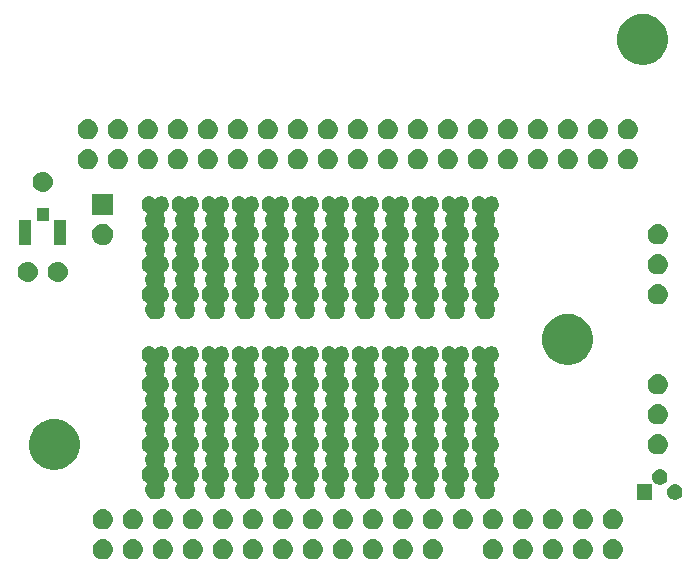
<source format=gbs>
G04 #@! TF.GenerationSoftware,KiCad,Pcbnew,5.0.2+dfsg1-1~bpo9+1*
G04 #@! TF.CreationDate,2020-03-24T03:03:07-04:00*
G04 #@! TF.ProjectId,attiny10,61747469-6e79-4313-902e-6b696361645f,0.10.a*
G04 #@! TF.SameCoordinates,Original*
G04 #@! TF.FileFunction,Soldermask,Bot*
G04 #@! TF.FilePolarity,Negative*
%FSLAX46Y46*%
G04 Gerber Fmt 4.6, Leading zero omitted, Abs format (unit mm)*
G04 Created by KiCad (PCBNEW 5.0.2+dfsg1-1~bpo9+1) date Tue 24 Mar 2020 03:03:07 AM EDT*
%MOMM*%
%LPD*%
G01*
G04 APERTURE LIST*
%ADD10C,0.150000*%
G04 APERTURE END LIST*
D10*
G36*
X81446630Y-102032299D02*
X81606855Y-102080903D01*
X81754520Y-102159831D01*
X81883949Y-102266051D01*
X81990169Y-102395480D01*
X82069097Y-102543145D01*
X82117701Y-102703370D01*
X82134112Y-102870000D01*
X82117701Y-103036630D01*
X82069097Y-103196855D01*
X81990169Y-103344520D01*
X81883949Y-103473949D01*
X81754520Y-103580169D01*
X81606855Y-103659097D01*
X81446630Y-103707701D01*
X81321752Y-103720000D01*
X81238248Y-103720000D01*
X81113370Y-103707701D01*
X80953145Y-103659097D01*
X80805480Y-103580169D01*
X80676051Y-103473949D01*
X80569831Y-103344520D01*
X80490903Y-103196855D01*
X80442299Y-103036630D01*
X80425888Y-102870000D01*
X80442299Y-102703370D01*
X80490903Y-102543145D01*
X80569831Y-102395480D01*
X80676051Y-102266051D01*
X80805480Y-102159831D01*
X80953145Y-102080903D01*
X81113370Y-102032299D01*
X81238248Y-102020000D01*
X81321752Y-102020000D01*
X81446630Y-102032299D01*
X81446630Y-102032299D01*
G37*
G36*
X63666630Y-102032299D02*
X63826855Y-102080903D01*
X63974520Y-102159831D01*
X64103949Y-102266051D01*
X64210169Y-102395480D01*
X64289097Y-102543145D01*
X64337701Y-102703370D01*
X64354112Y-102870000D01*
X64337701Y-103036630D01*
X64289097Y-103196855D01*
X64210169Y-103344520D01*
X64103949Y-103473949D01*
X63974520Y-103580169D01*
X63826855Y-103659097D01*
X63666630Y-103707701D01*
X63541752Y-103720000D01*
X63458248Y-103720000D01*
X63333370Y-103707701D01*
X63173145Y-103659097D01*
X63025480Y-103580169D01*
X62896051Y-103473949D01*
X62789831Y-103344520D01*
X62710903Y-103196855D01*
X62662299Y-103036630D01*
X62645888Y-102870000D01*
X62662299Y-102703370D01*
X62710903Y-102543145D01*
X62789831Y-102395480D01*
X62896051Y-102266051D01*
X63025480Y-102159831D01*
X63173145Y-102080903D01*
X63333370Y-102032299D01*
X63458248Y-102020000D01*
X63541752Y-102020000D01*
X63666630Y-102032299D01*
X63666630Y-102032299D01*
G37*
G36*
X76366630Y-102032299D02*
X76526855Y-102080903D01*
X76674520Y-102159831D01*
X76803949Y-102266051D01*
X76910169Y-102395480D01*
X76989097Y-102543145D01*
X77037701Y-102703370D01*
X77054112Y-102870000D01*
X77037701Y-103036630D01*
X76989097Y-103196855D01*
X76910169Y-103344520D01*
X76803949Y-103473949D01*
X76674520Y-103580169D01*
X76526855Y-103659097D01*
X76366630Y-103707701D01*
X76241752Y-103720000D01*
X76158248Y-103720000D01*
X76033370Y-103707701D01*
X75873145Y-103659097D01*
X75725480Y-103580169D01*
X75596051Y-103473949D01*
X75489831Y-103344520D01*
X75410903Y-103196855D01*
X75362299Y-103036630D01*
X75345888Y-102870000D01*
X75362299Y-102703370D01*
X75410903Y-102543145D01*
X75489831Y-102395480D01*
X75596051Y-102266051D01*
X75725480Y-102159831D01*
X75873145Y-102080903D01*
X76033370Y-102032299D01*
X76158248Y-102020000D01*
X76241752Y-102020000D01*
X76366630Y-102032299D01*
X76366630Y-102032299D01*
G37*
G36*
X71286630Y-102032299D02*
X71446855Y-102080903D01*
X71594520Y-102159831D01*
X71723949Y-102266051D01*
X71830169Y-102395480D01*
X71909097Y-102543145D01*
X71957701Y-102703370D01*
X71974112Y-102870000D01*
X71957701Y-103036630D01*
X71909097Y-103196855D01*
X71830169Y-103344520D01*
X71723949Y-103473949D01*
X71594520Y-103580169D01*
X71446855Y-103659097D01*
X71286630Y-103707701D01*
X71161752Y-103720000D01*
X71078248Y-103720000D01*
X70953370Y-103707701D01*
X70793145Y-103659097D01*
X70645480Y-103580169D01*
X70516051Y-103473949D01*
X70409831Y-103344520D01*
X70330903Y-103196855D01*
X70282299Y-103036630D01*
X70265888Y-102870000D01*
X70282299Y-102703370D01*
X70330903Y-102543145D01*
X70409831Y-102395480D01*
X70516051Y-102266051D01*
X70645480Y-102159831D01*
X70793145Y-102080903D01*
X70953370Y-102032299D01*
X71078248Y-102020000D01*
X71161752Y-102020000D01*
X71286630Y-102032299D01*
X71286630Y-102032299D01*
G37*
G36*
X78906630Y-102032299D02*
X79066855Y-102080903D01*
X79214520Y-102159831D01*
X79343949Y-102266051D01*
X79450169Y-102395480D01*
X79529097Y-102543145D01*
X79577701Y-102703370D01*
X79594112Y-102870000D01*
X79577701Y-103036630D01*
X79529097Y-103196855D01*
X79450169Y-103344520D01*
X79343949Y-103473949D01*
X79214520Y-103580169D01*
X79066855Y-103659097D01*
X78906630Y-103707701D01*
X78781752Y-103720000D01*
X78698248Y-103720000D01*
X78573370Y-103707701D01*
X78413145Y-103659097D01*
X78265480Y-103580169D01*
X78136051Y-103473949D01*
X78029831Y-103344520D01*
X77950903Y-103196855D01*
X77902299Y-103036630D01*
X77885888Y-102870000D01*
X77902299Y-102703370D01*
X77950903Y-102543145D01*
X78029831Y-102395480D01*
X78136051Y-102266051D01*
X78265480Y-102159831D01*
X78413145Y-102080903D01*
X78573370Y-102032299D01*
X78698248Y-102020000D01*
X78781752Y-102020000D01*
X78906630Y-102032299D01*
X78906630Y-102032299D01*
G37*
G36*
X73826630Y-102032299D02*
X73986855Y-102080903D01*
X74134520Y-102159831D01*
X74263949Y-102266051D01*
X74370169Y-102395480D01*
X74449097Y-102543145D01*
X74497701Y-102703370D01*
X74514112Y-102870000D01*
X74497701Y-103036630D01*
X74449097Y-103196855D01*
X74370169Y-103344520D01*
X74263949Y-103473949D01*
X74134520Y-103580169D01*
X73986855Y-103659097D01*
X73826630Y-103707701D01*
X73701752Y-103720000D01*
X73618248Y-103720000D01*
X73493370Y-103707701D01*
X73333145Y-103659097D01*
X73185480Y-103580169D01*
X73056051Y-103473949D01*
X72949831Y-103344520D01*
X72870903Y-103196855D01*
X72822299Y-103036630D01*
X72805888Y-102870000D01*
X72822299Y-102703370D01*
X72870903Y-102543145D01*
X72949831Y-102395480D01*
X73056051Y-102266051D01*
X73185480Y-102159831D01*
X73333145Y-102080903D01*
X73493370Y-102032299D01*
X73618248Y-102020000D01*
X73701752Y-102020000D01*
X73826630Y-102032299D01*
X73826630Y-102032299D01*
G37*
G36*
X66206630Y-102032299D02*
X66366855Y-102080903D01*
X66514520Y-102159831D01*
X66643949Y-102266051D01*
X66750169Y-102395480D01*
X66829097Y-102543145D01*
X66877701Y-102703370D01*
X66894112Y-102870000D01*
X66877701Y-103036630D01*
X66829097Y-103196855D01*
X66750169Y-103344520D01*
X66643949Y-103473949D01*
X66514520Y-103580169D01*
X66366855Y-103659097D01*
X66206630Y-103707701D01*
X66081752Y-103720000D01*
X65998248Y-103720000D01*
X65873370Y-103707701D01*
X65713145Y-103659097D01*
X65565480Y-103580169D01*
X65436051Y-103473949D01*
X65329831Y-103344520D01*
X65250903Y-103196855D01*
X65202299Y-103036630D01*
X65185888Y-102870000D01*
X65202299Y-102703370D01*
X65250903Y-102543145D01*
X65329831Y-102395480D01*
X65436051Y-102266051D01*
X65565480Y-102159831D01*
X65713145Y-102080903D01*
X65873370Y-102032299D01*
X65998248Y-102020000D01*
X66081752Y-102020000D01*
X66206630Y-102032299D01*
X66206630Y-102032299D01*
G37*
G36*
X61126630Y-102032299D02*
X61286855Y-102080903D01*
X61434520Y-102159831D01*
X61563949Y-102266051D01*
X61670169Y-102395480D01*
X61749097Y-102543145D01*
X61797701Y-102703370D01*
X61814112Y-102870000D01*
X61797701Y-103036630D01*
X61749097Y-103196855D01*
X61670169Y-103344520D01*
X61563949Y-103473949D01*
X61434520Y-103580169D01*
X61286855Y-103659097D01*
X61126630Y-103707701D01*
X61001752Y-103720000D01*
X60918248Y-103720000D01*
X60793370Y-103707701D01*
X60633145Y-103659097D01*
X60485480Y-103580169D01*
X60356051Y-103473949D01*
X60249831Y-103344520D01*
X60170903Y-103196855D01*
X60122299Y-103036630D01*
X60105888Y-102870000D01*
X60122299Y-102703370D01*
X60170903Y-102543145D01*
X60249831Y-102395480D01*
X60356051Y-102266051D01*
X60485480Y-102159831D01*
X60633145Y-102080903D01*
X60793370Y-102032299D01*
X60918248Y-102020000D01*
X61001752Y-102020000D01*
X61126630Y-102032299D01*
X61126630Y-102032299D01*
G37*
G36*
X56046630Y-102032299D02*
X56206855Y-102080903D01*
X56354520Y-102159831D01*
X56483949Y-102266051D01*
X56590169Y-102395480D01*
X56669097Y-102543145D01*
X56717701Y-102703370D01*
X56734112Y-102870000D01*
X56717701Y-103036630D01*
X56669097Y-103196855D01*
X56590169Y-103344520D01*
X56483949Y-103473949D01*
X56354520Y-103580169D01*
X56206855Y-103659097D01*
X56046630Y-103707701D01*
X55921752Y-103720000D01*
X55838248Y-103720000D01*
X55713370Y-103707701D01*
X55553145Y-103659097D01*
X55405480Y-103580169D01*
X55276051Y-103473949D01*
X55169831Y-103344520D01*
X55090903Y-103196855D01*
X55042299Y-103036630D01*
X55025888Y-102870000D01*
X55042299Y-102703370D01*
X55090903Y-102543145D01*
X55169831Y-102395480D01*
X55276051Y-102266051D01*
X55405480Y-102159831D01*
X55553145Y-102080903D01*
X55713370Y-102032299D01*
X55838248Y-102020000D01*
X55921752Y-102020000D01*
X56046630Y-102032299D01*
X56046630Y-102032299D01*
G37*
G36*
X58586630Y-102032299D02*
X58746855Y-102080903D01*
X58894520Y-102159831D01*
X59023949Y-102266051D01*
X59130169Y-102395480D01*
X59209097Y-102543145D01*
X59257701Y-102703370D01*
X59274112Y-102870000D01*
X59257701Y-103036630D01*
X59209097Y-103196855D01*
X59130169Y-103344520D01*
X59023949Y-103473949D01*
X58894520Y-103580169D01*
X58746855Y-103659097D01*
X58586630Y-103707701D01*
X58461752Y-103720000D01*
X58378248Y-103720000D01*
X58253370Y-103707701D01*
X58093145Y-103659097D01*
X57945480Y-103580169D01*
X57816051Y-103473949D01*
X57709831Y-103344520D01*
X57630903Y-103196855D01*
X57582299Y-103036630D01*
X57565888Y-102870000D01*
X57582299Y-102703370D01*
X57630903Y-102543145D01*
X57709831Y-102395480D01*
X57816051Y-102266051D01*
X57945480Y-102159831D01*
X58093145Y-102080903D01*
X58253370Y-102032299D01*
X58378248Y-102020000D01*
X58461752Y-102020000D01*
X58586630Y-102032299D01*
X58586630Y-102032299D01*
G37*
G36*
X50966630Y-102032299D02*
X51126855Y-102080903D01*
X51274520Y-102159831D01*
X51403949Y-102266051D01*
X51510169Y-102395480D01*
X51589097Y-102543145D01*
X51637701Y-102703370D01*
X51654112Y-102870000D01*
X51637701Y-103036630D01*
X51589097Y-103196855D01*
X51510169Y-103344520D01*
X51403949Y-103473949D01*
X51274520Y-103580169D01*
X51126855Y-103659097D01*
X50966630Y-103707701D01*
X50841752Y-103720000D01*
X50758248Y-103720000D01*
X50633370Y-103707701D01*
X50473145Y-103659097D01*
X50325480Y-103580169D01*
X50196051Y-103473949D01*
X50089831Y-103344520D01*
X50010903Y-103196855D01*
X49962299Y-103036630D01*
X49945888Y-102870000D01*
X49962299Y-102703370D01*
X50010903Y-102543145D01*
X50089831Y-102395480D01*
X50196051Y-102266051D01*
X50325480Y-102159831D01*
X50473145Y-102080903D01*
X50633370Y-102032299D01*
X50758248Y-102020000D01*
X50841752Y-102020000D01*
X50966630Y-102032299D01*
X50966630Y-102032299D01*
G37*
G36*
X45886630Y-102032299D02*
X46046855Y-102080903D01*
X46194520Y-102159831D01*
X46323949Y-102266051D01*
X46430169Y-102395480D01*
X46509097Y-102543145D01*
X46557701Y-102703370D01*
X46574112Y-102870000D01*
X46557701Y-103036630D01*
X46509097Y-103196855D01*
X46430169Y-103344520D01*
X46323949Y-103473949D01*
X46194520Y-103580169D01*
X46046855Y-103659097D01*
X45886630Y-103707701D01*
X45761752Y-103720000D01*
X45678248Y-103720000D01*
X45553370Y-103707701D01*
X45393145Y-103659097D01*
X45245480Y-103580169D01*
X45116051Y-103473949D01*
X45009831Y-103344520D01*
X44930903Y-103196855D01*
X44882299Y-103036630D01*
X44865888Y-102870000D01*
X44882299Y-102703370D01*
X44930903Y-102543145D01*
X45009831Y-102395480D01*
X45116051Y-102266051D01*
X45245480Y-102159831D01*
X45393145Y-102080903D01*
X45553370Y-102032299D01*
X45678248Y-102020000D01*
X45761752Y-102020000D01*
X45886630Y-102032299D01*
X45886630Y-102032299D01*
G37*
G36*
X53506630Y-102032299D02*
X53666855Y-102080903D01*
X53814520Y-102159831D01*
X53943949Y-102266051D01*
X54050169Y-102395480D01*
X54129097Y-102543145D01*
X54177701Y-102703370D01*
X54194112Y-102870000D01*
X54177701Y-103036630D01*
X54129097Y-103196855D01*
X54050169Y-103344520D01*
X53943949Y-103473949D01*
X53814520Y-103580169D01*
X53666855Y-103659097D01*
X53506630Y-103707701D01*
X53381752Y-103720000D01*
X53298248Y-103720000D01*
X53173370Y-103707701D01*
X53013145Y-103659097D01*
X52865480Y-103580169D01*
X52736051Y-103473949D01*
X52629831Y-103344520D01*
X52550903Y-103196855D01*
X52502299Y-103036630D01*
X52485888Y-102870000D01*
X52502299Y-102703370D01*
X52550903Y-102543145D01*
X52629831Y-102395480D01*
X52736051Y-102266051D01*
X52865480Y-102159831D01*
X53013145Y-102080903D01*
X53173370Y-102032299D01*
X53298248Y-102020000D01*
X53381752Y-102020000D01*
X53506630Y-102032299D01*
X53506630Y-102032299D01*
G37*
G36*
X48426630Y-102032299D02*
X48586855Y-102080903D01*
X48734520Y-102159831D01*
X48863949Y-102266051D01*
X48970169Y-102395480D01*
X49049097Y-102543145D01*
X49097701Y-102703370D01*
X49114112Y-102870000D01*
X49097701Y-103036630D01*
X49049097Y-103196855D01*
X48970169Y-103344520D01*
X48863949Y-103473949D01*
X48734520Y-103580169D01*
X48586855Y-103659097D01*
X48426630Y-103707701D01*
X48301752Y-103720000D01*
X48218248Y-103720000D01*
X48093370Y-103707701D01*
X47933145Y-103659097D01*
X47785480Y-103580169D01*
X47656051Y-103473949D01*
X47549831Y-103344520D01*
X47470903Y-103196855D01*
X47422299Y-103036630D01*
X47405888Y-102870000D01*
X47422299Y-102703370D01*
X47470903Y-102543145D01*
X47549831Y-102395480D01*
X47656051Y-102266051D01*
X47785480Y-102159831D01*
X47933145Y-102080903D01*
X48093370Y-102032299D01*
X48218248Y-102020000D01*
X48301752Y-102020000D01*
X48426630Y-102032299D01*
X48426630Y-102032299D01*
G37*
G36*
X38266630Y-102032299D02*
X38426855Y-102080903D01*
X38574520Y-102159831D01*
X38703949Y-102266051D01*
X38810169Y-102395480D01*
X38889097Y-102543145D01*
X38937701Y-102703370D01*
X38954112Y-102870000D01*
X38937701Y-103036630D01*
X38889097Y-103196855D01*
X38810169Y-103344520D01*
X38703949Y-103473949D01*
X38574520Y-103580169D01*
X38426855Y-103659097D01*
X38266630Y-103707701D01*
X38141752Y-103720000D01*
X38058248Y-103720000D01*
X37933370Y-103707701D01*
X37773145Y-103659097D01*
X37625480Y-103580169D01*
X37496051Y-103473949D01*
X37389831Y-103344520D01*
X37310903Y-103196855D01*
X37262299Y-103036630D01*
X37245888Y-102870000D01*
X37262299Y-102703370D01*
X37310903Y-102543145D01*
X37389831Y-102395480D01*
X37496051Y-102266051D01*
X37625480Y-102159831D01*
X37773145Y-102080903D01*
X37933370Y-102032299D01*
X38058248Y-102020000D01*
X38141752Y-102020000D01*
X38266630Y-102032299D01*
X38266630Y-102032299D01*
G37*
G36*
X43346630Y-102032299D02*
X43506855Y-102080903D01*
X43654520Y-102159831D01*
X43783949Y-102266051D01*
X43890169Y-102395480D01*
X43969097Y-102543145D01*
X44017701Y-102703370D01*
X44034112Y-102870000D01*
X44017701Y-103036630D01*
X43969097Y-103196855D01*
X43890169Y-103344520D01*
X43783949Y-103473949D01*
X43654520Y-103580169D01*
X43506855Y-103659097D01*
X43346630Y-103707701D01*
X43221752Y-103720000D01*
X43138248Y-103720000D01*
X43013370Y-103707701D01*
X42853145Y-103659097D01*
X42705480Y-103580169D01*
X42576051Y-103473949D01*
X42469831Y-103344520D01*
X42390903Y-103196855D01*
X42342299Y-103036630D01*
X42325888Y-102870000D01*
X42342299Y-102703370D01*
X42390903Y-102543145D01*
X42469831Y-102395480D01*
X42576051Y-102266051D01*
X42705480Y-102159831D01*
X42853145Y-102080903D01*
X43013370Y-102032299D01*
X43138248Y-102020000D01*
X43221752Y-102020000D01*
X43346630Y-102032299D01*
X43346630Y-102032299D01*
G37*
G36*
X40806630Y-102032299D02*
X40966855Y-102080903D01*
X41114520Y-102159831D01*
X41243949Y-102266051D01*
X41350169Y-102395480D01*
X41429097Y-102543145D01*
X41477701Y-102703370D01*
X41494112Y-102870000D01*
X41477701Y-103036630D01*
X41429097Y-103196855D01*
X41350169Y-103344520D01*
X41243949Y-103473949D01*
X41114520Y-103580169D01*
X40966855Y-103659097D01*
X40806630Y-103707701D01*
X40681752Y-103720000D01*
X40598248Y-103720000D01*
X40473370Y-103707701D01*
X40313145Y-103659097D01*
X40165480Y-103580169D01*
X40036051Y-103473949D01*
X39929831Y-103344520D01*
X39850903Y-103196855D01*
X39802299Y-103036630D01*
X39785888Y-102870000D01*
X39802299Y-102703370D01*
X39850903Y-102543145D01*
X39929831Y-102395480D01*
X40036051Y-102266051D01*
X40165480Y-102159831D01*
X40313145Y-102080903D01*
X40473370Y-102032299D01*
X40598248Y-102020000D01*
X40681752Y-102020000D01*
X40806630Y-102032299D01*
X40806630Y-102032299D01*
G37*
G36*
X63666630Y-99492299D02*
X63826855Y-99540903D01*
X63974520Y-99619831D01*
X64103949Y-99726051D01*
X64210169Y-99855480D01*
X64289097Y-100003145D01*
X64337701Y-100163370D01*
X64354112Y-100330000D01*
X64337701Y-100496630D01*
X64289097Y-100656855D01*
X64210169Y-100804520D01*
X64103949Y-100933949D01*
X63974520Y-101040169D01*
X63826855Y-101119097D01*
X63666630Y-101167701D01*
X63541752Y-101180000D01*
X63458248Y-101180000D01*
X63333370Y-101167701D01*
X63173145Y-101119097D01*
X63025480Y-101040169D01*
X62896051Y-100933949D01*
X62789831Y-100804520D01*
X62710903Y-100656855D01*
X62662299Y-100496630D01*
X62645888Y-100330000D01*
X62662299Y-100163370D01*
X62710903Y-100003145D01*
X62789831Y-99855480D01*
X62896051Y-99726051D01*
X63025480Y-99619831D01*
X63173145Y-99540903D01*
X63333370Y-99492299D01*
X63458248Y-99480000D01*
X63541752Y-99480000D01*
X63666630Y-99492299D01*
X63666630Y-99492299D01*
G37*
G36*
X76366630Y-99492299D02*
X76526855Y-99540903D01*
X76674520Y-99619831D01*
X76803949Y-99726051D01*
X76910169Y-99855480D01*
X76989097Y-100003145D01*
X77037701Y-100163370D01*
X77054112Y-100330000D01*
X77037701Y-100496630D01*
X76989097Y-100656855D01*
X76910169Y-100804520D01*
X76803949Y-100933949D01*
X76674520Y-101040169D01*
X76526855Y-101119097D01*
X76366630Y-101167701D01*
X76241752Y-101180000D01*
X76158248Y-101180000D01*
X76033370Y-101167701D01*
X75873145Y-101119097D01*
X75725480Y-101040169D01*
X75596051Y-100933949D01*
X75489831Y-100804520D01*
X75410903Y-100656855D01*
X75362299Y-100496630D01*
X75345888Y-100330000D01*
X75362299Y-100163370D01*
X75410903Y-100003145D01*
X75489831Y-99855480D01*
X75596051Y-99726051D01*
X75725480Y-99619831D01*
X75873145Y-99540903D01*
X76033370Y-99492299D01*
X76158248Y-99480000D01*
X76241752Y-99480000D01*
X76366630Y-99492299D01*
X76366630Y-99492299D01*
G37*
G36*
X78906630Y-99492299D02*
X79066855Y-99540903D01*
X79214520Y-99619831D01*
X79343949Y-99726051D01*
X79450169Y-99855480D01*
X79529097Y-100003145D01*
X79577701Y-100163370D01*
X79594112Y-100330000D01*
X79577701Y-100496630D01*
X79529097Y-100656855D01*
X79450169Y-100804520D01*
X79343949Y-100933949D01*
X79214520Y-101040169D01*
X79066855Y-101119097D01*
X78906630Y-101167701D01*
X78781752Y-101180000D01*
X78698248Y-101180000D01*
X78573370Y-101167701D01*
X78413145Y-101119097D01*
X78265480Y-101040169D01*
X78136051Y-100933949D01*
X78029831Y-100804520D01*
X77950903Y-100656855D01*
X77902299Y-100496630D01*
X77885888Y-100330000D01*
X77902299Y-100163370D01*
X77950903Y-100003145D01*
X78029831Y-99855480D01*
X78136051Y-99726051D01*
X78265480Y-99619831D01*
X78413145Y-99540903D01*
X78573370Y-99492299D01*
X78698248Y-99480000D01*
X78781752Y-99480000D01*
X78906630Y-99492299D01*
X78906630Y-99492299D01*
G37*
G36*
X58586630Y-99492299D02*
X58746855Y-99540903D01*
X58894520Y-99619831D01*
X59023949Y-99726051D01*
X59130169Y-99855480D01*
X59209097Y-100003145D01*
X59257701Y-100163370D01*
X59274112Y-100330000D01*
X59257701Y-100496630D01*
X59209097Y-100656855D01*
X59130169Y-100804520D01*
X59023949Y-100933949D01*
X58894520Y-101040169D01*
X58746855Y-101119097D01*
X58586630Y-101167701D01*
X58461752Y-101180000D01*
X58378248Y-101180000D01*
X58253370Y-101167701D01*
X58093145Y-101119097D01*
X57945480Y-101040169D01*
X57816051Y-100933949D01*
X57709831Y-100804520D01*
X57630903Y-100656855D01*
X57582299Y-100496630D01*
X57565888Y-100330000D01*
X57582299Y-100163370D01*
X57630903Y-100003145D01*
X57709831Y-99855480D01*
X57816051Y-99726051D01*
X57945480Y-99619831D01*
X58093145Y-99540903D01*
X58253370Y-99492299D01*
X58378248Y-99480000D01*
X58461752Y-99480000D01*
X58586630Y-99492299D01*
X58586630Y-99492299D01*
G37*
G36*
X81446630Y-99492299D02*
X81606855Y-99540903D01*
X81754520Y-99619831D01*
X81883949Y-99726051D01*
X81990169Y-99855480D01*
X82069097Y-100003145D01*
X82117701Y-100163370D01*
X82134112Y-100330000D01*
X82117701Y-100496630D01*
X82069097Y-100656855D01*
X81990169Y-100804520D01*
X81883949Y-100933949D01*
X81754520Y-101040169D01*
X81606855Y-101119097D01*
X81446630Y-101167701D01*
X81321752Y-101180000D01*
X81238248Y-101180000D01*
X81113370Y-101167701D01*
X80953145Y-101119097D01*
X80805480Y-101040169D01*
X80676051Y-100933949D01*
X80569831Y-100804520D01*
X80490903Y-100656855D01*
X80442299Y-100496630D01*
X80425888Y-100330000D01*
X80442299Y-100163370D01*
X80490903Y-100003145D01*
X80569831Y-99855480D01*
X80676051Y-99726051D01*
X80805480Y-99619831D01*
X80953145Y-99540903D01*
X81113370Y-99492299D01*
X81238248Y-99480000D01*
X81321752Y-99480000D01*
X81446630Y-99492299D01*
X81446630Y-99492299D01*
G37*
G36*
X38266630Y-99492299D02*
X38426855Y-99540903D01*
X38574520Y-99619831D01*
X38703949Y-99726051D01*
X38810169Y-99855480D01*
X38889097Y-100003145D01*
X38937701Y-100163370D01*
X38954112Y-100330000D01*
X38937701Y-100496630D01*
X38889097Y-100656855D01*
X38810169Y-100804520D01*
X38703949Y-100933949D01*
X38574520Y-101040169D01*
X38426855Y-101119097D01*
X38266630Y-101167701D01*
X38141752Y-101180000D01*
X38058248Y-101180000D01*
X37933370Y-101167701D01*
X37773145Y-101119097D01*
X37625480Y-101040169D01*
X37496051Y-100933949D01*
X37389831Y-100804520D01*
X37310903Y-100656855D01*
X37262299Y-100496630D01*
X37245888Y-100330000D01*
X37262299Y-100163370D01*
X37310903Y-100003145D01*
X37389831Y-99855480D01*
X37496051Y-99726051D01*
X37625480Y-99619831D01*
X37773145Y-99540903D01*
X37933370Y-99492299D01*
X38058248Y-99480000D01*
X38141752Y-99480000D01*
X38266630Y-99492299D01*
X38266630Y-99492299D01*
G37*
G36*
X40806630Y-99492299D02*
X40966855Y-99540903D01*
X41114520Y-99619831D01*
X41243949Y-99726051D01*
X41350169Y-99855480D01*
X41429097Y-100003145D01*
X41477701Y-100163370D01*
X41494112Y-100330000D01*
X41477701Y-100496630D01*
X41429097Y-100656855D01*
X41350169Y-100804520D01*
X41243949Y-100933949D01*
X41114520Y-101040169D01*
X40966855Y-101119097D01*
X40806630Y-101167701D01*
X40681752Y-101180000D01*
X40598248Y-101180000D01*
X40473370Y-101167701D01*
X40313145Y-101119097D01*
X40165480Y-101040169D01*
X40036051Y-100933949D01*
X39929831Y-100804520D01*
X39850903Y-100656855D01*
X39802299Y-100496630D01*
X39785888Y-100330000D01*
X39802299Y-100163370D01*
X39850903Y-100003145D01*
X39929831Y-99855480D01*
X40036051Y-99726051D01*
X40165480Y-99619831D01*
X40313145Y-99540903D01*
X40473370Y-99492299D01*
X40598248Y-99480000D01*
X40681752Y-99480000D01*
X40806630Y-99492299D01*
X40806630Y-99492299D01*
G37*
G36*
X43346630Y-99492299D02*
X43506855Y-99540903D01*
X43654520Y-99619831D01*
X43783949Y-99726051D01*
X43890169Y-99855480D01*
X43969097Y-100003145D01*
X44017701Y-100163370D01*
X44034112Y-100330000D01*
X44017701Y-100496630D01*
X43969097Y-100656855D01*
X43890169Y-100804520D01*
X43783949Y-100933949D01*
X43654520Y-101040169D01*
X43506855Y-101119097D01*
X43346630Y-101167701D01*
X43221752Y-101180000D01*
X43138248Y-101180000D01*
X43013370Y-101167701D01*
X42853145Y-101119097D01*
X42705480Y-101040169D01*
X42576051Y-100933949D01*
X42469831Y-100804520D01*
X42390903Y-100656855D01*
X42342299Y-100496630D01*
X42325888Y-100330000D01*
X42342299Y-100163370D01*
X42390903Y-100003145D01*
X42469831Y-99855480D01*
X42576051Y-99726051D01*
X42705480Y-99619831D01*
X42853145Y-99540903D01*
X43013370Y-99492299D01*
X43138248Y-99480000D01*
X43221752Y-99480000D01*
X43346630Y-99492299D01*
X43346630Y-99492299D01*
G37*
G36*
X71286630Y-99492299D02*
X71446855Y-99540903D01*
X71594520Y-99619831D01*
X71723949Y-99726051D01*
X71830169Y-99855480D01*
X71909097Y-100003145D01*
X71957701Y-100163370D01*
X71974112Y-100330000D01*
X71957701Y-100496630D01*
X71909097Y-100656855D01*
X71830169Y-100804520D01*
X71723949Y-100933949D01*
X71594520Y-101040169D01*
X71446855Y-101119097D01*
X71286630Y-101167701D01*
X71161752Y-101180000D01*
X71078248Y-101180000D01*
X70953370Y-101167701D01*
X70793145Y-101119097D01*
X70645480Y-101040169D01*
X70516051Y-100933949D01*
X70409831Y-100804520D01*
X70330903Y-100656855D01*
X70282299Y-100496630D01*
X70265888Y-100330000D01*
X70282299Y-100163370D01*
X70330903Y-100003145D01*
X70409831Y-99855480D01*
X70516051Y-99726051D01*
X70645480Y-99619831D01*
X70793145Y-99540903D01*
X70953370Y-99492299D01*
X71078248Y-99480000D01*
X71161752Y-99480000D01*
X71286630Y-99492299D01*
X71286630Y-99492299D01*
G37*
G36*
X61126630Y-99492299D02*
X61286855Y-99540903D01*
X61434520Y-99619831D01*
X61563949Y-99726051D01*
X61670169Y-99855480D01*
X61749097Y-100003145D01*
X61797701Y-100163370D01*
X61814112Y-100330000D01*
X61797701Y-100496630D01*
X61749097Y-100656855D01*
X61670169Y-100804520D01*
X61563949Y-100933949D01*
X61434520Y-101040169D01*
X61286855Y-101119097D01*
X61126630Y-101167701D01*
X61001752Y-101180000D01*
X60918248Y-101180000D01*
X60793370Y-101167701D01*
X60633145Y-101119097D01*
X60485480Y-101040169D01*
X60356051Y-100933949D01*
X60249831Y-100804520D01*
X60170903Y-100656855D01*
X60122299Y-100496630D01*
X60105888Y-100330000D01*
X60122299Y-100163370D01*
X60170903Y-100003145D01*
X60249831Y-99855480D01*
X60356051Y-99726051D01*
X60485480Y-99619831D01*
X60633145Y-99540903D01*
X60793370Y-99492299D01*
X60918248Y-99480000D01*
X61001752Y-99480000D01*
X61126630Y-99492299D01*
X61126630Y-99492299D01*
G37*
G36*
X68746630Y-99492299D02*
X68906855Y-99540903D01*
X69054520Y-99619831D01*
X69183949Y-99726051D01*
X69290169Y-99855480D01*
X69369097Y-100003145D01*
X69417701Y-100163370D01*
X69434112Y-100330000D01*
X69417701Y-100496630D01*
X69369097Y-100656855D01*
X69290169Y-100804520D01*
X69183949Y-100933949D01*
X69054520Y-101040169D01*
X68906855Y-101119097D01*
X68746630Y-101167701D01*
X68621752Y-101180000D01*
X68538248Y-101180000D01*
X68413370Y-101167701D01*
X68253145Y-101119097D01*
X68105480Y-101040169D01*
X67976051Y-100933949D01*
X67869831Y-100804520D01*
X67790903Y-100656855D01*
X67742299Y-100496630D01*
X67725888Y-100330000D01*
X67742299Y-100163370D01*
X67790903Y-100003145D01*
X67869831Y-99855480D01*
X67976051Y-99726051D01*
X68105480Y-99619831D01*
X68253145Y-99540903D01*
X68413370Y-99492299D01*
X68538248Y-99480000D01*
X68621752Y-99480000D01*
X68746630Y-99492299D01*
X68746630Y-99492299D01*
G37*
G36*
X56046630Y-99492299D02*
X56206855Y-99540903D01*
X56354520Y-99619831D01*
X56483949Y-99726051D01*
X56590169Y-99855480D01*
X56669097Y-100003145D01*
X56717701Y-100163370D01*
X56734112Y-100330000D01*
X56717701Y-100496630D01*
X56669097Y-100656855D01*
X56590169Y-100804520D01*
X56483949Y-100933949D01*
X56354520Y-101040169D01*
X56206855Y-101119097D01*
X56046630Y-101167701D01*
X55921752Y-101180000D01*
X55838248Y-101180000D01*
X55713370Y-101167701D01*
X55553145Y-101119097D01*
X55405480Y-101040169D01*
X55276051Y-100933949D01*
X55169831Y-100804520D01*
X55090903Y-100656855D01*
X55042299Y-100496630D01*
X55025888Y-100330000D01*
X55042299Y-100163370D01*
X55090903Y-100003145D01*
X55169831Y-99855480D01*
X55276051Y-99726051D01*
X55405480Y-99619831D01*
X55553145Y-99540903D01*
X55713370Y-99492299D01*
X55838248Y-99480000D01*
X55921752Y-99480000D01*
X56046630Y-99492299D01*
X56046630Y-99492299D01*
G37*
G36*
X73826630Y-99492299D02*
X73986855Y-99540903D01*
X74134520Y-99619831D01*
X74263949Y-99726051D01*
X74370169Y-99855480D01*
X74449097Y-100003145D01*
X74497701Y-100163370D01*
X74514112Y-100330000D01*
X74497701Y-100496630D01*
X74449097Y-100656855D01*
X74370169Y-100804520D01*
X74263949Y-100933949D01*
X74134520Y-101040169D01*
X73986855Y-101119097D01*
X73826630Y-101167701D01*
X73701752Y-101180000D01*
X73618248Y-101180000D01*
X73493370Y-101167701D01*
X73333145Y-101119097D01*
X73185480Y-101040169D01*
X73056051Y-100933949D01*
X72949831Y-100804520D01*
X72870903Y-100656855D01*
X72822299Y-100496630D01*
X72805888Y-100330000D01*
X72822299Y-100163370D01*
X72870903Y-100003145D01*
X72949831Y-99855480D01*
X73056051Y-99726051D01*
X73185480Y-99619831D01*
X73333145Y-99540903D01*
X73493370Y-99492299D01*
X73618248Y-99480000D01*
X73701752Y-99480000D01*
X73826630Y-99492299D01*
X73826630Y-99492299D01*
G37*
G36*
X48426630Y-99492299D02*
X48586855Y-99540903D01*
X48734520Y-99619831D01*
X48863949Y-99726051D01*
X48970169Y-99855480D01*
X49049097Y-100003145D01*
X49097701Y-100163370D01*
X49114112Y-100330000D01*
X49097701Y-100496630D01*
X49049097Y-100656855D01*
X48970169Y-100804520D01*
X48863949Y-100933949D01*
X48734520Y-101040169D01*
X48586855Y-101119097D01*
X48426630Y-101167701D01*
X48301752Y-101180000D01*
X48218248Y-101180000D01*
X48093370Y-101167701D01*
X47933145Y-101119097D01*
X47785480Y-101040169D01*
X47656051Y-100933949D01*
X47549831Y-100804520D01*
X47470903Y-100656855D01*
X47422299Y-100496630D01*
X47405888Y-100330000D01*
X47422299Y-100163370D01*
X47470903Y-100003145D01*
X47549831Y-99855480D01*
X47656051Y-99726051D01*
X47785480Y-99619831D01*
X47933145Y-99540903D01*
X48093370Y-99492299D01*
X48218248Y-99480000D01*
X48301752Y-99480000D01*
X48426630Y-99492299D01*
X48426630Y-99492299D01*
G37*
G36*
X53506630Y-99492299D02*
X53666855Y-99540903D01*
X53814520Y-99619831D01*
X53943949Y-99726051D01*
X54050169Y-99855480D01*
X54129097Y-100003145D01*
X54177701Y-100163370D01*
X54194112Y-100330000D01*
X54177701Y-100496630D01*
X54129097Y-100656855D01*
X54050169Y-100804520D01*
X53943949Y-100933949D01*
X53814520Y-101040169D01*
X53666855Y-101119097D01*
X53506630Y-101167701D01*
X53381752Y-101180000D01*
X53298248Y-101180000D01*
X53173370Y-101167701D01*
X53013145Y-101119097D01*
X52865480Y-101040169D01*
X52736051Y-100933949D01*
X52629831Y-100804520D01*
X52550903Y-100656855D01*
X52502299Y-100496630D01*
X52485888Y-100330000D01*
X52502299Y-100163370D01*
X52550903Y-100003145D01*
X52629831Y-99855480D01*
X52736051Y-99726051D01*
X52865480Y-99619831D01*
X53013145Y-99540903D01*
X53173370Y-99492299D01*
X53298248Y-99480000D01*
X53381752Y-99480000D01*
X53506630Y-99492299D01*
X53506630Y-99492299D01*
G37*
G36*
X50966630Y-99492299D02*
X51126855Y-99540903D01*
X51274520Y-99619831D01*
X51403949Y-99726051D01*
X51510169Y-99855480D01*
X51589097Y-100003145D01*
X51637701Y-100163370D01*
X51654112Y-100330000D01*
X51637701Y-100496630D01*
X51589097Y-100656855D01*
X51510169Y-100804520D01*
X51403949Y-100933949D01*
X51274520Y-101040169D01*
X51126855Y-101119097D01*
X50966630Y-101167701D01*
X50841752Y-101180000D01*
X50758248Y-101180000D01*
X50633370Y-101167701D01*
X50473145Y-101119097D01*
X50325480Y-101040169D01*
X50196051Y-100933949D01*
X50089831Y-100804520D01*
X50010903Y-100656855D01*
X49962299Y-100496630D01*
X49945888Y-100330000D01*
X49962299Y-100163370D01*
X50010903Y-100003145D01*
X50089831Y-99855480D01*
X50196051Y-99726051D01*
X50325480Y-99619831D01*
X50473145Y-99540903D01*
X50633370Y-99492299D01*
X50758248Y-99480000D01*
X50841752Y-99480000D01*
X50966630Y-99492299D01*
X50966630Y-99492299D01*
G37*
G36*
X45886630Y-99492299D02*
X46046855Y-99540903D01*
X46194520Y-99619831D01*
X46323949Y-99726051D01*
X46430169Y-99855480D01*
X46509097Y-100003145D01*
X46557701Y-100163370D01*
X46574112Y-100330000D01*
X46557701Y-100496630D01*
X46509097Y-100656855D01*
X46430169Y-100804520D01*
X46323949Y-100933949D01*
X46194520Y-101040169D01*
X46046855Y-101119097D01*
X45886630Y-101167701D01*
X45761752Y-101180000D01*
X45678248Y-101180000D01*
X45553370Y-101167701D01*
X45393145Y-101119097D01*
X45245480Y-101040169D01*
X45116051Y-100933949D01*
X45009831Y-100804520D01*
X44930903Y-100656855D01*
X44882299Y-100496630D01*
X44865888Y-100330000D01*
X44882299Y-100163370D01*
X44930903Y-100003145D01*
X45009831Y-99855480D01*
X45116051Y-99726051D01*
X45245480Y-99619831D01*
X45393145Y-99540903D01*
X45553370Y-99492299D01*
X45678248Y-99480000D01*
X45761752Y-99480000D01*
X45886630Y-99492299D01*
X45886630Y-99492299D01*
G37*
G36*
X66206630Y-99492299D02*
X66366855Y-99540903D01*
X66514520Y-99619831D01*
X66643949Y-99726051D01*
X66750169Y-99855480D01*
X66829097Y-100003145D01*
X66877701Y-100163370D01*
X66894112Y-100330000D01*
X66877701Y-100496630D01*
X66829097Y-100656855D01*
X66750169Y-100804520D01*
X66643949Y-100933949D01*
X66514520Y-101040169D01*
X66366855Y-101119097D01*
X66206630Y-101167701D01*
X66081752Y-101180000D01*
X65998248Y-101180000D01*
X65873370Y-101167701D01*
X65713145Y-101119097D01*
X65565480Y-101040169D01*
X65436051Y-100933949D01*
X65329831Y-100804520D01*
X65250903Y-100656855D01*
X65202299Y-100496630D01*
X65185888Y-100330000D01*
X65202299Y-100163370D01*
X65250903Y-100003145D01*
X65329831Y-99855480D01*
X65436051Y-99726051D01*
X65565480Y-99619831D01*
X65713145Y-99540903D01*
X65873370Y-99492299D01*
X65998248Y-99480000D01*
X66081752Y-99480000D01*
X66206630Y-99492299D01*
X66206630Y-99492299D01*
G37*
G36*
X84650000Y-98650000D02*
X83350000Y-98650000D01*
X83350000Y-97350000D01*
X84650000Y-97350000D01*
X84650000Y-98650000D01*
X84650000Y-98650000D01*
G37*
G36*
X86687738Y-97366653D02*
X86729598Y-97374979D01*
X86764245Y-97389330D01*
X86847890Y-97423977D01*
X86954354Y-97495114D01*
X87044886Y-97585646D01*
X87116023Y-97692110D01*
X87165021Y-97810403D01*
X87190000Y-97935979D01*
X87190000Y-98064021D01*
X87165021Y-98189597D01*
X87116023Y-98307890D01*
X87044886Y-98414354D01*
X86954354Y-98504886D01*
X86847890Y-98576023D01*
X86764245Y-98610670D01*
X86729598Y-98625021D01*
X86687738Y-98633347D01*
X86604021Y-98650000D01*
X86475979Y-98650000D01*
X86392262Y-98633347D01*
X86350402Y-98625021D01*
X86315755Y-98610670D01*
X86232110Y-98576023D01*
X86125646Y-98504886D01*
X86035114Y-98414354D01*
X85963977Y-98307890D01*
X85914979Y-98189597D01*
X85890000Y-98064021D01*
X85890000Y-97935979D01*
X85914979Y-97810403D01*
X85963977Y-97692110D01*
X86035114Y-97585646D01*
X86125646Y-97495114D01*
X86232110Y-97423977D01*
X86315755Y-97389330D01*
X86350402Y-97374979D01*
X86392262Y-97366653D01*
X86475979Y-97350000D01*
X86604021Y-97350000D01*
X86687738Y-97366653D01*
X86687738Y-97366653D01*
G37*
G36*
X68597620Y-85668682D02*
X68710720Y-85702990D01*
X68814954Y-85758704D01*
X68906317Y-85833683D01*
X68981296Y-85925045D01*
X69037010Y-86029279D01*
X69071318Y-86142379D01*
X69080000Y-86230526D01*
X69080000Y-86489473D01*
X69071318Y-86577620D01*
X69037010Y-86690720D01*
X68981296Y-86794955D01*
X68906317Y-86886317D01*
X68814955Y-86961296D01*
X68720174Y-87011957D01*
X68699811Y-87025564D01*
X68682484Y-87042891D01*
X68668870Y-87063266D01*
X68659492Y-87085905D01*
X68654712Y-87109938D01*
X68654712Y-87134442D01*
X68659493Y-87158476D01*
X68668870Y-87181114D01*
X68700345Y-87240000D01*
X68734097Y-87303145D01*
X68734097Y-87303146D01*
X68782701Y-87463370D01*
X68799112Y-87630000D01*
X68782701Y-87796630D01*
X68743273Y-87926604D01*
X68734097Y-87956855D01*
X68706117Y-88009201D01*
X68668870Y-88078886D01*
X68659492Y-88101525D01*
X68654712Y-88125558D01*
X68654712Y-88150063D01*
X68659493Y-88174096D01*
X68668870Y-88196735D01*
X68682484Y-88217110D01*
X68699811Y-88234437D01*
X68720178Y-88248046D01*
X68814954Y-88298704D01*
X68906317Y-88373683D01*
X68981296Y-88465045D01*
X69037010Y-88569279D01*
X69071318Y-88682379D01*
X69080000Y-88770526D01*
X69080000Y-89029473D01*
X69071318Y-89117620D01*
X69037010Y-89230720D01*
X68981296Y-89334955D01*
X68906317Y-89426317D01*
X68814955Y-89501296D01*
X68720174Y-89551957D01*
X68699811Y-89565564D01*
X68682484Y-89582891D01*
X68668870Y-89603266D01*
X68659492Y-89625905D01*
X68654712Y-89649938D01*
X68654712Y-89674442D01*
X68659493Y-89698476D01*
X68668870Y-89721114D01*
X68706117Y-89790799D01*
X68734097Y-89843145D01*
X68734097Y-89843146D01*
X68782701Y-90003370D01*
X68799112Y-90170000D01*
X68782701Y-90336630D01*
X68743273Y-90466604D01*
X68734097Y-90496855D01*
X68706117Y-90549201D01*
X68668870Y-90618886D01*
X68659492Y-90641525D01*
X68654712Y-90665558D01*
X68654712Y-90690063D01*
X68659493Y-90714096D01*
X68668870Y-90736735D01*
X68682484Y-90757110D01*
X68699811Y-90774437D01*
X68720178Y-90788046D01*
X68814954Y-90838704D01*
X68906317Y-90913683D01*
X68981296Y-91005045D01*
X69037010Y-91109279D01*
X69071318Y-91222379D01*
X69080000Y-91310526D01*
X69080000Y-91569473D01*
X69071318Y-91657620D01*
X69037010Y-91770720D01*
X68981296Y-91874955D01*
X68906317Y-91966317D01*
X68814955Y-92041296D01*
X68720174Y-92091957D01*
X68699811Y-92105564D01*
X68682484Y-92122891D01*
X68668870Y-92143266D01*
X68659492Y-92165905D01*
X68654712Y-92189938D01*
X68654712Y-92214442D01*
X68659493Y-92238476D01*
X68668870Y-92261114D01*
X68705683Y-92329986D01*
X68734097Y-92383145D01*
X68734097Y-92383146D01*
X68782701Y-92543370D01*
X68799112Y-92710000D01*
X68782701Y-92876630D01*
X68750860Y-92981593D01*
X68734097Y-93036855D01*
X68706117Y-93089201D01*
X68668870Y-93158886D01*
X68659492Y-93181525D01*
X68654712Y-93205558D01*
X68654712Y-93230063D01*
X68659493Y-93254096D01*
X68668870Y-93276735D01*
X68682484Y-93297110D01*
X68699811Y-93314437D01*
X68720178Y-93328046D01*
X68814954Y-93378704D01*
X68906317Y-93453683D01*
X68981296Y-93545045D01*
X69037010Y-93649279D01*
X69071318Y-93762379D01*
X69080000Y-93850526D01*
X69080000Y-94109473D01*
X69071318Y-94197620D01*
X69037010Y-94310720D01*
X68981296Y-94414955D01*
X68906317Y-94506317D01*
X68814955Y-94581296D01*
X68720174Y-94631957D01*
X68699811Y-94645564D01*
X68682484Y-94662891D01*
X68668870Y-94683266D01*
X68659492Y-94705905D01*
X68654712Y-94729938D01*
X68654712Y-94754442D01*
X68659493Y-94778476D01*
X68668870Y-94801114D01*
X68706117Y-94870799D01*
X68734097Y-94923145D01*
X68734097Y-94923146D01*
X68782701Y-95083370D01*
X68799112Y-95250000D01*
X68782701Y-95416630D01*
X68743273Y-95546604D01*
X68734097Y-95576855D01*
X68706117Y-95629201D01*
X68668870Y-95698886D01*
X68659492Y-95721525D01*
X68654712Y-95745558D01*
X68654712Y-95770063D01*
X68659493Y-95794096D01*
X68668870Y-95816735D01*
X68682484Y-95837110D01*
X68699811Y-95854437D01*
X68720178Y-95868046D01*
X68814954Y-95918704D01*
X68906317Y-95993683D01*
X68981296Y-96085045D01*
X69037010Y-96189279D01*
X69071318Y-96302379D01*
X69080000Y-96390526D01*
X69080000Y-96649473D01*
X69071318Y-96737620D01*
X69037010Y-96850720D01*
X68981296Y-96954955D01*
X68906317Y-97046317D01*
X68814955Y-97121296D01*
X68720174Y-97171957D01*
X68699811Y-97185564D01*
X68682484Y-97202891D01*
X68668870Y-97223266D01*
X68659492Y-97245905D01*
X68654712Y-97269938D01*
X68654712Y-97294442D01*
X68659493Y-97318476D01*
X68668870Y-97341114D01*
X68676303Y-97355021D01*
X68734097Y-97463145D01*
X68734097Y-97463146D01*
X68782701Y-97623370D01*
X68799112Y-97790000D01*
X68782701Y-97956630D01*
X68734097Y-98116855D01*
X68655169Y-98264520D01*
X68548949Y-98393949D01*
X68419520Y-98500169D01*
X68271855Y-98579097D01*
X68111630Y-98627701D01*
X67986752Y-98640000D01*
X67903248Y-98640000D01*
X67778370Y-98627701D01*
X67618145Y-98579097D01*
X67470480Y-98500169D01*
X67341051Y-98393949D01*
X67234831Y-98264520D01*
X67155903Y-98116855D01*
X67107299Y-97956630D01*
X67090888Y-97790000D01*
X67107299Y-97623370D01*
X67155903Y-97463146D01*
X67155903Y-97463145D01*
X67213697Y-97355021D01*
X67221130Y-97341114D01*
X67230508Y-97318475D01*
X67235288Y-97294442D01*
X67235288Y-97269937D01*
X67230507Y-97245904D01*
X67221130Y-97223265D01*
X67207516Y-97202890D01*
X67190189Y-97185563D01*
X67169822Y-97171954D01*
X67075046Y-97121296D01*
X66983684Y-97046317D01*
X66908705Y-96954955D01*
X66852990Y-96850721D01*
X66818682Y-96737621D01*
X66810000Y-96649474D01*
X66810000Y-96390527D01*
X66818682Y-96302380D01*
X66852990Y-96189280D01*
X66908704Y-96085046D01*
X66983683Y-95993683D01*
X67075045Y-95918704D01*
X67169826Y-95868043D01*
X67190189Y-95854436D01*
X67207516Y-95837109D01*
X67221130Y-95816734D01*
X67230508Y-95794095D01*
X67235288Y-95770062D01*
X67235288Y-95745558D01*
X67230507Y-95721524D01*
X67221130Y-95698886D01*
X67183883Y-95629201D01*
X67155903Y-95576855D01*
X67146727Y-95546604D01*
X67107299Y-95416630D01*
X67090888Y-95250000D01*
X67107299Y-95083370D01*
X67155903Y-94923146D01*
X67155903Y-94923145D01*
X67183883Y-94870799D01*
X67221130Y-94801114D01*
X67230508Y-94778475D01*
X67235288Y-94754442D01*
X67235288Y-94729937D01*
X67230507Y-94705904D01*
X67221130Y-94683265D01*
X67207516Y-94662890D01*
X67190189Y-94645563D01*
X67169822Y-94631954D01*
X67075046Y-94581296D01*
X66983684Y-94506317D01*
X66908705Y-94414955D01*
X66852990Y-94310721D01*
X66818682Y-94197621D01*
X66810000Y-94109474D01*
X66810000Y-93850527D01*
X66818682Y-93762380D01*
X66852990Y-93649280D01*
X66908704Y-93545046D01*
X66983683Y-93453683D01*
X67075045Y-93378704D01*
X67169826Y-93328043D01*
X67190189Y-93314436D01*
X67207516Y-93297109D01*
X67221130Y-93276734D01*
X67230508Y-93254095D01*
X67235288Y-93230062D01*
X67235288Y-93205558D01*
X67230507Y-93181524D01*
X67221130Y-93158886D01*
X67183883Y-93089201D01*
X67155903Y-93036855D01*
X67139140Y-92981593D01*
X67107299Y-92876630D01*
X67090888Y-92710000D01*
X67107299Y-92543370D01*
X67155903Y-92383146D01*
X67155903Y-92383145D01*
X67184317Y-92329986D01*
X67221130Y-92261114D01*
X67230508Y-92238475D01*
X67235288Y-92214442D01*
X67235288Y-92189937D01*
X67230507Y-92165904D01*
X67221130Y-92143265D01*
X67207516Y-92122890D01*
X67190189Y-92105563D01*
X67169822Y-92091954D01*
X67075046Y-92041296D01*
X66983684Y-91966317D01*
X66908705Y-91874955D01*
X66852990Y-91770721D01*
X66818682Y-91657621D01*
X66810000Y-91569474D01*
X66810000Y-91310527D01*
X66818682Y-91222380D01*
X66852990Y-91109280D01*
X66908704Y-91005046D01*
X66983683Y-90913683D01*
X67075045Y-90838704D01*
X67169826Y-90788043D01*
X67190189Y-90774436D01*
X67207516Y-90757109D01*
X67221130Y-90736734D01*
X67230508Y-90714095D01*
X67235288Y-90690062D01*
X67235288Y-90665558D01*
X67230507Y-90641524D01*
X67221130Y-90618886D01*
X67183883Y-90549201D01*
X67155903Y-90496855D01*
X67146727Y-90466604D01*
X67107299Y-90336630D01*
X67090888Y-90170000D01*
X67107299Y-90003370D01*
X67155903Y-89843146D01*
X67155903Y-89843145D01*
X67183883Y-89790799D01*
X67221130Y-89721114D01*
X67230508Y-89698475D01*
X67235288Y-89674442D01*
X67235288Y-89649937D01*
X67230507Y-89625904D01*
X67221130Y-89603265D01*
X67207516Y-89582890D01*
X67190189Y-89565563D01*
X67169822Y-89551954D01*
X67075046Y-89501296D01*
X66983684Y-89426317D01*
X66908705Y-89334955D01*
X66852990Y-89230721D01*
X66818682Y-89117621D01*
X66810000Y-89029474D01*
X66810000Y-88770527D01*
X66818682Y-88682380D01*
X66852990Y-88569280D01*
X66908704Y-88465046D01*
X66983683Y-88373683D01*
X67075045Y-88298704D01*
X67169826Y-88248043D01*
X67190189Y-88234436D01*
X67207516Y-88217109D01*
X67221130Y-88196734D01*
X67230508Y-88174095D01*
X67235288Y-88150062D01*
X67235288Y-88125558D01*
X67230507Y-88101524D01*
X67221130Y-88078886D01*
X67183883Y-88009201D01*
X67155903Y-87956855D01*
X67146727Y-87926604D01*
X67107299Y-87796630D01*
X67090888Y-87630000D01*
X67107299Y-87463370D01*
X67155903Y-87303146D01*
X67155903Y-87303145D01*
X67189655Y-87240000D01*
X67221130Y-87181114D01*
X67230508Y-87158475D01*
X67235288Y-87134442D01*
X67235288Y-87109937D01*
X67230507Y-87085904D01*
X67221130Y-87063265D01*
X67207516Y-87042890D01*
X67190189Y-87025563D01*
X67169822Y-87011954D01*
X67075046Y-86961296D01*
X66983684Y-86886317D01*
X66908705Y-86794955D01*
X66852990Y-86690721D01*
X66818682Y-86577621D01*
X66810000Y-86489474D01*
X66810000Y-86230527D01*
X66818682Y-86142380D01*
X66852990Y-86029280D01*
X66908704Y-85925046D01*
X66983683Y-85833683D01*
X67075045Y-85758704D01*
X67179279Y-85702990D01*
X67292379Y-85668682D01*
X67410000Y-85657097D01*
X67527620Y-85668682D01*
X67640720Y-85702990D01*
X67744954Y-85758704D01*
X67836317Y-85833683D01*
X67848390Y-85848394D01*
X67865702Y-85865705D01*
X67886076Y-85879319D01*
X67908715Y-85888696D01*
X67932749Y-85893476D01*
X67957253Y-85893476D01*
X67981287Y-85888695D01*
X68003926Y-85879318D01*
X68024300Y-85865704D01*
X68041611Y-85848393D01*
X68053683Y-85833683D01*
X68145045Y-85758704D01*
X68249279Y-85702990D01*
X68362379Y-85668682D01*
X68480000Y-85657097D01*
X68597620Y-85668682D01*
X68597620Y-85668682D01*
G37*
G36*
X55897620Y-85668682D02*
X56010720Y-85702990D01*
X56114954Y-85758704D01*
X56206317Y-85833683D01*
X56281296Y-85925045D01*
X56337010Y-86029279D01*
X56371318Y-86142379D01*
X56380000Y-86230526D01*
X56380000Y-86489473D01*
X56371318Y-86577620D01*
X56337010Y-86690720D01*
X56281296Y-86794955D01*
X56206317Y-86886317D01*
X56114955Y-86961296D01*
X56020174Y-87011957D01*
X55999811Y-87025564D01*
X55982484Y-87042891D01*
X55968870Y-87063266D01*
X55959492Y-87085905D01*
X55954712Y-87109938D01*
X55954712Y-87134442D01*
X55959493Y-87158476D01*
X55968870Y-87181114D01*
X56000345Y-87240000D01*
X56034097Y-87303145D01*
X56034097Y-87303146D01*
X56082701Y-87463370D01*
X56099112Y-87630000D01*
X56082701Y-87796630D01*
X56043273Y-87926604D01*
X56034097Y-87956855D01*
X56006117Y-88009201D01*
X55968870Y-88078886D01*
X55959492Y-88101525D01*
X55954712Y-88125558D01*
X55954712Y-88150063D01*
X55959493Y-88174096D01*
X55968870Y-88196735D01*
X55982484Y-88217110D01*
X55999811Y-88234437D01*
X56020178Y-88248046D01*
X56114954Y-88298704D01*
X56206317Y-88373683D01*
X56281296Y-88465045D01*
X56337010Y-88569279D01*
X56371318Y-88682379D01*
X56380000Y-88770526D01*
X56380000Y-89029473D01*
X56371318Y-89117620D01*
X56337010Y-89230720D01*
X56281296Y-89334955D01*
X56206317Y-89426317D01*
X56114955Y-89501296D01*
X56020174Y-89551957D01*
X55999811Y-89565564D01*
X55982484Y-89582891D01*
X55968870Y-89603266D01*
X55959492Y-89625905D01*
X55954712Y-89649938D01*
X55954712Y-89674442D01*
X55959493Y-89698476D01*
X55968870Y-89721114D01*
X56006117Y-89790799D01*
X56034097Y-89843145D01*
X56034097Y-89843146D01*
X56082701Y-90003370D01*
X56099112Y-90170000D01*
X56082701Y-90336630D01*
X56043273Y-90466604D01*
X56034097Y-90496855D01*
X56006117Y-90549201D01*
X55968870Y-90618886D01*
X55959492Y-90641525D01*
X55954712Y-90665558D01*
X55954712Y-90690063D01*
X55959493Y-90714096D01*
X55968870Y-90736735D01*
X55982484Y-90757110D01*
X55999811Y-90774437D01*
X56020178Y-90788046D01*
X56114954Y-90838704D01*
X56206317Y-90913683D01*
X56281296Y-91005045D01*
X56337010Y-91109279D01*
X56371318Y-91222379D01*
X56380000Y-91310526D01*
X56380000Y-91569473D01*
X56371318Y-91657620D01*
X56337010Y-91770720D01*
X56281296Y-91874955D01*
X56206317Y-91966317D01*
X56114955Y-92041296D01*
X56020174Y-92091957D01*
X55999811Y-92105564D01*
X55982484Y-92122891D01*
X55968870Y-92143266D01*
X55959492Y-92165905D01*
X55954712Y-92189938D01*
X55954712Y-92214442D01*
X55959493Y-92238476D01*
X55968870Y-92261114D01*
X56005683Y-92329986D01*
X56034097Y-92383145D01*
X56034097Y-92383146D01*
X56082701Y-92543370D01*
X56099112Y-92710000D01*
X56082701Y-92876630D01*
X56050860Y-92981593D01*
X56034097Y-93036855D01*
X56006117Y-93089201D01*
X55968870Y-93158886D01*
X55959492Y-93181525D01*
X55954712Y-93205558D01*
X55954712Y-93230063D01*
X55959493Y-93254096D01*
X55968870Y-93276735D01*
X55982484Y-93297110D01*
X55999811Y-93314437D01*
X56020178Y-93328046D01*
X56114954Y-93378704D01*
X56206317Y-93453683D01*
X56281296Y-93545045D01*
X56337010Y-93649279D01*
X56371318Y-93762379D01*
X56380000Y-93850526D01*
X56380000Y-94109473D01*
X56371318Y-94197620D01*
X56337010Y-94310720D01*
X56281296Y-94414955D01*
X56206317Y-94506317D01*
X56114955Y-94581296D01*
X56020174Y-94631957D01*
X55999811Y-94645564D01*
X55982484Y-94662891D01*
X55968870Y-94683266D01*
X55959492Y-94705905D01*
X55954712Y-94729938D01*
X55954712Y-94754442D01*
X55959493Y-94778476D01*
X55968870Y-94801114D01*
X56006117Y-94870799D01*
X56034097Y-94923145D01*
X56034097Y-94923146D01*
X56082701Y-95083370D01*
X56099112Y-95250000D01*
X56082701Y-95416630D01*
X56043273Y-95546604D01*
X56034097Y-95576855D01*
X56006117Y-95629201D01*
X55968870Y-95698886D01*
X55959492Y-95721525D01*
X55954712Y-95745558D01*
X55954712Y-95770063D01*
X55959493Y-95794096D01*
X55968870Y-95816735D01*
X55982484Y-95837110D01*
X55999811Y-95854437D01*
X56020178Y-95868046D01*
X56114954Y-95918704D01*
X56206317Y-95993683D01*
X56281296Y-96085045D01*
X56337010Y-96189279D01*
X56371318Y-96302379D01*
X56380000Y-96390526D01*
X56380000Y-96649473D01*
X56371318Y-96737620D01*
X56337010Y-96850720D01*
X56281296Y-96954955D01*
X56206317Y-97046317D01*
X56114955Y-97121296D01*
X56020174Y-97171957D01*
X55999811Y-97185564D01*
X55982484Y-97202891D01*
X55968870Y-97223266D01*
X55959492Y-97245905D01*
X55954712Y-97269938D01*
X55954712Y-97294442D01*
X55959493Y-97318476D01*
X55968870Y-97341114D01*
X55976303Y-97355021D01*
X56034097Y-97463145D01*
X56034097Y-97463146D01*
X56082701Y-97623370D01*
X56099112Y-97790000D01*
X56082701Y-97956630D01*
X56034097Y-98116855D01*
X55955169Y-98264520D01*
X55848949Y-98393949D01*
X55719520Y-98500169D01*
X55571855Y-98579097D01*
X55411630Y-98627701D01*
X55286752Y-98640000D01*
X55203248Y-98640000D01*
X55078370Y-98627701D01*
X54918145Y-98579097D01*
X54770480Y-98500169D01*
X54641051Y-98393949D01*
X54534831Y-98264520D01*
X54455903Y-98116855D01*
X54407299Y-97956630D01*
X54390888Y-97790000D01*
X54407299Y-97623370D01*
X54455903Y-97463146D01*
X54455903Y-97463145D01*
X54513697Y-97355021D01*
X54521130Y-97341114D01*
X54530508Y-97318475D01*
X54535288Y-97294442D01*
X54535288Y-97269937D01*
X54530507Y-97245904D01*
X54521130Y-97223265D01*
X54507516Y-97202890D01*
X54490189Y-97185563D01*
X54469822Y-97171954D01*
X54375046Y-97121296D01*
X54283684Y-97046317D01*
X54208705Y-96954955D01*
X54152990Y-96850721D01*
X54118682Y-96737621D01*
X54110000Y-96649474D01*
X54110000Y-96390527D01*
X54118682Y-96302380D01*
X54152990Y-96189280D01*
X54208704Y-96085046D01*
X54283683Y-95993683D01*
X54375045Y-95918704D01*
X54469826Y-95868043D01*
X54490189Y-95854436D01*
X54507516Y-95837109D01*
X54521130Y-95816734D01*
X54530508Y-95794095D01*
X54535288Y-95770062D01*
X54535288Y-95745558D01*
X54530507Y-95721524D01*
X54521130Y-95698886D01*
X54483883Y-95629201D01*
X54455903Y-95576855D01*
X54446727Y-95546604D01*
X54407299Y-95416630D01*
X54390888Y-95250000D01*
X54407299Y-95083370D01*
X54455903Y-94923146D01*
X54455903Y-94923145D01*
X54483883Y-94870799D01*
X54521130Y-94801114D01*
X54530508Y-94778475D01*
X54535288Y-94754442D01*
X54535288Y-94729937D01*
X54530507Y-94705904D01*
X54521130Y-94683265D01*
X54507516Y-94662890D01*
X54490189Y-94645563D01*
X54469822Y-94631954D01*
X54375046Y-94581296D01*
X54283684Y-94506317D01*
X54208705Y-94414955D01*
X54152990Y-94310721D01*
X54118682Y-94197621D01*
X54110000Y-94109474D01*
X54110000Y-93850527D01*
X54118682Y-93762380D01*
X54152990Y-93649280D01*
X54208704Y-93545046D01*
X54283683Y-93453683D01*
X54375045Y-93378704D01*
X54469826Y-93328043D01*
X54490189Y-93314436D01*
X54507516Y-93297109D01*
X54521130Y-93276734D01*
X54530508Y-93254095D01*
X54535288Y-93230062D01*
X54535288Y-93205558D01*
X54530507Y-93181524D01*
X54521130Y-93158886D01*
X54483883Y-93089201D01*
X54455903Y-93036855D01*
X54439140Y-92981593D01*
X54407299Y-92876630D01*
X54390888Y-92710000D01*
X54407299Y-92543370D01*
X54455903Y-92383146D01*
X54455903Y-92383145D01*
X54484317Y-92329986D01*
X54521130Y-92261114D01*
X54530508Y-92238475D01*
X54535288Y-92214442D01*
X54535288Y-92189937D01*
X54530507Y-92165904D01*
X54521130Y-92143265D01*
X54507516Y-92122890D01*
X54490189Y-92105563D01*
X54469822Y-92091954D01*
X54375046Y-92041296D01*
X54283684Y-91966317D01*
X54208705Y-91874955D01*
X54152990Y-91770721D01*
X54118682Y-91657621D01*
X54110000Y-91569474D01*
X54110000Y-91310527D01*
X54118682Y-91222380D01*
X54152990Y-91109280D01*
X54208704Y-91005046D01*
X54283683Y-90913683D01*
X54375045Y-90838704D01*
X54469826Y-90788043D01*
X54490189Y-90774436D01*
X54507516Y-90757109D01*
X54521130Y-90736734D01*
X54530508Y-90714095D01*
X54535288Y-90690062D01*
X54535288Y-90665558D01*
X54530507Y-90641524D01*
X54521130Y-90618886D01*
X54483883Y-90549201D01*
X54455903Y-90496855D01*
X54446727Y-90466604D01*
X54407299Y-90336630D01*
X54390888Y-90170000D01*
X54407299Y-90003370D01*
X54455903Y-89843146D01*
X54455903Y-89843145D01*
X54483883Y-89790799D01*
X54521130Y-89721114D01*
X54530508Y-89698475D01*
X54535288Y-89674442D01*
X54535288Y-89649937D01*
X54530507Y-89625904D01*
X54521130Y-89603265D01*
X54507516Y-89582890D01*
X54490189Y-89565563D01*
X54469822Y-89551954D01*
X54375046Y-89501296D01*
X54283684Y-89426317D01*
X54208705Y-89334955D01*
X54152990Y-89230721D01*
X54118682Y-89117621D01*
X54110000Y-89029474D01*
X54110000Y-88770527D01*
X54118682Y-88682380D01*
X54152990Y-88569280D01*
X54208704Y-88465046D01*
X54283683Y-88373683D01*
X54375045Y-88298704D01*
X54469826Y-88248043D01*
X54490189Y-88234436D01*
X54507516Y-88217109D01*
X54521130Y-88196734D01*
X54530508Y-88174095D01*
X54535288Y-88150062D01*
X54535288Y-88125558D01*
X54530507Y-88101524D01*
X54521130Y-88078886D01*
X54483883Y-88009201D01*
X54455903Y-87956855D01*
X54446727Y-87926604D01*
X54407299Y-87796630D01*
X54390888Y-87630000D01*
X54407299Y-87463370D01*
X54455903Y-87303146D01*
X54455903Y-87303145D01*
X54489655Y-87240000D01*
X54521130Y-87181114D01*
X54530508Y-87158475D01*
X54535288Y-87134442D01*
X54535288Y-87109937D01*
X54530507Y-87085904D01*
X54521130Y-87063265D01*
X54507516Y-87042890D01*
X54490189Y-87025563D01*
X54469822Y-87011954D01*
X54375046Y-86961296D01*
X54283684Y-86886317D01*
X54208705Y-86794955D01*
X54152990Y-86690721D01*
X54118682Y-86577621D01*
X54110000Y-86489474D01*
X54110000Y-86230527D01*
X54118682Y-86142380D01*
X54152990Y-86029280D01*
X54208704Y-85925046D01*
X54283683Y-85833683D01*
X54375045Y-85758704D01*
X54479279Y-85702990D01*
X54592379Y-85668682D01*
X54710000Y-85657097D01*
X54827620Y-85668682D01*
X54940720Y-85702990D01*
X55044954Y-85758704D01*
X55136317Y-85833683D01*
X55148390Y-85848394D01*
X55165702Y-85865705D01*
X55186076Y-85879319D01*
X55208715Y-85888696D01*
X55232749Y-85893476D01*
X55257253Y-85893476D01*
X55281287Y-85888695D01*
X55303926Y-85879318D01*
X55324300Y-85865704D01*
X55341611Y-85848393D01*
X55353683Y-85833683D01*
X55445045Y-85758704D01*
X55549279Y-85702990D01*
X55662379Y-85668682D01*
X55780000Y-85657097D01*
X55897620Y-85668682D01*
X55897620Y-85668682D01*
G37*
G36*
X63517620Y-85668682D02*
X63630720Y-85702990D01*
X63734954Y-85758704D01*
X63826317Y-85833683D01*
X63901296Y-85925045D01*
X63957010Y-86029279D01*
X63991318Y-86142379D01*
X64000000Y-86230526D01*
X64000000Y-86489473D01*
X63991318Y-86577620D01*
X63957010Y-86690720D01*
X63901296Y-86794955D01*
X63826317Y-86886317D01*
X63734955Y-86961296D01*
X63640174Y-87011957D01*
X63619811Y-87025564D01*
X63602484Y-87042891D01*
X63588870Y-87063266D01*
X63579492Y-87085905D01*
X63574712Y-87109938D01*
X63574712Y-87134442D01*
X63579493Y-87158476D01*
X63588870Y-87181114D01*
X63620345Y-87240000D01*
X63654097Y-87303145D01*
X63654097Y-87303146D01*
X63702701Y-87463370D01*
X63719112Y-87630000D01*
X63702701Y-87796630D01*
X63663273Y-87926604D01*
X63654097Y-87956855D01*
X63626117Y-88009201D01*
X63588870Y-88078886D01*
X63579492Y-88101525D01*
X63574712Y-88125558D01*
X63574712Y-88150063D01*
X63579493Y-88174096D01*
X63588870Y-88196735D01*
X63602484Y-88217110D01*
X63619811Y-88234437D01*
X63640178Y-88248046D01*
X63734954Y-88298704D01*
X63826317Y-88373683D01*
X63901296Y-88465045D01*
X63957010Y-88569279D01*
X63991318Y-88682379D01*
X64000000Y-88770526D01*
X64000000Y-89029473D01*
X63991318Y-89117620D01*
X63957010Y-89230720D01*
X63901296Y-89334955D01*
X63826317Y-89426317D01*
X63734955Y-89501296D01*
X63640174Y-89551957D01*
X63619811Y-89565564D01*
X63602484Y-89582891D01*
X63588870Y-89603266D01*
X63579492Y-89625905D01*
X63574712Y-89649938D01*
X63574712Y-89674442D01*
X63579493Y-89698476D01*
X63588870Y-89721114D01*
X63626117Y-89790799D01*
X63654097Y-89843145D01*
X63654097Y-89843146D01*
X63702701Y-90003370D01*
X63719112Y-90170000D01*
X63702701Y-90336630D01*
X63663273Y-90466604D01*
X63654097Y-90496855D01*
X63626117Y-90549201D01*
X63588870Y-90618886D01*
X63579492Y-90641525D01*
X63574712Y-90665558D01*
X63574712Y-90690063D01*
X63579493Y-90714096D01*
X63588870Y-90736735D01*
X63602484Y-90757110D01*
X63619811Y-90774437D01*
X63640178Y-90788046D01*
X63734954Y-90838704D01*
X63826317Y-90913683D01*
X63901296Y-91005045D01*
X63957010Y-91109279D01*
X63991318Y-91222379D01*
X64000000Y-91310526D01*
X64000000Y-91569473D01*
X63991318Y-91657620D01*
X63957010Y-91770720D01*
X63901296Y-91874955D01*
X63826317Y-91966317D01*
X63734955Y-92041296D01*
X63640174Y-92091957D01*
X63619811Y-92105564D01*
X63602484Y-92122891D01*
X63588870Y-92143266D01*
X63579492Y-92165905D01*
X63574712Y-92189938D01*
X63574712Y-92214442D01*
X63579493Y-92238476D01*
X63588870Y-92261114D01*
X63625683Y-92329986D01*
X63654097Y-92383145D01*
X63654097Y-92383146D01*
X63702701Y-92543370D01*
X63719112Y-92710000D01*
X63702701Y-92876630D01*
X63670860Y-92981593D01*
X63654097Y-93036855D01*
X63626117Y-93089201D01*
X63588870Y-93158886D01*
X63579492Y-93181525D01*
X63574712Y-93205558D01*
X63574712Y-93230063D01*
X63579493Y-93254096D01*
X63588870Y-93276735D01*
X63602484Y-93297110D01*
X63619811Y-93314437D01*
X63640178Y-93328046D01*
X63734954Y-93378704D01*
X63826317Y-93453683D01*
X63901296Y-93545045D01*
X63957010Y-93649279D01*
X63991318Y-93762379D01*
X64000000Y-93850526D01*
X64000000Y-94109473D01*
X63991318Y-94197620D01*
X63957010Y-94310720D01*
X63901296Y-94414955D01*
X63826317Y-94506317D01*
X63734955Y-94581296D01*
X63640174Y-94631957D01*
X63619811Y-94645564D01*
X63602484Y-94662891D01*
X63588870Y-94683266D01*
X63579492Y-94705905D01*
X63574712Y-94729938D01*
X63574712Y-94754442D01*
X63579493Y-94778476D01*
X63588870Y-94801114D01*
X63626117Y-94870799D01*
X63654097Y-94923145D01*
X63654097Y-94923146D01*
X63702701Y-95083370D01*
X63719112Y-95250000D01*
X63702701Y-95416630D01*
X63663273Y-95546604D01*
X63654097Y-95576855D01*
X63626117Y-95629201D01*
X63588870Y-95698886D01*
X63579492Y-95721525D01*
X63574712Y-95745558D01*
X63574712Y-95770063D01*
X63579493Y-95794096D01*
X63588870Y-95816735D01*
X63602484Y-95837110D01*
X63619811Y-95854437D01*
X63640178Y-95868046D01*
X63734954Y-95918704D01*
X63826317Y-95993683D01*
X63901296Y-96085045D01*
X63957010Y-96189279D01*
X63991318Y-96302379D01*
X64000000Y-96390526D01*
X64000000Y-96649473D01*
X63991318Y-96737620D01*
X63957010Y-96850720D01*
X63901296Y-96954955D01*
X63826317Y-97046317D01*
X63734955Y-97121296D01*
X63640174Y-97171957D01*
X63619811Y-97185564D01*
X63602484Y-97202891D01*
X63588870Y-97223266D01*
X63579492Y-97245905D01*
X63574712Y-97269938D01*
X63574712Y-97294442D01*
X63579493Y-97318476D01*
X63588870Y-97341114D01*
X63596303Y-97355021D01*
X63654097Y-97463145D01*
X63654097Y-97463146D01*
X63702701Y-97623370D01*
X63719112Y-97790000D01*
X63702701Y-97956630D01*
X63654097Y-98116855D01*
X63575169Y-98264520D01*
X63468949Y-98393949D01*
X63339520Y-98500169D01*
X63191855Y-98579097D01*
X63031630Y-98627701D01*
X62906752Y-98640000D01*
X62823248Y-98640000D01*
X62698370Y-98627701D01*
X62538145Y-98579097D01*
X62390480Y-98500169D01*
X62261051Y-98393949D01*
X62154831Y-98264520D01*
X62075903Y-98116855D01*
X62027299Y-97956630D01*
X62010888Y-97790000D01*
X62027299Y-97623370D01*
X62075903Y-97463146D01*
X62075903Y-97463145D01*
X62133697Y-97355021D01*
X62141130Y-97341114D01*
X62150508Y-97318475D01*
X62155288Y-97294442D01*
X62155288Y-97269937D01*
X62150507Y-97245904D01*
X62141130Y-97223265D01*
X62127516Y-97202890D01*
X62110189Y-97185563D01*
X62089822Y-97171954D01*
X61995046Y-97121296D01*
X61903684Y-97046317D01*
X61828705Y-96954955D01*
X61772990Y-96850721D01*
X61738682Y-96737621D01*
X61730000Y-96649474D01*
X61730000Y-96390527D01*
X61738682Y-96302380D01*
X61772990Y-96189280D01*
X61828704Y-96085046D01*
X61903683Y-95993683D01*
X61995045Y-95918704D01*
X62089826Y-95868043D01*
X62110189Y-95854436D01*
X62127516Y-95837109D01*
X62141130Y-95816734D01*
X62150508Y-95794095D01*
X62155288Y-95770062D01*
X62155288Y-95745558D01*
X62150507Y-95721524D01*
X62141130Y-95698886D01*
X62103883Y-95629201D01*
X62075903Y-95576855D01*
X62066727Y-95546604D01*
X62027299Y-95416630D01*
X62010888Y-95250000D01*
X62027299Y-95083370D01*
X62075903Y-94923146D01*
X62075903Y-94923145D01*
X62103883Y-94870799D01*
X62141130Y-94801114D01*
X62150508Y-94778475D01*
X62155288Y-94754442D01*
X62155288Y-94729937D01*
X62150507Y-94705904D01*
X62141130Y-94683265D01*
X62127516Y-94662890D01*
X62110189Y-94645563D01*
X62089822Y-94631954D01*
X61995046Y-94581296D01*
X61903684Y-94506317D01*
X61828705Y-94414955D01*
X61772990Y-94310721D01*
X61738682Y-94197621D01*
X61730000Y-94109474D01*
X61730000Y-93850527D01*
X61738682Y-93762380D01*
X61772990Y-93649280D01*
X61828704Y-93545046D01*
X61903683Y-93453683D01*
X61995045Y-93378704D01*
X62089826Y-93328043D01*
X62110189Y-93314436D01*
X62127516Y-93297109D01*
X62141130Y-93276734D01*
X62150508Y-93254095D01*
X62155288Y-93230062D01*
X62155288Y-93205558D01*
X62150507Y-93181524D01*
X62141130Y-93158886D01*
X62103883Y-93089201D01*
X62075903Y-93036855D01*
X62059140Y-92981593D01*
X62027299Y-92876630D01*
X62010888Y-92710000D01*
X62027299Y-92543370D01*
X62075903Y-92383146D01*
X62075903Y-92383145D01*
X62104317Y-92329986D01*
X62141130Y-92261114D01*
X62150508Y-92238475D01*
X62155288Y-92214442D01*
X62155288Y-92189937D01*
X62150507Y-92165904D01*
X62141130Y-92143265D01*
X62127516Y-92122890D01*
X62110189Y-92105563D01*
X62089822Y-92091954D01*
X61995046Y-92041296D01*
X61903684Y-91966317D01*
X61828705Y-91874955D01*
X61772990Y-91770721D01*
X61738682Y-91657621D01*
X61730000Y-91569474D01*
X61730000Y-91310527D01*
X61738682Y-91222380D01*
X61772990Y-91109280D01*
X61828704Y-91005046D01*
X61903683Y-90913683D01*
X61995045Y-90838704D01*
X62089826Y-90788043D01*
X62110189Y-90774436D01*
X62127516Y-90757109D01*
X62141130Y-90736734D01*
X62150508Y-90714095D01*
X62155288Y-90690062D01*
X62155288Y-90665558D01*
X62150507Y-90641524D01*
X62141130Y-90618886D01*
X62103883Y-90549201D01*
X62075903Y-90496855D01*
X62066727Y-90466604D01*
X62027299Y-90336630D01*
X62010888Y-90170000D01*
X62027299Y-90003370D01*
X62075903Y-89843146D01*
X62075903Y-89843145D01*
X62103883Y-89790799D01*
X62141130Y-89721114D01*
X62150508Y-89698475D01*
X62155288Y-89674442D01*
X62155288Y-89649937D01*
X62150507Y-89625904D01*
X62141130Y-89603265D01*
X62127516Y-89582890D01*
X62110189Y-89565563D01*
X62089822Y-89551954D01*
X61995046Y-89501296D01*
X61903684Y-89426317D01*
X61828705Y-89334955D01*
X61772990Y-89230721D01*
X61738682Y-89117621D01*
X61730000Y-89029474D01*
X61730000Y-88770527D01*
X61738682Y-88682380D01*
X61772990Y-88569280D01*
X61828704Y-88465046D01*
X61903683Y-88373683D01*
X61995045Y-88298704D01*
X62089826Y-88248043D01*
X62110189Y-88234436D01*
X62127516Y-88217109D01*
X62141130Y-88196734D01*
X62150508Y-88174095D01*
X62155288Y-88150062D01*
X62155288Y-88125558D01*
X62150507Y-88101524D01*
X62141130Y-88078886D01*
X62103883Y-88009201D01*
X62075903Y-87956855D01*
X62066727Y-87926604D01*
X62027299Y-87796630D01*
X62010888Y-87630000D01*
X62027299Y-87463370D01*
X62075903Y-87303146D01*
X62075903Y-87303145D01*
X62109655Y-87240000D01*
X62141130Y-87181114D01*
X62150508Y-87158475D01*
X62155288Y-87134442D01*
X62155288Y-87109937D01*
X62150507Y-87085904D01*
X62141130Y-87063265D01*
X62127516Y-87042890D01*
X62110189Y-87025563D01*
X62089822Y-87011954D01*
X61995046Y-86961296D01*
X61903684Y-86886317D01*
X61828705Y-86794955D01*
X61772990Y-86690721D01*
X61738682Y-86577621D01*
X61730000Y-86489474D01*
X61730000Y-86230527D01*
X61738682Y-86142380D01*
X61772990Y-86029280D01*
X61828704Y-85925046D01*
X61903683Y-85833683D01*
X61995045Y-85758704D01*
X62099279Y-85702990D01*
X62212379Y-85668682D01*
X62330000Y-85657097D01*
X62447620Y-85668682D01*
X62560720Y-85702990D01*
X62664954Y-85758704D01*
X62756317Y-85833683D01*
X62768390Y-85848394D01*
X62785702Y-85865705D01*
X62806076Y-85879319D01*
X62828715Y-85888696D01*
X62852749Y-85893476D01*
X62877253Y-85893476D01*
X62901287Y-85888695D01*
X62923926Y-85879318D01*
X62944300Y-85865704D01*
X62961611Y-85848393D01*
X62973683Y-85833683D01*
X63065045Y-85758704D01*
X63169279Y-85702990D01*
X63282379Y-85668682D01*
X63400000Y-85657097D01*
X63517620Y-85668682D01*
X63517620Y-85668682D01*
G37*
G36*
X53357620Y-85668682D02*
X53470720Y-85702990D01*
X53574954Y-85758704D01*
X53666317Y-85833683D01*
X53741296Y-85925045D01*
X53797010Y-86029279D01*
X53831318Y-86142379D01*
X53840000Y-86230526D01*
X53840000Y-86489473D01*
X53831318Y-86577620D01*
X53797010Y-86690720D01*
X53741296Y-86794955D01*
X53666317Y-86886317D01*
X53574955Y-86961296D01*
X53480174Y-87011957D01*
X53459811Y-87025564D01*
X53442484Y-87042891D01*
X53428870Y-87063266D01*
X53419492Y-87085905D01*
X53414712Y-87109938D01*
X53414712Y-87134442D01*
X53419493Y-87158476D01*
X53428870Y-87181114D01*
X53460345Y-87240000D01*
X53494097Y-87303145D01*
X53494097Y-87303146D01*
X53542701Y-87463370D01*
X53559112Y-87630000D01*
X53542701Y-87796630D01*
X53503273Y-87926604D01*
X53494097Y-87956855D01*
X53466117Y-88009201D01*
X53428870Y-88078886D01*
X53419492Y-88101525D01*
X53414712Y-88125558D01*
X53414712Y-88150063D01*
X53419493Y-88174096D01*
X53428870Y-88196735D01*
X53442484Y-88217110D01*
X53459811Y-88234437D01*
X53480178Y-88248046D01*
X53574954Y-88298704D01*
X53666317Y-88373683D01*
X53741296Y-88465045D01*
X53797010Y-88569279D01*
X53831318Y-88682379D01*
X53840000Y-88770526D01*
X53840000Y-89029473D01*
X53831318Y-89117620D01*
X53797010Y-89230720D01*
X53741296Y-89334955D01*
X53666317Y-89426317D01*
X53574955Y-89501296D01*
X53480174Y-89551957D01*
X53459811Y-89565564D01*
X53442484Y-89582891D01*
X53428870Y-89603266D01*
X53419492Y-89625905D01*
X53414712Y-89649938D01*
X53414712Y-89674442D01*
X53419493Y-89698476D01*
X53428870Y-89721114D01*
X53466117Y-89790799D01*
X53494097Y-89843145D01*
X53494097Y-89843146D01*
X53542701Y-90003370D01*
X53559112Y-90170000D01*
X53542701Y-90336630D01*
X53503273Y-90466604D01*
X53494097Y-90496855D01*
X53466117Y-90549201D01*
X53428870Y-90618886D01*
X53419492Y-90641525D01*
X53414712Y-90665558D01*
X53414712Y-90690063D01*
X53419493Y-90714096D01*
X53428870Y-90736735D01*
X53442484Y-90757110D01*
X53459811Y-90774437D01*
X53480178Y-90788046D01*
X53574954Y-90838704D01*
X53666317Y-90913683D01*
X53741296Y-91005045D01*
X53797010Y-91109279D01*
X53831318Y-91222379D01*
X53840000Y-91310526D01*
X53840000Y-91569473D01*
X53831318Y-91657620D01*
X53797010Y-91770720D01*
X53741296Y-91874955D01*
X53666317Y-91966317D01*
X53574955Y-92041296D01*
X53480174Y-92091957D01*
X53459811Y-92105564D01*
X53442484Y-92122891D01*
X53428870Y-92143266D01*
X53419492Y-92165905D01*
X53414712Y-92189938D01*
X53414712Y-92214442D01*
X53419493Y-92238476D01*
X53428870Y-92261114D01*
X53465683Y-92329986D01*
X53494097Y-92383145D01*
X53494097Y-92383146D01*
X53542701Y-92543370D01*
X53559112Y-92710000D01*
X53542701Y-92876630D01*
X53510860Y-92981593D01*
X53494097Y-93036855D01*
X53466117Y-93089201D01*
X53428870Y-93158886D01*
X53419492Y-93181525D01*
X53414712Y-93205558D01*
X53414712Y-93230063D01*
X53419493Y-93254096D01*
X53428870Y-93276735D01*
X53442484Y-93297110D01*
X53459811Y-93314437D01*
X53480178Y-93328046D01*
X53574954Y-93378704D01*
X53666317Y-93453683D01*
X53741296Y-93545045D01*
X53797010Y-93649279D01*
X53831318Y-93762379D01*
X53840000Y-93850526D01*
X53840000Y-94109473D01*
X53831318Y-94197620D01*
X53797010Y-94310720D01*
X53741296Y-94414955D01*
X53666317Y-94506317D01*
X53574955Y-94581296D01*
X53480174Y-94631957D01*
X53459811Y-94645564D01*
X53442484Y-94662891D01*
X53428870Y-94683266D01*
X53419492Y-94705905D01*
X53414712Y-94729938D01*
X53414712Y-94754442D01*
X53419493Y-94778476D01*
X53428870Y-94801114D01*
X53466117Y-94870799D01*
X53494097Y-94923145D01*
X53494097Y-94923146D01*
X53542701Y-95083370D01*
X53559112Y-95250000D01*
X53542701Y-95416630D01*
X53503273Y-95546604D01*
X53494097Y-95576855D01*
X53466117Y-95629201D01*
X53428870Y-95698886D01*
X53419492Y-95721525D01*
X53414712Y-95745558D01*
X53414712Y-95770063D01*
X53419493Y-95794096D01*
X53428870Y-95816735D01*
X53442484Y-95837110D01*
X53459811Y-95854437D01*
X53480178Y-95868046D01*
X53574954Y-95918704D01*
X53666317Y-95993683D01*
X53741296Y-96085045D01*
X53797010Y-96189279D01*
X53831318Y-96302379D01*
X53840000Y-96390526D01*
X53840000Y-96649473D01*
X53831318Y-96737620D01*
X53797010Y-96850720D01*
X53741296Y-96954955D01*
X53666317Y-97046317D01*
X53574955Y-97121296D01*
X53480174Y-97171957D01*
X53459811Y-97185564D01*
X53442484Y-97202891D01*
X53428870Y-97223266D01*
X53419492Y-97245905D01*
X53414712Y-97269938D01*
X53414712Y-97294442D01*
X53419493Y-97318476D01*
X53428870Y-97341114D01*
X53436303Y-97355021D01*
X53494097Y-97463145D01*
X53494097Y-97463146D01*
X53542701Y-97623370D01*
X53559112Y-97790000D01*
X53542701Y-97956630D01*
X53494097Y-98116855D01*
X53415169Y-98264520D01*
X53308949Y-98393949D01*
X53179520Y-98500169D01*
X53031855Y-98579097D01*
X52871630Y-98627701D01*
X52746752Y-98640000D01*
X52663248Y-98640000D01*
X52538370Y-98627701D01*
X52378145Y-98579097D01*
X52230480Y-98500169D01*
X52101051Y-98393949D01*
X51994831Y-98264520D01*
X51915903Y-98116855D01*
X51867299Y-97956630D01*
X51850888Y-97790000D01*
X51867299Y-97623370D01*
X51915903Y-97463146D01*
X51915903Y-97463145D01*
X51973697Y-97355021D01*
X51981130Y-97341114D01*
X51990508Y-97318475D01*
X51995288Y-97294442D01*
X51995288Y-97269937D01*
X51990507Y-97245904D01*
X51981130Y-97223265D01*
X51967516Y-97202890D01*
X51950189Y-97185563D01*
X51929822Y-97171954D01*
X51835046Y-97121296D01*
X51743684Y-97046317D01*
X51668705Y-96954955D01*
X51612990Y-96850721D01*
X51578682Y-96737621D01*
X51570000Y-96649474D01*
X51570000Y-96390527D01*
X51578682Y-96302380D01*
X51612990Y-96189280D01*
X51668704Y-96085046D01*
X51743683Y-95993683D01*
X51835045Y-95918704D01*
X51929826Y-95868043D01*
X51950189Y-95854436D01*
X51967516Y-95837109D01*
X51981130Y-95816734D01*
X51990508Y-95794095D01*
X51995288Y-95770062D01*
X51995288Y-95745558D01*
X51990507Y-95721524D01*
X51981130Y-95698886D01*
X51943883Y-95629201D01*
X51915903Y-95576855D01*
X51906727Y-95546604D01*
X51867299Y-95416630D01*
X51850888Y-95250000D01*
X51867299Y-95083370D01*
X51915903Y-94923146D01*
X51915903Y-94923145D01*
X51943883Y-94870799D01*
X51981130Y-94801114D01*
X51990508Y-94778475D01*
X51995288Y-94754442D01*
X51995288Y-94729937D01*
X51990507Y-94705904D01*
X51981130Y-94683265D01*
X51967516Y-94662890D01*
X51950189Y-94645563D01*
X51929822Y-94631954D01*
X51835046Y-94581296D01*
X51743684Y-94506317D01*
X51668705Y-94414955D01*
X51612990Y-94310721D01*
X51578682Y-94197621D01*
X51570000Y-94109474D01*
X51570000Y-93850527D01*
X51578682Y-93762380D01*
X51612990Y-93649280D01*
X51668704Y-93545046D01*
X51743683Y-93453683D01*
X51835045Y-93378704D01*
X51929826Y-93328043D01*
X51950189Y-93314436D01*
X51967516Y-93297109D01*
X51981130Y-93276734D01*
X51990508Y-93254095D01*
X51995288Y-93230062D01*
X51995288Y-93205558D01*
X51990507Y-93181524D01*
X51981130Y-93158886D01*
X51943883Y-93089201D01*
X51915903Y-93036855D01*
X51899140Y-92981593D01*
X51867299Y-92876630D01*
X51850888Y-92710000D01*
X51867299Y-92543370D01*
X51915903Y-92383146D01*
X51915903Y-92383145D01*
X51944317Y-92329986D01*
X51981130Y-92261114D01*
X51990508Y-92238475D01*
X51995288Y-92214442D01*
X51995288Y-92189937D01*
X51990507Y-92165904D01*
X51981130Y-92143265D01*
X51967516Y-92122890D01*
X51950189Y-92105563D01*
X51929822Y-92091954D01*
X51835046Y-92041296D01*
X51743684Y-91966317D01*
X51668705Y-91874955D01*
X51612990Y-91770721D01*
X51578682Y-91657621D01*
X51570000Y-91569474D01*
X51570000Y-91310527D01*
X51578682Y-91222380D01*
X51612990Y-91109280D01*
X51668704Y-91005046D01*
X51743683Y-90913683D01*
X51835045Y-90838704D01*
X51929826Y-90788043D01*
X51950189Y-90774436D01*
X51967516Y-90757109D01*
X51981130Y-90736734D01*
X51990508Y-90714095D01*
X51995288Y-90690062D01*
X51995288Y-90665558D01*
X51990507Y-90641524D01*
X51981130Y-90618886D01*
X51943883Y-90549201D01*
X51915903Y-90496855D01*
X51906727Y-90466604D01*
X51867299Y-90336630D01*
X51850888Y-90170000D01*
X51867299Y-90003370D01*
X51915903Y-89843146D01*
X51915903Y-89843145D01*
X51943883Y-89790799D01*
X51981130Y-89721114D01*
X51990508Y-89698475D01*
X51995288Y-89674442D01*
X51995288Y-89649937D01*
X51990507Y-89625904D01*
X51981130Y-89603265D01*
X51967516Y-89582890D01*
X51950189Y-89565563D01*
X51929822Y-89551954D01*
X51835046Y-89501296D01*
X51743684Y-89426317D01*
X51668705Y-89334955D01*
X51612990Y-89230721D01*
X51578682Y-89117621D01*
X51570000Y-89029474D01*
X51570000Y-88770527D01*
X51578682Y-88682380D01*
X51612990Y-88569280D01*
X51668704Y-88465046D01*
X51743683Y-88373683D01*
X51835045Y-88298704D01*
X51929826Y-88248043D01*
X51950189Y-88234436D01*
X51967516Y-88217109D01*
X51981130Y-88196734D01*
X51990508Y-88174095D01*
X51995288Y-88150062D01*
X51995288Y-88125558D01*
X51990507Y-88101524D01*
X51981130Y-88078886D01*
X51943883Y-88009201D01*
X51915903Y-87956855D01*
X51906727Y-87926604D01*
X51867299Y-87796630D01*
X51850888Y-87630000D01*
X51867299Y-87463370D01*
X51915903Y-87303146D01*
X51915903Y-87303145D01*
X51949655Y-87240000D01*
X51981130Y-87181114D01*
X51990508Y-87158475D01*
X51995288Y-87134442D01*
X51995288Y-87109937D01*
X51990507Y-87085904D01*
X51981130Y-87063265D01*
X51967516Y-87042890D01*
X51950189Y-87025563D01*
X51929822Y-87011954D01*
X51835046Y-86961296D01*
X51743684Y-86886317D01*
X51668705Y-86794955D01*
X51612990Y-86690721D01*
X51578682Y-86577621D01*
X51570000Y-86489474D01*
X51570000Y-86230527D01*
X51578682Y-86142380D01*
X51612990Y-86029280D01*
X51668704Y-85925046D01*
X51743683Y-85833683D01*
X51835045Y-85758704D01*
X51939279Y-85702990D01*
X52052379Y-85668682D01*
X52170000Y-85657097D01*
X52287620Y-85668682D01*
X52400720Y-85702990D01*
X52504954Y-85758704D01*
X52596317Y-85833683D01*
X52608390Y-85848394D01*
X52625702Y-85865705D01*
X52646076Y-85879319D01*
X52668715Y-85888696D01*
X52692749Y-85893476D01*
X52717253Y-85893476D01*
X52741287Y-85888695D01*
X52763926Y-85879318D01*
X52784300Y-85865704D01*
X52801611Y-85848393D01*
X52813683Y-85833683D01*
X52905045Y-85758704D01*
X53009279Y-85702990D01*
X53122379Y-85668682D01*
X53240000Y-85657097D01*
X53357620Y-85668682D01*
X53357620Y-85668682D01*
G37*
G36*
X50817620Y-85668682D02*
X50930720Y-85702990D01*
X51034954Y-85758704D01*
X51126317Y-85833683D01*
X51201296Y-85925045D01*
X51257010Y-86029279D01*
X51291318Y-86142379D01*
X51300000Y-86230526D01*
X51300000Y-86489473D01*
X51291318Y-86577620D01*
X51257010Y-86690720D01*
X51201296Y-86794955D01*
X51126317Y-86886317D01*
X51034955Y-86961296D01*
X50940174Y-87011957D01*
X50919811Y-87025564D01*
X50902484Y-87042891D01*
X50888870Y-87063266D01*
X50879492Y-87085905D01*
X50874712Y-87109938D01*
X50874712Y-87134442D01*
X50879493Y-87158476D01*
X50888870Y-87181114D01*
X50920345Y-87240000D01*
X50954097Y-87303145D01*
X50954097Y-87303146D01*
X51002701Y-87463370D01*
X51019112Y-87630000D01*
X51002701Y-87796630D01*
X50963273Y-87926604D01*
X50954097Y-87956855D01*
X50926117Y-88009201D01*
X50888870Y-88078886D01*
X50879492Y-88101525D01*
X50874712Y-88125558D01*
X50874712Y-88150063D01*
X50879493Y-88174096D01*
X50888870Y-88196735D01*
X50902484Y-88217110D01*
X50919811Y-88234437D01*
X50940178Y-88248046D01*
X51034954Y-88298704D01*
X51126317Y-88373683D01*
X51201296Y-88465045D01*
X51257010Y-88569279D01*
X51291318Y-88682379D01*
X51300000Y-88770526D01*
X51300000Y-89029473D01*
X51291318Y-89117620D01*
X51257010Y-89230720D01*
X51201296Y-89334955D01*
X51126317Y-89426317D01*
X51034955Y-89501296D01*
X50940174Y-89551957D01*
X50919811Y-89565564D01*
X50902484Y-89582891D01*
X50888870Y-89603266D01*
X50879492Y-89625905D01*
X50874712Y-89649938D01*
X50874712Y-89674442D01*
X50879493Y-89698476D01*
X50888870Y-89721114D01*
X50926117Y-89790799D01*
X50954097Y-89843145D01*
X50954097Y-89843146D01*
X51002701Y-90003370D01*
X51019112Y-90170000D01*
X51002701Y-90336630D01*
X50963273Y-90466604D01*
X50954097Y-90496855D01*
X50926117Y-90549201D01*
X50888870Y-90618886D01*
X50879492Y-90641525D01*
X50874712Y-90665558D01*
X50874712Y-90690063D01*
X50879493Y-90714096D01*
X50888870Y-90736735D01*
X50902484Y-90757110D01*
X50919811Y-90774437D01*
X50940178Y-90788046D01*
X51034954Y-90838704D01*
X51126317Y-90913683D01*
X51201296Y-91005045D01*
X51257010Y-91109279D01*
X51291318Y-91222379D01*
X51300000Y-91310526D01*
X51300000Y-91569473D01*
X51291318Y-91657620D01*
X51257010Y-91770720D01*
X51201296Y-91874955D01*
X51126317Y-91966317D01*
X51034955Y-92041296D01*
X50940174Y-92091957D01*
X50919811Y-92105564D01*
X50902484Y-92122891D01*
X50888870Y-92143266D01*
X50879492Y-92165905D01*
X50874712Y-92189938D01*
X50874712Y-92214442D01*
X50879493Y-92238476D01*
X50888870Y-92261114D01*
X50925683Y-92329986D01*
X50954097Y-92383145D01*
X50954097Y-92383146D01*
X51002701Y-92543370D01*
X51019112Y-92710000D01*
X51002701Y-92876630D01*
X50970860Y-92981593D01*
X50954097Y-93036855D01*
X50926117Y-93089201D01*
X50888870Y-93158886D01*
X50879492Y-93181525D01*
X50874712Y-93205558D01*
X50874712Y-93230063D01*
X50879493Y-93254096D01*
X50888870Y-93276735D01*
X50902484Y-93297110D01*
X50919811Y-93314437D01*
X50940178Y-93328046D01*
X51034954Y-93378704D01*
X51126317Y-93453683D01*
X51201296Y-93545045D01*
X51257010Y-93649279D01*
X51291318Y-93762379D01*
X51300000Y-93850526D01*
X51300000Y-94109473D01*
X51291318Y-94197620D01*
X51257010Y-94310720D01*
X51201296Y-94414955D01*
X51126317Y-94506317D01*
X51034955Y-94581296D01*
X50940174Y-94631957D01*
X50919811Y-94645564D01*
X50902484Y-94662891D01*
X50888870Y-94683266D01*
X50879492Y-94705905D01*
X50874712Y-94729938D01*
X50874712Y-94754442D01*
X50879493Y-94778476D01*
X50888870Y-94801114D01*
X50926117Y-94870799D01*
X50954097Y-94923145D01*
X50954097Y-94923146D01*
X51002701Y-95083370D01*
X51019112Y-95250000D01*
X51002701Y-95416630D01*
X50963273Y-95546604D01*
X50954097Y-95576855D01*
X50926117Y-95629201D01*
X50888870Y-95698886D01*
X50879492Y-95721525D01*
X50874712Y-95745558D01*
X50874712Y-95770063D01*
X50879493Y-95794096D01*
X50888870Y-95816735D01*
X50902484Y-95837110D01*
X50919811Y-95854437D01*
X50940178Y-95868046D01*
X51034954Y-95918704D01*
X51126317Y-95993683D01*
X51201296Y-96085045D01*
X51257010Y-96189279D01*
X51291318Y-96302379D01*
X51300000Y-96390526D01*
X51300000Y-96649473D01*
X51291318Y-96737620D01*
X51257010Y-96850720D01*
X51201296Y-96954955D01*
X51126317Y-97046317D01*
X51034955Y-97121296D01*
X50940174Y-97171957D01*
X50919811Y-97185564D01*
X50902484Y-97202891D01*
X50888870Y-97223266D01*
X50879492Y-97245905D01*
X50874712Y-97269938D01*
X50874712Y-97294442D01*
X50879493Y-97318476D01*
X50888870Y-97341114D01*
X50896303Y-97355021D01*
X50954097Y-97463145D01*
X50954097Y-97463146D01*
X51002701Y-97623370D01*
X51019112Y-97790000D01*
X51002701Y-97956630D01*
X50954097Y-98116855D01*
X50875169Y-98264520D01*
X50768949Y-98393949D01*
X50639520Y-98500169D01*
X50491855Y-98579097D01*
X50331630Y-98627701D01*
X50206752Y-98640000D01*
X50123248Y-98640000D01*
X49998370Y-98627701D01*
X49838145Y-98579097D01*
X49690480Y-98500169D01*
X49561051Y-98393949D01*
X49454831Y-98264520D01*
X49375903Y-98116855D01*
X49327299Y-97956630D01*
X49310888Y-97790000D01*
X49327299Y-97623370D01*
X49375903Y-97463146D01*
X49375903Y-97463145D01*
X49433697Y-97355021D01*
X49441130Y-97341114D01*
X49450508Y-97318475D01*
X49455288Y-97294442D01*
X49455288Y-97269937D01*
X49450507Y-97245904D01*
X49441130Y-97223265D01*
X49427516Y-97202890D01*
X49410189Y-97185563D01*
X49389822Y-97171954D01*
X49295046Y-97121296D01*
X49203684Y-97046317D01*
X49128705Y-96954955D01*
X49072990Y-96850721D01*
X49038682Y-96737621D01*
X49030000Y-96649474D01*
X49030000Y-96390527D01*
X49038682Y-96302380D01*
X49072990Y-96189280D01*
X49128704Y-96085046D01*
X49203683Y-95993683D01*
X49295045Y-95918704D01*
X49389826Y-95868043D01*
X49410189Y-95854436D01*
X49427516Y-95837109D01*
X49441130Y-95816734D01*
X49450508Y-95794095D01*
X49455288Y-95770062D01*
X49455288Y-95745558D01*
X49450507Y-95721524D01*
X49441130Y-95698886D01*
X49403883Y-95629201D01*
X49375903Y-95576855D01*
X49366727Y-95546604D01*
X49327299Y-95416630D01*
X49310888Y-95250000D01*
X49327299Y-95083370D01*
X49375903Y-94923146D01*
X49375903Y-94923145D01*
X49403883Y-94870799D01*
X49441130Y-94801114D01*
X49450508Y-94778475D01*
X49455288Y-94754442D01*
X49455288Y-94729937D01*
X49450507Y-94705904D01*
X49441130Y-94683265D01*
X49427516Y-94662890D01*
X49410189Y-94645563D01*
X49389822Y-94631954D01*
X49295046Y-94581296D01*
X49203684Y-94506317D01*
X49128705Y-94414955D01*
X49072990Y-94310721D01*
X49038682Y-94197621D01*
X49030000Y-94109474D01*
X49030000Y-93850527D01*
X49038682Y-93762380D01*
X49072990Y-93649280D01*
X49128704Y-93545046D01*
X49203683Y-93453683D01*
X49295045Y-93378704D01*
X49389826Y-93328043D01*
X49410189Y-93314436D01*
X49427516Y-93297109D01*
X49441130Y-93276734D01*
X49450508Y-93254095D01*
X49455288Y-93230062D01*
X49455288Y-93205558D01*
X49450507Y-93181524D01*
X49441130Y-93158886D01*
X49403883Y-93089201D01*
X49375903Y-93036855D01*
X49359140Y-92981593D01*
X49327299Y-92876630D01*
X49310888Y-92710000D01*
X49327299Y-92543370D01*
X49375903Y-92383146D01*
X49375903Y-92383145D01*
X49404317Y-92329986D01*
X49441130Y-92261114D01*
X49450508Y-92238475D01*
X49455288Y-92214442D01*
X49455288Y-92189937D01*
X49450507Y-92165904D01*
X49441130Y-92143265D01*
X49427516Y-92122890D01*
X49410189Y-92105563D01*
X49389822Y-92091954D01*
X49295046Y-92041296D01*
X49203684Y-91966317D01*
X49128705Y-91874955D01*
X49072990Y-91770721D01*
X49038682Y-91657621D01*
X49030000Y-91569474D01*
X49030000Y-91310527D01*
X49038682Y-91222380D01*
X49072990Y-91109280D01*
X49128704Y-91005046D01*
X49203683Y-90913683D01*
X49295045Y-90838704D01*
X49389826Y-90788043D01*
X49410189Y-90774436D01*
X49427516Y-90757109D01*
X49441130Y-90736734D01*
X49450508Y-90714095D01*
X49455288Y-90690062D01*
X49455288Y-90665558D01*
X49450507Y-90641524D01*
X49441130Y-90618886D01*
X49403883Y-90549201D01*
X49375903Y-90496855D01*
X49366727Y-90466604D01*
X49327299Y-90336630D01*
X49310888Y-90170000D01*
X49327299Y-90003370D01*
X49375903Y-89843146D01*
X49375903Y-89843145D01*
X49403883Y-89790799D01*
X49441130Y-89721114D01*
X49450508Y-89698475D01*
X49455288Y-89674442D01*
X49455288Y-89649937D01*
X49450507Y-89625904D01*
X49441130Y-89603265D01*
X49427516Y-89582890D01*
X49410189Y-89565563D01*
X49389822Y-89551954D01*
X49295046Y-89501296D01*
X49203684Y-89426317D01*
X49128705Y-89334955D01*
X49072990Y-89230721D01*
X49038682Y-89117621D01*
X49030000Y-89029474D01*
X49030000Y-88770527D01*
X49038682Y-88682380D01*
X49072990Y-88569280D01*
X49128704Y-88465046D01*
X49203683Y-88373683D01*
X49295045Y-88298704D01*
X49389826Y-88248043D01*
X49410189Y-88234436D01*
X49427516Y-88217109D01*
X49441130Y-88196734D01*
X49450508Y-88174095D01*
X49455288Y-88150062D01*
X49455288Y-88125558D01*
X49450507Y-88101524D01*
X49441130Y-88078886D01*
X49403883Y-88009201D01*
X49375903Y-87956855D01*
X49366727Y-87926604D01*
X49327299Y-87796630D01*
X49310888Y-87630000D01*
X49327299Y-87463370D01*
X49375903Y-87303146D01*
X49375903Y-87303145D01*
X49409655Y-87240000D01*
X49441130Y-87181114D01*
X49450508Y-87158475D01*
X49455288Y-87134442D01*
X49455288Y-87109937D01*
X49450507Y-87085904D01*
X49441130Y-87063265D01*
X49427516Y-87042890D01*
X49410189Y-87025563D01*
X49389822Y-87011954D01*
X49295046Y-86961296D01*
X49203684Y-86886317D01*
X49128705Y-86794955D01*
X49072990Y-86690721D01*
X49038682Y-86577621D01*
X49030000Y-86489474D01*
X49030000Y-86230527D01*
X49038682Y-86142380D01*
X49072990Y-86029280D01*
X49128704Y-85925046D01*
X49203683Y-85833683D01*
X49295045Y-85758704D01*
X49399279Y-85702990D01*
X49512379Y-85668682D01*
X49630000Y-85657097D01*
X49747620Y-85668682D01*
X49860720Y-85702990D01*
X49964954Y-85758704D01*
X50056317Y-85833683D01*
X50068390Y-85848394D01*
X50085702Y-85865705D01*
X50106076Y-85879319D01*
X50128715Y-85888696D01*
X50152749Y-85893476D01*
X50177253Y-85893476D01*
X50201287Y-85888695D01*
X50223926Y-85879318D01*
X50244300Y-85865704D01*
X50261611Y-85848393D01*
X50273683Y-85833683D01*
X50365045Y-85758704D01*
X50469279Y-85702990D01*
X50582379Y-85668682D01*
X50700000Y-85657097D01*
X50817620Y-85668682D01*
X50817620Y-85668682D01*
G37*
G36*
X58437620Y-85668682D02*
X58550720Y-85702990D01*
X58654954Y-85758704D01*
X58746317Y-85833683D01*
X58821296Y-85925045D01*
X58877010Y-86029279D01*
X58911318Y-86142379D01*
X58920000Y-86230526D01*
X58920000Y-86489473D01*
X58911318Y-86577620D01*
X58877010Y-86690720D01*
X58821296Y-86794955D01*
X58746317Y-86886317D01*
X58654955Y-86961296D01*
X58560174Y-87011957D01*
X58539811Y-87025564D01*
X58522484Y-87042891D01*
X58508870Y-87063266D01*
X58499492Y-87085905D01*
X58494712Y-87109938D01*
X58494712Y-87134442D01*
X58499493Y-87158476D01*
X58508870Y-87181114D01*
X58540345Y-87240000D01*
X58574097Y-87303145D01*
X58574097Y-87303146D01*
X58622701Y-87463370D01*
X58639112Y-87630000D01*
X58622701Y-87796630D01*
X58583273Y-87926604D01*
X58574097Y-87956855D01*
X58546117Y-88009201D01*
X58508870Y-88078886D01*
X58499492Y-88101525D01*
X58494712Y-88125558D01*
X58494712Y-88150063D01*
X58499493Y-88174096D01*
X58508870Y-88196735D01*
X58522484Y-88217110D01*
X58539811Y-88234437D01*
X58560178Y-88248046D01*
X58654954Y-88298704D01*
X58746317Y-88373683D01*
X58821296Y-88465045D01*
X58877010Y-88569279D01*
X58911318Y-88682379D01*
X58920000Y-88770526D01*
X58920000Y-89029473D01*
X58911318Y-89117620D01*
X58877010Y-89230720D01*
X58821296Y-89334955D01*
X58746317Y-89426317D01*
X58654955Y-89501296D01*
X58560174Y-89551957D01*
X58539811Y-89565564D01*
X58522484Y-89582891D01*
X58508870Y-89603266D01*
X58499492Y-89625905D01*
X58494712Y-89649938D01*
X58494712Y-89674442D01*
X58499493Y-89698476D01*
X58508870Y-89721114D01*
X58546117Y-89790799D01*
X58574097Y-89843145D01*
X58574097Y-89843146D01*
X58622701Y-90003370D01*
X58639112Y-90170000D01*
X58622701Y-90336630D01*
X58583273Y-90466604D01*
X58574097Y-90496855D01*
X58546117Y-90549201D01*
X58508870Y-90618886D01*
X58499492Y-90641525D01*
X58494712Y-90665558D01*
X58494712Y-90690063D01*
X58499493Y-90714096D01*
X58508870Y-90736735D01*
X58522484Y-90757110D01*
X58539811Y-90774437D01*
X58560178Y-90788046D01*
X58654954Y-90838704D01*
X58746317Y-90913683D01*
X58821296Y-91005045D01*
X58877010Y-91109279D01*
X58911318Y-91222379D01*
X58920000Y-91310526D01*
X58920000Y-91569473D01*
X58911318Y-91657620D01*
X58877010Y-91770720D01*
X58821296Y-91874955D01*
X58746317Y-91966317D01*
X58654955Y-92041296D01*
X58560174Y-92091957D01*
X58539811Y-92105564D01*
X58522484Y-92122891D01*
X58508870Y-92143266D01*
X58499492Y-92165905D01*
X58494712Y-92189938D01*
X58494712Y-92214442D01*
X58499493Y-92238476D01*
X58508870Y-92261114D01*
X58545683Y-92329986D01*
X58574097Y-92383145D01*
X58574097Y-92383146D01*
X58622701Y-92543370D01*
X58639112Y-92710000D01*
X58622701Y-92876630D01*
X58590860Y-92981593D01*
X58574097Y-93036855D01*
X58546117Y-93089201D01*
X58508870Y-93158886D01*
X58499492Y-93181525D01*
X58494712Y-93205558D01*
X58494712Y-93230063D01*
X58499493Y-93254096D01*
X58508870Y-93276735D01*
X58522484Y-93297110D01*
X58539811Y-93314437D01*
X58560178Y-93328046D01*
X58654954Y-93378704D01*
X58746317Y-93453683D01*
X58821296Y-93545045D01*
X58877010Y-93649279D01*
X58911318Y-93762379D01*
X58920000Y-93850526D01*
X58920000Y-94109473D01*
X58911318Y-94197620D01*
X58877010Y-94310720D01*
X58821296Y-94414955D01*
X58746317Y-94506317D01*
X58654955Y-94581296D01*
X58560174Y-94631957D01*
X58539811Y-94645564D01*
X58522484Y-94662891D01*
X58508870Y-94683266D01*
X58499492Y-94705905D01*
X58494712Y-94729938D01*
X58494712Y-94754442D01*
X58499493Y-94778476D01*
X58508870Y-94801114D01*
X58546117Y-94870799D01*
X58574097Y-94923145D01*
X58574097Y-94923146D01*
X58622701Y-95083370D01*
X58639112Y-95250000D01*
X58622701Y-95416630D01*
X58583273Y-95546604D01*
X58574097Y-95576855D01*
X58546117Y-95629201D01*
X58508870Y-95698886D01*
X58499492Y-95721525D01*
X58494712Y-95745558D01*
X58494712Y-95770063D01*
X58499493Y-95794096D01*
X58508870Y-95816735D01*
X58522484Y-95837110D01*
X58539811Y-95854437D01*
X58560178Y-95868046D01*
X58654954Y-95918704D01*
X58746317Y-95993683D01*
X58821296Y-96085045D01*
X58877010Y-96189279D01*
X58911318Y-96302379D01*
X58920000Y-96390526D01*
X58920000Y-96649473D01*
X58911318Y-96737620D01*
X58877010Y-96850720D01*
X58821296Y-96954955D01*
X58746317Y-97046317D01*
X58654955Y-97121296D01*
X58560174Y-97171957D01*
X58539811Y-97185564D01*
X58522484Y-97202891D01*
X58508870Y-97223266D01*
X58499492Y-97245905D01*
X58494712Y-97269938D01*
X58494712Y-97294442D01*
X58499493Y-97318476D01*
X58508870Y-97341114D01*
X58516303Y-97355021D01*
X58574097Y-97463145D01*
X58574097Y-97463146D01*
X58622701Y-97623370D01*
X58639112Y-97790000D01*
X58622701Y-97956630D01*
X58574097Y-98116855D01*
X58495169Y-98264520D01*
X58388949Y-98393949D01*
X58259520Y-98500169D01*
X58111855Y-98579097D01*
X57951630Y-98627701D01*
X57826752Y-98640000D01*
X57743248Y-98640000D01*
X57618370Y-98627701D01*
X57458145Y-98579097D01*
X57310480Y-98500169D01*
X57181051Y-98393949D01*
X57074831Y-98264520D01*
X56995903Y-98116855D01*
X56947299Y-97956630D01*
X56930888Y-97790000D01*
X56947299Y-97623370D01*
X56995903Y-97463146D01*
X56995903Y-97463145D01*
X57053697Y-97355021D01*
X57061130Y-97341114D01*
X57070508Y-97318475D01*
X57075288Y-97294442D01*
X57075288Y-97269937D01*
X57070507Y-97245904D01*
X57061130Y-97223265D01*
X57047516Y-97202890D01*
X57030189Y-97185563D01*
X57009822Y-97171954D01*
X56915046Y-97121296D01*
X56823684Y-97046317D01*
X56748705Y-96954955D01*
X56692990Y-96850721D01*
X56658682Y-96737621D01*
X56650000Y-96649474D01*
X56650000Y-96390527D01*
X56658682Y-96302380D01*
X56692990Y-96189280D01*
X56748704Y-96085046D01*
X56823683Y-95993683D01*
X56915045Y-95918704D01*
X57009826Y-95868043D01*
X57030189Y-95854436D01*
X57047516Y-95837109D01*
X57061130Y-95816734D01*
X57070508Y-95794095D01*
X57075288Y-95770062D01*
X57075288Y-95745558D01*
X57070507Y-95721524D01*
X57061130Y-95698886D01*
X57023883Y-95629201D01*
X56995903Y-95576855D01*
X56986727Y-95546604D01*
X56947299Y-95416630D01*
X56930888Y-95250000D01*
X56947299Y-95083370D01*
X56995903Y-94923146D01*
X56995903Y-94923145D01*
X57023883Y-94870799D01*
X57061130Y-94801114D01*
X57070508Y-94778475D01*
X57075288Y-94754442D01*
X57075288Y-94729937D01*
X57070507Y-94705904D01*
X57061130Y-94683265D01*
X57047516Y-94662890D01*
X57030189Y-94645563D01*
X57009822Y-94631954D01*
X56915046Y-94581296D01*
X56823684Y-94506317D01*
X56748705Y-94414955D01*
X56692990Y-94310721D01*
X56658682Y-94197621D01*
X56650000Y-94109474D01*
X56650000Y-93850527D01*
X56658682Y-93762380D01*
X56692990Y-93649280D01*
X56748704Y-93545046D01*
X56823683Y-93453683D01*
X56915045Y-93378704D01*
X57009826Y-93328043D01*
X57030189Y-93314436D01*
X57047516Y-93297109D01*
X57061130Y-93276734D01*
X57070508Y-93254095D01*
X57075288Y-93230062D01*
X57075288Y-93205558D01*
X57070507Y-93181524D01*
X57061130Y-93158886D01*
X57023883Y-93089201D01*
X56995903Y-93036855D01*
X56979140Y-92981593D01*
X56947299Y-92876630D01*
X56930888Y-92710000D01*
X56947299Y-92543370D01*
X56995903Y-92383146D01*
X56995903Y-92383145D01*
X57024317Y-92329986D01*
X57061130Y-92261114D01*
X57070508Y-92238475D01*
X57075288Y-92214442D01*
X57075288Y-92189937D01*
X57070507Y-92165904D01*
X57061130Y-92143265D01*
X57047516Y-92122890D01*
X57030189Y-92105563D01*
X57009822Y-92091954D01*
X56915046Y-92041296D01*
X56823684Y-91966317D01*
X56748705Y-91874955D01*
X56692990Y-91770721D01*
X56658682Y-91657621D01*
X56650000Y-91569474D01*
X56650000Y-91310527D01*
X56658682Y-91222380D01*
X56692990Y-91109280D01*
X56748704Y-91005046D01*
X56823683Y-90913683D01*
X56915045Y-90838704D01*
X57009826Y-90788043D01*
X57030189Y-90774436D01*
X57047516Y-90757109D01*
X57061130Y-90736734D01*
X57070508Y-90714095D01*
X57075288Y-90690062D01*
X57075288Y-90665558D01*
X57070507Y-90641524D01*
X57061130Y-90618886D01*
X57023883Y-90549201D01*
X56995903Y-90496855D01*
X56986727Y-90466604D01*
X56947299Y-90336630D01*
X56930888Y-90170000D01*
X56947299Y-90003370D01*
X56995903Y-89843146D01*
X56995903Y-89843145D01*
X57023883Y-89790799D01*
X57061130Y-89721114D01*
X57070508Y-89698475D01*
X57075288Y-89674442D01*
X57075288Y-89649937D01*
X57070507Y-89625904D01*
X57061130Y-89603265D01*
X57047516Y-89582890D01*
X57030189Y-89565563D01*
X57009822Y-89551954D01*
X56915046Y-89501296D01*
X56823684Y-89426317D01*
X56748705Y-89334955D01*
X56692990Y-89230721D01*
X56658682Y-89117621D01*
X56650000Y-89029474D01*
X56650000Y-88770527D01*
X56658682Y-88682380D01*
X56692990Y-88569280D01*
X56748704Y-88465046D01*
X56823683Y-88373683D01*
X56915045Y-88298704D01*
X57009826Y-88248043D01*
X57030189Y-88234436D01*
X57047516Y-88217109D01*
X57061130Y-88196734D01*
X57070508Y-88174095D01*
X57075288Y-88150062D01*
X57075288Y-88125558D01*
X57070507Y-88101524D01*
X57061130Y-88078886D01*
X57023883Y-88009201D01*
X56995903Y-87956855D01*
X56986727Y-87926604D01*
X56947299Y-87796630D01*
X56930888Y-87630000D01*
X56947299Y-87463370D01*
X56995903Y-87303146D01*
X56995903Y-87303145D01*
X57029655Y-87240000D01*
X57061130Y-87181114D01*
X57070508Y-87158475D01*
X57075288Y-87134442D01*
X57075288Y-87109937D01*
X57070507Y-87085904D01*
X57061130Y-87063265D01*
X57047516Y-87042890D01*
X57030189Y-87025563D01*
X57009822Y-87011954D01*
X56915046Y-86961296D01*
X56823684Y-86886317D01*
X56748705Y-86794955D01*
X56692990Y-86690721D01*
X56658682Y-86577621D01*
X56650000Y-86489474D01*
X56650000Y-86230527D01*
X56658682Y-86142380D01*
X56692990Y-86029280D01*
X56748704Y-85925046D01*
X56823683Y-85833683D01*
X56915045Y-85758704D01*
X57019279Y-85702990D01*
X57132379Y-85668682D01*
X57250000Y-85657097D01*
X57367620Y-85668682D01*
X57480720Y-85702990D01*
X57584954Y-85758704D01*
X57676317Y-85833683D01*
X57688390Y-85848394D01*
X57705702Y-85865705D01*
X57726076Y-85879319D01*
X57748715Y-85888696D01*
X57772749Y-85893476D01*
X57797253Y-85893476D01*
X57821287Y-85888695D01*
X57843926Y-85879318D01*
X57864300Y-85865704D01*
X57881611Y-85848393D01*
X57893683Y-85833683D01*
X57985045Y-85758704D01*
X58089279Y-85702990D01*
X58202379Y-85668682D01*
X58320000Y-85657097D01*
X58437620Y-85668682D01*
X58437620Y-85668682D01*
G37*
G36*
X48277620Y-85668682D02*
X48390720Y-85702990D01*
X48494954Y-85758704D01*
X48586317Y-85833683D01*
X48661296Y-85925045D01*
X48717010Y-86029279D01*
X48751318Y-86142379D01*
X48760000Y-86230526D01*
X48760000Y-86489473D01*
X48751318Y-86577620D01*
X48717010Y-86690720D01*
X48661296Y-86794955D01*
X48586317Y-86886317D01*
X48494955Y-86961296D01*
X48400174Y-87011957D01*
X48379811Y-87025564D01*
X48362484Y-87042891D01*
X48348870Y-87063266D01*
X48339492Y-87085905D01*
X48334712Y-87109938D01*
X48334712Y-87134442D01*
X48339493Y-87158476D01*
X48348870Y-87181114D01*
X48380345Y-87240000D01*
X48414097Y-87303145D01*
X48414097Y-87303146D01*
X48462701Y-87463370D01*
X48479112Y-87630000D01*
X48462701Y-87796630D01*
X48423273Y-87926604D01*
X48414097Y-87956855D01*
X48386117Y-88009201D01*
X48348870Y-88078886D01*
X48339492Y-88101525D01*
X48334712Y-88125558D01*
X48334712Y-88150063D01*
X48339493Y-88174096D01*
X48348870Y-88196735D01*
X48362484Y-88217110D01*
X48379811Y-88234437D01*
X48400178Y-88248046D01*
X48494954Y-88298704D01*
X48586317Y-88373683D01*
X48661296Y-88465045D01*
X48717010Y-88569279D01*
X48751318Y-88682379D01*
X48760000Y-88770526D01*
X48760000Y-89029473D01*
X48751318Y-89117620D01*
X48717010Y-89230720D01*
X48661296Y-89334955D01*
X48586317Y-89426317D01*
X48494955Y-89501296D01*
X48400174Y-89551957D01*
X48379811Y-89565564D01*
X48362484Y-89582891D01*
X48348870Y-89603266D01*
X48339492Y-89625905D01*
X48334712Y-89649938D01*
X48334712Y-89674442D01*
X48339493Y-89698476D01*
X48348870Y-89721114D01*
X48386117Y-89790799D01*
X48414097Y-89843145D01*
X48414097Y-89843146D01*
X48462701Y-90003370D01*
X48479112Y-90170000D01*
X48462701Y-90336630D01*
X48423273Y-90466604D01*
X48414097Y-90496855D01*
X48386117Y-90549201D01*
X48348870Y-90618886D01*
X48339492Y-90641525D01*
X48334712Y-90665558D01*
X48334712Y-90690063D01*
X48339493Y-90714096D01*
X48348870Y-90736735D01*
X48362484Y-90757110D01*
X48379811Y-90774437D01*
X48400178Y-90788046D01*
X48494954Y-90838704D01*
X48586317Y-90913683D01*
X48661296Y-91005045D01*
X48717010Y-91109279D01*
X48751318Y-91222379D01*
X48760000Y-91310526D01*
X48760000Y-91569473D01*
X48751318Y-91657620D01*
X48717010Y-91770720D01*
X48661296Y-91874955D01*
X48586317Y-91966317D01*
X48494955Y-92041296D01*
X48400174Y-92091957D01*
X48379811Y-92105564D01*
X48362484Y-92122891D01*
X48348870Y-92143266D01*
X48339492Y-92165905D01*
X48334712Y-92189938D01*
X48334712Y-92214442D01*
X48339493Y-92238476D01*
X48348870Y-92261114D01*
X48385683Y-92329986D01*
X48414097Y-92383145D01*
X48414097Y-92383146D01*
X48462701Y-92543370D01*
X48479112Y-92710000D01*
X48462701Y-92876630D01*
X48430860Y-92981593D01*
X48414097Y-93036855D01*
X48386117Y-93089201D01*
X48348870Y-93158886D01*
X48339492Y-93181525D01*
X48334712Y-93205558D01*
X48334712Y-93230063D01*
X48339493Y-93254096D01*
X48348870Y-93276735D01*
X48362484Y-93297110D01*
X48379811Y-93314437D01*
X48400178Y-93328046D01*
X48494954Y-93378704D01*
X48586317Y-93453683D01*
X48661296Y-93545045D01*
X48717010Y-93649279D01*
X48751318Y-93762379D01*
X48760000Y-93850526D01*
X48760000Y-94109473D01*
X48751318Y-94197620D01*
X48717010Y-94310720D01*
X48661296Y-94414955D01*
X48586317Y-94506317D01*
X48494955Y-94581296D01*
X48400174Y-94631957D01*
X48379811Y-94645564D01*
X48362484Y-94662891D01*
X48348870Y-94683266D01*
X48339492Y-94705905D01*
X48334712Y-94729938D01*
X48334712Y-94754442D01*
X48339493Y-94778476D01*
X48348870Y-94801114D01*
X48386117Y-94870799D01*
X48414097Y-94923145D01*
X48414097Y-94923146D01*
X48462701Y-95083370D01*
X48479112Y-95250000D01*
X48462701Y-95416630D01*
X48423273Y-95546604D01*
X48414097Y-95576855D01*
X48386117Y-95629201D01*
X48348870Y-95698886D01*
X48339492Y-95721525D01*
X48334712Y-95745558D01*
X48334712Y-95770063D01*
X48339493Y-95794096D01*
X48348870Y-95816735D01*
X48362484Y-95837110D01*
X48379811Y-95854437D01*
X48400178Y-95868046D01*
X48494954Y-95918704D01*
X48586317Y-95993683D01*
X48661296Y-96085045D01*
X48717010Y-96189279D01*
X48751318Y-96302379D01*
X48760000Y-96390526D01*
X48760000Y-96649473D01*
X48751318Y-96737620D01*
X48717010Y-96850720D01*
X48661296Y-96954955D01*
X48586317Y-97046317D01*
X48494955Y-97121296D01*
X48400174Y-97171957D01*
X48379811Y-97185564D01*
X48362484Y-97202891D01*
X48348870Y-97223266D01*
X48339492Y-97245905D01*
X48334712Y-97269938D01*
X48334712Y-97294442D01*
X48339493Y-97318476D01*
X48348870Y-97341114D01*
X48356303Y-97355021D01*
X48414097Y-97463145D01*
X48414097Y-97463146D01*
X48462701Y-97623370D01*
X48479112Y-97790000D01*
X48462701Y-97956630D01*
X48414097Y-98116855D01*
X48335169Y-98264520D01*
X48228949Y-98393949D01*
X48099520Y-98500169D01*
X47951855Y-98579097D01*
X47791630Y-98627701D01*
X47666752Y-98640000D01*
X47583248Y-98640000D01*
X47458370Y-98627701D01*
X47298145Y-98579097D01*
X47150480Y-98500169D01*
X47021051Y-98393949D01*
X46914831Y-98264520D01*
X46835903Y-98116855D01*
X46787299Y-97956630D01*
X46770888Y-97790000D01*
X46787299Y-97623370D01*
X46835903Y-97463146D01*
X46835903Y-97463145D01*
X46893697Y-97355021D01*
X46901130Y-97341114D01*
X46910508Y-97318475D01*
X46915288Y-97294442D01*
X46915288Y-97269937D01*
X46910507Y-97245904D01*
X46901130Y-97223265D01*
X46887516Y-97202890D01*
X46870189Y-97185563D01*
X46849822Y-97171954D01*
X46755046Y-97121296D01*
X46663684Y-97046317D01*
X46588705Y-96954955D01*
X46532990Y-96850721D01*
X46498682Y-96737621D01*
X46490000Y-96649474D01*
X46490000Y-96390527D01*
X46498682Y-96302380D01*
X46532990Y-96189280D01*
X46588704Y-96085046D01*
X46663683Y-95993683D01*
X46755045Y-95918704D01*
X46849826Y-95868043D01*
X46870189Y-95854436D01*
X46887516Y-95837109D01*
X46901130Y-95816734D01*
X46910508Y-95794095D01*
X46915288Y-95770062D01*
X46915288Y-95745558D01*
X46910507Y-95721524D01*
X46901130Y-95698886D01*
X46863883Y-95629201D01*
X46835903Y-95576855D01*
X46826727Y-95546604D01*
X46787299Y-95416630D01*
X46770888Y-95250000D01*
X46787299Y-95083370D01*
X46835903Y-94923146D01*
X46835903Y-94923145D01*
X46863883Y-94870799D01*
X46901130Y-94801114D01*
X46910508Y-94778475D01*
X46915288Y-94754442D01*
X46915288Y-94729937D01*
X46910507Y-94705904D01*
X46901130Y-94683265D01*
X46887516Y-94662890D01*
X46870189Y-94645563D01*
X46849822Y-94631954D01*
X46755046Y-94581296D01*
X46663684Y-94506317D01*
X46588705Y-94414955D01*
X46532990Y-94310721D01*
X46498682Y-94197621D01*
X46490000Y-94109474D01*
X46490000Y-93850527D01*
X46498682Y-93762380D01*
X46532990Y-93649280D01*
X46588704Y-93545046D01*
X46663683Y-93453683D01*
X46755045Y-93378704D01*
X46849826Y-93328043D01*
X46870189Y-93314436D01*
X46887516Y-93297109D01*
X46901130Y-93276734D01*
X46910508Y-93254095D01*
X46915288Y-93230062D01*
X46915288Y-93205558D01*
X46910507Y-93181524D01*
X46901130Y-93158886D01*
X46863883Y-93089201D01*
X46835903Y-93036855D01*
X46819140Y-92981593D01*
X46787299Y-92876630D01*
X46770888Y-92710000D01*
X46787299Y-92543370D01*
X46835903Y-92383146D01*
X46835903Y-92383145D01*
X46864317Y-92329986D01*
X46901130Y-92261114D01*
X46910508Y-92238475D01*
X46915288Y-92214442D01*
X46915288Y-92189937D01*
X46910507Y-92165904D01*
X46901130Y-92143265D01*
X46887516Y-92122890D01*
X46870189Y-92105563D01*
X46849822Y-92091954D01*
X46755046Y-92041296D01*
X46663684Y-91966317D01*
X46588705Y-91874955D01*
X46532990Y-91770721D01*
X46498682Y-91657621D01*
X46490000Y-91569474D01*
X46490000Y-91310527D01*
X46498682Y-91222380D01*
X46532990Y-91109280D01*
X46588704Y-91005046D01*
X46663683Y-90913683D01*
X46755045Y-90838704D01*
X46849826Y-90788043D01*
X46870189Y-90774436D01*
X46887516Y-90757109D01*
X46901130Y-90736734D01*
X46910508Y-90714095D01*
X46915288Y-90690062D01*
X46915288Y-90665558D01*
X46910507Y-90641524D01*
X46901130Y-90618886D01*
X46863883Y-90549201D01*
X46835903Y-90496855D01*
X46826727Y-90466604D01*
X46787299Y-90336630D01*
X46770888Y-90170000D01*
X46787299Y-90003370D01*
X46835903Y-89843146D01*
X46835903Y-89843145D01*
X46863883Y-89790799D01*
X46901130Y-89721114D01*
X46910508Y-89698475D01*
X46915288Y-89674442D01*
X46915288Y-89649937D01*
X46910507Y-89625904D01*
X46901130Y-89603265D01*
X46887516Y-89582890D01*
X46870189Y-89565563D01*
X46849822Y-89551954D01*
X46755046Y-89501296D01*
X46663684Y-89426317D01*
X46588705Y-89334955D01*
X46532990Y-89230721D01*
X46498682Y-89117621D01*
X46490000Y-89029474D01*
X46490000Y-88770527D01*
X46498682Y-88682380D01*
X46532990Y-88569280D01*
X46588704Y-88465046D01*
X46663683Y-88373683D01*
X46755045Y-88298704D01*
X46849826Y-88248043D01*
X46870189Y-88234436D01*
X46887516Y-88217109D01*
X46901130Y-88196734D01*
X46910508Y-88174095D01*
X46915288Y-88150062D01*
X46915288Y-88125558D01*
X46910507Y-88101524D01*
X46901130Y-88078886D01*
X46863883Y-88009201D01*
X46835903Y-87956855D01*
X46826727Y-87926604D01*
X46787299Y-87796630D01*
X46770888Y-87630000D01*
X46787299Y-87463370D01*
X46835903Y-87303146D01*
X46835903Y-87303145D01*
X46869655Y-87240000D01*
X46901130Y-87181114D01*
X46910508Y-87158475D01*
X46915288Y-87134442D01*
X46915288Y-87109937D01*
X46910507Y-87085904D01*
X46901130Y-87063265D01*
X46887516Y-87042890D01*
X46870189Y-87025563D01*
X46849822Y-87011954D01*
X46755046Y-86961296D01*
X46663684Y-86886317D01*
X46588705Y-86794955D01*
X46532990Y-86690721D01*
X46498682Y-86577621D01*
X46490000Y-86489474D01*
X46490000Y-86230527D01*
X46498682Y-86142380D01*
X46532990Y-86029280D01*
X46588704Y-85925046D01*
X46663683Y-85833683D01*
X46755045Y-85758704D01*
X46859279Y-85702990D01*
X46972379Y-85668682D01*
X47090000Y-85657097D01*
X47207620Y-85668682D01*
X47320720Y-85702990D01*
X47424954Y-85758704D01*
X47516317Y-85833683D01*
X47528390Y-85848394D01*
X47545702Y-85865705D01*
X47566076Y-85879319D01*
X47588715Y-85888696D01*
X47612749Y-85893476D01*
X47637253Y-85893476D01*
X47661287Y-85888695D01*
X47683926Y-85879318D01*
X47704300Y-85865704D01*
X47721611Y-85848393D01*
X47733683Y-85833683D01*
X47825045Y-85758704D01*
X47929279Y-85702990D01*
X48042379Y-85668682D01*
X48160000Y-85657097D01*
X48277620Y-85668682D01*
X48277620Y-85668682D01*
G37*
G36*
X45737620Y-85668682D02*
X45850720Y-85702990D01*
X45954954Y-85758704D01*
X46046317Y-85833683D01*
X46121296Y-85925045D01*
X46177010Y-86029279D01*
X46211318Y-86142379D01*
X46220000Y-86230526D01*
X46220000Y-86489473D01*
X46211318Y-86577620D01*
X46177010Y-86690720D01*
X46121296Y-86794955D01*
X46046317Y-86886317D01*
X45954955Y-86961296D01*
X45860174Y-87011957D01*
X45839811Y-87025564D01*
X45822484Y-87042891D01*
X45808870Y-87063266D01*
X45799492Y-87085905D01*
X45794712Y-87109938D01*
X45794712Y-87134442D01*
X45799493Y-87158476D01*
X45808870Y-87181114D01*
X45840345Y-87240000D01*
X45874097Y-87303145D01*
X45874097Y-87303146D01*
X45922701Y-87463370D01*
X45939112Y-87630000D01*
X45922701Y-87796630D01*
X45883273Y-87926604D01*
X45874097Y-87956855D01*
X45846117Y-88009201D01*
X45808870Y-88078886D01*
X45799492Y-88101525D01*
X45794712Y-88125558D01*
X45794712Y-88150063D01*
X45799493Y-88174096D01*
X45808870Y-88196735D01*
X45822484Y-88217110D01*
X45839811Y-88234437D01*
X45860178Y-88248046D01*
X45954954Y-88298704D01*
X46046317Y-88373683D01*
X46121296Y-88465045D01*
X46177010Y-88569279D01*
X46211318Y-88682379D01*
X46220000Y-88770526D01*
X46220000Y-89029473D01*
X46211318Y-89117620D01*
X46177010Y-89230720D01*
X46121296Y-89334955D01*
X46046317Y-89426317D01*
X45954955Y-89501296D01*
X45860174Y-89551957D01*
X45839811Y-89565564D01*
X45822484Y-89582891D01*
X45808870Y-89603266D01*
X45799492Y-89625905D01*
X45794712Y-89649938D01*
X45794712Y-89674442D01*
X45799493Y-89698476D01*
X45808870Y-89721114D01*
X45846117Y-89790799D01*
X45874097Y-89843145D01*
X45874097Y-89843146D01*
X45922701Y-90003370D01*
X45939112Y-90170000D01*
X45922701Y-90336630D01*
X45883273Y-90466604D01*
X45874097Y-90496855D01*
X45846117Y-90549201D01*
X45808870Y-90618886D01*
X45799492Y-90641525D01*
X45794712Y-90665558D01*
X45794712Y-90690063D01*
X45799493Y-90714096D01*
X45808870Y-90736735D01*
X45822484Y-90757110D01*
X45839811Y-90774437D01*
X45860178Y-90788046D01*
X45954954Y-90838704D01*
X46046317Y-90913683D01*
X46121296Y-91005045D01*
X46177010Y-91109279D01*
X46211318Y-91222379D01*
X46220000Y-91310526D01*
X46220000Y-91569473D01*
X46211318Y-91657620D01*
X46177010Y-91770720D01*
X46121296Y-91874955D01*
X46046317Y-91966317D01*
X45954955Y-92041296D01*
X45860174Y-92091957D01*
X45839811Y-92105564D01*
X45822484Y-92122891D01*
X45808870Y-92143266D01*
X45799492Y-92165905D01*
X45794712Y-92189938D01*
X45794712Y-92214442D01*
X45799493Y-92238476D01*
X45808870Y-92261114D01*
X45845683Y-92329986D01*
X45874097Y-92383145D01*
X45874097Y-92383146D01*
X45922701Y-92543370D01*
X45939112Y-92710000D01*
X45922701Y-92876630D01*
X45890860Y-92981593D01*
X45874097Y-93036855D01*
X45846117Y-93089201D01*
X45808870Y-93158886D01*
X45799492Y-93181525D01*
X45794712Y-93205558D01*
X45794712Y-93230063D01*
X45799493Y-93254096D01*
X45808870Y-93276735D01*
X45822484Y-93297110D01*
X45839811Y-93314437D01*
X45860178Y-93328046D01*
X45954954Y-93378704D01*
X46046317Y-93453683D01*
X46121296Y-93545045D01*
X46177010Y-93649279D01*
X46211318Y-93762379D01*
X46220000Y-93850526D01*
X46220000Y-94109473D01*
X46211318Y-94197620D01*
X46177010Y-94310720D01*
X46121296Y-94414955D01*
X46046317Y-94506317D01*
X45954955Y-94581296D01*
X45860174Y-94631957D01*
X45839811Y-94645564D01*
X45822484Y-94662891D01*
X45808870Y-94683266D01*
X45799492Y-94705905D01*
X45794712Y-94729938D01*
X45794712Y-94754442D01*
X45799493Y-94778476D01*
X45808870Y-94801114D01*
X45846117Y-94870799D01*
X45874097Y-94923145D01*
X45874097Y-94923146D01*
X45922701Y-95083370D01*
X45939112Y-95250000D01*
X45922701Y-95416630D01*
X45883273Y-95546604D01*
X45874097Y-95576855D01*
X45846117Y-95629201D01*
X45808870Y-95698886D01*
X45799492Y-95721525D01*
X45794712Y-95745558D01*
X45794712Y-95770063D01*
X45799493Y-95794096D01*
X45808870Y-95816735D01*
X45822484Y-95837110D01*
X45839811Y-95854437D01*
X45860178Y-95868046D01*
X45954954Y-95918704D01*
X46046317Y-95993683D01*
X46121296Y-96085045D01*
X46177010Y-96189279D01*
X46211318Y-96302379D01*
X46220000Y-96390526D01*
X46220000Y-96649473D01*
X46211318Y-96737620D01*
X46177010Y-96850720D01*
X46121296Y-96954955D01*
X46046317Y-97046317D01*
X45954955Y-97121296D01*
X45860174Y-97171957D01*
X45839811Y-97185564D01*
X45822484Y-97202891D01*
X45808870Y-97223266D01*
X45799492Y-97245905D01*
X45794712Y-97269938D01*
X45794712Y-97294442D01*
X45799493Y-97318476D01*
X45808870Y-97341114D01*
X45816303Y-97355021D01*
X45874097Y-97463145D01*
X45874097Y-97463146D01*
X45922701Y-97623370D01*
X45939112Y-97790000D01*
X45922701Y-97956630D01*
X45874097Y-98116855D01*
X45795169Y-98264520D01*
X45688949Y-98393949D01*
X45559520Y-98500169D01*
X45411855Y-98579097D01*
X45251630Y-98627701D01*
X45126752Y-98640000D01*
X45043248Y-98640000D01*
X44918370Y-98627701D01*
X44758145Y-98579097D01*
X44610480Y-98500169D01*
X44481051Y-98393949D01*
X44374831Y-98264520D01*
X44295903Y-98116855D01*
X44247299Y-97956630D01*
X44230888Y-97790000D01*
X44247299Y-97623370D01*
X44295903Y-97463146D01*
X44295903Y-97463145D01*
X44353697Y-97355021D01*
X44361130Y-97341114D01*
X44370508Y-97318475D01*
X44375288Y-97294442D01*
X44375288Y-97269937D01*
X44370507Y-97245904D01*
X44361130Y-97223265D01*
X44347516Y-97202890D01*
X44330189Y-97185563D01*
X44309822Y-97171954D01*
X44215046Y-97121296D01*
X44123684Y-97046317D01*
X44048705Y-96954955D01*
X43992990Y-96850721D01*
X43958682Y-96737621D01*
X43950000Y-96649474D01*
X43950000Y-96390527D01*
X43958682Y-96302380D01*
X43992990Y-96189280D01*
X44048704Y-96085046D01*
X44123683Y-95993683D01*
X44215045Y-95918704D01*
X44309826Y-95868043D01*
X44330189Y-95854436D01*
X44347516Y-95837109D01*
X44361130Y-95816734D01*
X44370508Y-95794095D01*
X44375288Y-95770062D01*
X44375288Y-95745558D01*
X44370507Y-95721524D01*
X44361130Y-95698886D01*
X44323883Y-95629201D01*
X44295903Y-95576855D01*
X44286727Y-95546604D01*
X44247299Y-95416630D01*
X44230888Y-95250000D01*
X44247299Y-95083370D01*
X44295903Y-94923146D01*
X44295903Y-94923145D01*
X44323883Y-94870799D01*
X44361130Y-94801114D01*
X44370508Y-94778475D01*
X44375288Y-94754442D01*
X44375288Y-94729937D01*
X44370507Y-94705904D01*
X44361130Y-94683265D01*
X44347516Y-94662890D01*
X44330189Y-94645563D01*
X44309822Y-94631954D01*
X44215046Y-94581296D01*
X44123684Y-94506317D01*
X44048705Y-94414955D01*
X43992990Y-94310721D01*
X43958682Y-94197621D01*
X43950000Y-94109474D01*
X43950000Y-93850527D01*
X43958682Y-93762380D01*
X43992990Y-93649280D01*
X44048704Y-93545046D01*
X44123683Y-93453683D01*
X44215045Y-93378704D01*
X44309826Y-93328043D01*
X44330189Y-93314436D01*
X44347516Y-93297109D01*
X44361130Y-93276734D01*
X44370508Y-93254095D01*
X44375288Y-93230062D01*
X44375288Y-93205558D01*
X44370507Y-93181524D01*
X44361130Y-93158886D01*
X44323883Y-93089201D01*
X44295903Y-93036855D01*
X44279140Y-92981593D01*
X44247299Y-92876630D01*
X44230888Y-92710000D01*
X44247299Y-92543370D01*
X44295903Y-92383146D01*
X44295903Y-92383145D01*
X44324317Y-92329986D01*
X44361130Y-92261114D01*
X44370508Y-92238475D01*
X44375288Y-92214442D01*
X44375288Y-92189937D01*
X44370507Y-92165904D01*
X44361130Y-92143265D01*
X44347516Y-92122890D01*
X44330189Y-92105563D01*
X44309822Y-92091954D01*
X44215046Y-92041296D01*
X44123684Y-91966317D01*
X44048705Y-91874955D01*
X43992990Y-91770721D01*
X43958682Y-91657621D01*
X43950000Y-91569474D01*
X43950000Y-91310527D01*
X43958682Y-91222380D01*
X43992990Y-91109280D01*
X44048704Y-91005046D01*
X44123683Y-90913683D01*
X44215045Y-90838704D01*
X44309826Y-90788043D01*
X44330189Y-90774436D01*
X44347516Y-90757109D01*
X44361130Y-90736734D01*
X44370508Y-90714095D01*
X44375288Y-90690062D01*
X44375288Y-90665558D01*
X44370507Y-90641524D01*
X44361130Y-90618886D01*
X44323883Y-90549201D01*
X44295903Y-90496855D01*
X44286727Y-90466604D01*
X44247299Y-90336630D01*
X44230888Y-90170000D01*
X44247299Y-90003370D01*
X44295903Y-89843146D01*
X44295903Y-89843145D01*
X44323883Y-89790799D01*
X44361130Y-89721114D01*
X44370508Y-89698475D01*
X44375288Y-89674442D01*
X44375288Y-89649937D01*
X44370507Y-89625904D01*
X44361130Y-89603265D01*
X44347516Y-89582890D01*
X44330189Y-89565563D01*
X44309822Y-89551954D01*
X44215046Y-89501296D01*
X44123684Y-89426317D01*
X44048705Y-89334955D01*
X43992990Y-89230721D01*
X43958682Y-89117621D01*
X43950000Y-89029474D01*
X43950000Y-88770527D01*
X43958682Y-88682380D01*
X43992990Y-88569280D01*
X44048704Y-88465046D01*
X44123683Y-88373683D01*
X44215045Y-88298704D01*
X44309826Y-88248043D01*
X44330189Y-88234436D01*
X44347516Y-88217109D01*
X44361130Y-88196734D01*
X44370508Y-88174095D01*
X44375288Y-88150062D01*
X44375288Y-88125558D01*
X44370507Y-88101524D01*
X44361130Y-88078886D01*
X44323883Y-88009201D01*
X44295903Y-87956855D01*
X44286727Y-87926604D01*
X44247299Y-87796630D01*
X44230888Y-87630000D01*
X44247299Y-87463370D01*
X44295903Y-87303146D01*
X44295903Y-87303145D01*
X44329655Y-87240000D01*
X44361130Y-87181114D01*
X44370508Y-87158475D01*
X44375288Y-87134442D01*
X44375288Y-87109937D01*
X44370507Y-87085904D01*
X44361130Y-87063265D01*
X44347516Y-87042890D01*
X44330189Y-87025563D01*
X44309822Y-87011954D01*
X44215046Y-86961296D01*
X44123684Y-86886317D01*
X44048705Y-86794955D01*
X43992990Y-86690721D01*
X43958682Y-86577621D01*
X43950000Y-86489474D01*
X43950000Y-86230527D01*
X43958682Y-86142380D01*
X43992990Y-86029280D01*
X44048704Y-85925046D01*
X44123683Y-85833683D01*
X44215045Y-85758704D01*
X44319279Y-85702990D01*
X44432379Y-85668682D01*
X44550000Y-85657097D01*
X44667620Y-85668682D01*
X44780720Y-85702990D01*
X44884954Y-85758704D01*
X44976317Y-85833683D01*
X44988390Y-85848394D01*
X45005702Y-85865705D01*
X45026076Y-85879319D01*
X45048715Y-85888696D01*
X45072749Y-85893476D01*
X45097253Y-85893476D01*
X45121287Y-85888695D01*
X45143926Y-85879318D01*
X45164300Y-85865704D01*
X45181611Y-85848393D01*
X45193683Y-85833683D01*
X45285045Y-85758704D01*
X45389279Y-85702990D01*
X45502379Y-85668682D01*
X45620000Y-85657097D01*
X45737620Y-85668682D01*
X45737620Y-85668682D01*
G37*
G36*
X43197620Y-85668682D02*
X43310720Y-85702990D01*
X43414954Y-85758704D01*
X43506317Y-85833683D01*
X43581296Y-85925045D01*
X43637010Y-86029279D01*
X43671318Y-86142379D01*
X43680000Y-86230526D01*
X43680000Y-86489473D01*
X43671318Y-86577620D01*
X43637010Y-86690720D01*
X43581296Y-86794955D01*
X43506317Y-86886317D01*
X43414955Y-86961296D01*
X43320174Y-87011957D01*
X43299811Y-87025564D01*
X43282484Y-87042891D01*
X43268870Y-87063266D01*
X43259492Y-87085905D01*
X43254712Y-87109938D01*
X43254712Y-87134442D01*
X43259493Y-87158476D01*
X43268870Y-87181114D01*
X43300345Y-87240000D01*
X43334097Y-87303145D01*
X43334097Y-87303146D01*
X43382701Y-87463370D01*
X43399112Y-87630000D01*
X43382701Y-87796630D01*
X43343273Y-87926604D01*
X43334097Y-87956855D01*
X43306117Y-88009201D01*
X43268870Y-88078886D01*
X43259492Y-88101525D01*
X43254712Y-88125558D01*
X43254712Y-88150063D01*
X43259493Y-88174096D01*
X43268870Y-88196735D01*
X43282484Y-88217110D01*
X43299811Y-88234437D01*
X43320178Y-88248046D01*
X43414954Y-88298704D01*
X43506317Y-88373683D01*
X43581296Y-88465045D01*
X43637010Y-88569279D01*
X43671318Y-88682379D01*
X43680000Y-88770526D01*
X43680000Y-89029473D01*
X43671318Y-89117620D01*
X43637010Y-89230720D01*
X43581296Y-89334955D01*
X43506317Y-89426317D01*
X43414955Y-89501296D01*
X43320174Y-89551957D01*
X43299811Y-89565564D01*
X43282484Y-89582891D01*
X43268870Y-89603266D01*
X43259492Y-89625905D01*
X43254712Y-89649938D01*
X43254712Y-89674442D01*
X43259493Y-89698476D01*
X43268870Y-89721114D01*
X43306117Y-89790799D01*
X43334097Y-89843145D01*
X43334097Y-89843146D01*
X43382701Y-90003370D01*
X43399112Y-90170000D01*
X43382701Y-90336630D01*
X43343273Y-90466604D01*
X43334097Y-90496855D01*
X43306117Y-90549201D01*
X43268870Y-90618886D01*
X43259492Y-90641525D01*
X43254712Y-90665558D01*
X43254712Y-90690063D01*
X43259493Y-90714096D01*
X43268870Y-90736735D01*
X43282484Y-90757110D01*
X43299811Y-90774437D01*
X43320178Y-90788046D01*
X43414954Y-90838704D01*
X43506317Y-90913683D01*
X43581296Y-91005045D01*
X43637010Y-91109279D01*
X43671318Y-91222379D01*
X43680000Y-91310526D01*
X43680000Y-91569473D01*
X43671318Y-91657620D01*
X43637010Y-91770720D01*
X43581296Y-91874955D01*
X43506317Y-91966317D01*
X43414955Y-92041296D01*
X43320174Y-92091957D01*
X43299811Y-92105564D01*
X43282484Y-92122891D01*
X43268870Y-92143266D01*
X43259492Y-92165905D01*
X43254712Y-92189938D01*
X43254712Y-92214442D01*
X43259493Y-92238476D01*
X43268870Y-92261114D01*
X43305683Y-92329986D01*
X43334097Y-92383145D01*
X43334097Y-92383146D01*
X43382701Y-92543370D01*
X43399112Y-92710000D01*
X43382701Y-92876630D01*
X43350860Y-92981593D01*
X43334097Y-93036855D01*
X43306117Y-93089201D01*
X43268870Y-93158886D01*
X43259492Y-93181525D01*
X43254712Y-93205558D01*
X43254712Y-93230063D01*
X43259493Y-93254096D01*
X43268870Y-93276735D01*
X43282484Y-93297110D01*
X43299811Y-93314437D01*
X43320178Y-93328046D01*
X43414954Y-93378704D01*
X43506317Y-93453683D01*
X43581296Y-93545045D01*
X43637010Y-93649279D01*
X43671318Y-93762379D01*
X43680000Y-93850526D01*
X43680000Y-94109473D01*
X43671318Y-94197620D01*
X43637010Y-94310720D01*
X43581296Y-94414955D01*
X43506317Y-94506317D01*
X43414955Y-94581296D01*
X43320174Y-94631957D01*
X43299811Y-94645564D01*
X43282484Y-94662891D01*
X43268870Y-94683266D01*
X43259492Y-94705905D01*
X43254712Y-94729938D01*
X43254712Y-94754442D01*
X43259493Y-94778476D01*
X43268870Y-94801114D01*
X43306117Y-94870799D01*
X43334097Y-94923145D01*
X43334097Y-94923146D01*
X43382701Y-95083370D01*
X43399112Y-95250000D01*
X43382701Y-95416630D01*
X43343273Y-95546604D01*
X43334097Y-95576855D01*
X43306117Y-95629201D01*
X43268870Y-95698886D01*
X43259492Y-95721525D01*
X43254712Y-95745558D01*
X43254712Y-95770063D01*
X43259493Y-95794096D01*
X43268870Y-95816735D01*
X43282484Y-95837110D01*
X43299811Y-95854437D01*
X43320178Y-95868046D01*
X43414954Y-95918704D01*
X43506317Y-95993683D01*
X43581296Y-96085045D01*
X43637010Y-96189279D01*
X43671318Y-96302379D01*
X43680000Y-96390526D01*
X43680000Y-96649473D01*
X43671318Y-96737620D01*
X43637010Y-96850720D01*
X43581296Y-96954955D01*
X43506317Y-97046317D01*
X43414955Y-97121296D01*
X43320174Y-97171957D01*
X43299811Y-97185564D01*
X43282484Y-97202891D01*
X43268870Y-97223266D01*
X43259492Y-97245905D01*
X43254712Y-97269938D01*
X43254712Y-97294442D01*
X43259493Y-97318476D01*
X43268870Y-97341114D01*
X43276303Y-97355021D01*
X43334097Y-97463145D01*
X43334097Y-97463146D01*
X43382701Y-97623370D01*
X43399112Y-97790000D01*
X43382701Y-97956630D01*
X43334097Y-98116855D01*
X43255169Y-98264520D01*
X43148949Y-98393949D01*
X43019520Y-98500169D01*
X42871855Y-98579097D01*
X42711630Y-98627701D01*
X42586752Y-98640000D01*
X42503248Y-98640000D01*
X42378370Y-98627701D01*
X42218145Y-98579097D01*
X42070480Y-98500169D01*
X41941051Y-98393949D01*
X41834831Y-98264520D01*
X41755903Y-98116855D01*
X41707299Y-97956630D01*
X41690888Y-97790000D01*
X41707299Y-97623370D01*
X41755903Y-97463146D01*
X41755903Y-97463145D01*
X41813697Y-97355021D01*
X41821130Y-97341114D01*
X41830508Y-97318475D01*
X41835288Y-97294442D01*
X41835288Y-97269937D01*
X41830507Y-97245904D01*
X41821130Y-97223265D01*
X41807516Y-97202890D01*
X41790189Y-97185563D01*
X41769822Y-97171954D01*
X41675046Y-97121296D01*
X41583684Y-97046317D01*
X41508705Y-96954955D01*
X41452990Y-96850721D01*
X41418682Y-96737621D01*
X41410000Y-96649474D01*
X41410000Y-96390527D01*
X41418682Y-96302380D01*
X41452990Y-96189280D01*
X41508704Y-96085046D01*
X41583683Y-95993683D01*
X41675045Y-95918704D01*
X41769826Y-95868043D01*
X41790189Y-95854436D01*
X41807516Y-95837109D01*
X41821130Y-95816734D01*
X41830508Y-95794095D01*
X41835288Y-95770062D01*
X41835288Y-95745558D01*
X41830507Y-95721524D01*
X41821130Y-95698886D01*
X41783883Y-95629201D01*
X41755903Y-95576855D01*
X41746727Y-95546604D01*
X41707299Y-95416630D01*
X41690888Y-95250000D01*
X41707299Y-95083370D01*
X41755903Y-94923146D01*
X41755903Y-94923145D01*
X41783883Y-94870799D01*
X41821130Y-94801114D01*
X41830508Y-94778475D01*
X41835288Y-94754442D01*
X41835288Y-94729937D01*
X41830507Y-94705904D01*
X41821130Y-94683265D01*
X41807516Y-94662890D01*
X41790189Y-94645563D01*
X41769822Y-94631954D01*
X41675046Y-94581296D01*
X41583684Y-94506317D01*
X41508705Y-94414955D01*
X41452990Y-94310721D01*
X41418682Y-94197621D01*
X41410000Y-94109474D01*
X41410000Y-93850527D01*
X41418682Y-93762380D01*
X41452990Y-93649280D01*
X41508704Y-93545046D01*
X41583683Y-93453683D01*
X41675045Y-93378704D01*
X41769826Y-93328043D01*
X41790189Y-93314436D01*
X41807516Y-93297109D01*
X41821130Y-93276734D01*
X41830508Y-93254095D01*
X41835288Y-93230062D01*
X41835288Y-93205558D01*
X41830507Y-93181524D01*
X41821130Y-93158886D01*
X41783883Y-93089201D01*
X41755903Y-93036855D01*
X41739140Y-92981593D01*
X41707299Y-92876630D01*
X41690888Y-92710000D01*
X41707299Y-92543370D01*
X41755903Y-92383146D01*
X41755903Y-92383145D01*
X41784317Y-92329986D01*
X41821130Y-92261114D01*
X41830508Y-92238475D01*
X41835288Y-92214442D01*
X41835288Y-92189937D01*
X41830507Y-92165904D01*
X41821130Y-92143265D01*
X41807516Y-92122890D01*
X41790189Y-92105563D01*
X41769822Y-92091954D01*
X41675046Y-92041296D01*
X41583684Y-91966317D01*
X41508705Y-91874955D01*
X41452990Y-91770721D01*
X41418682Y-91657621D01*
X41410000Y-91569474D01*
X41410000Y-91310527D01*
X41418682Y-91222380D01*
X41452990Y-91109280D01*
X41508704Y-91005046D01*
X41583683Y-90913683D01*
X41675045Y-90838704D01*
X41769826Y-90788043D01*
X41790189Y-90774436D01*
X41807516Y-90757109D01*
X41821130Y-90736734D01*
X41830508Y-90714095D01*
X41835288Y-90690062D01*
X41835288Y-90665558D01*
X41830507Y-90641524D01*
X41821130Y-90618886D01*
X41783883Y-90549201D01*
X41755903Y-90496855D01*
X41746727Y-90466604D01*
X41707299Y-90336630D01*
X41690888Y-90170000D01*
X41707299Y-90003370D01*
X41755903Y-89843146D01*
X41755903Y-89843145D01*
X41783883Y-89790799D01*
X41821130Y-89721114D01*
X41830508Y-89698475D01*
X41835288Y-89674442D01*
X41835288Y-89649937D01*
X41830507Y-89625904D01*
X41821130Y-89603265D01*
X41807516Y-89582890D01*
X41790189Y-89565563D01*
X41769822Y-89551954D01*
X41675046Y-89501296D01*
X41583684Y-89426317D01*
X41508705Y-89334955D01*
X41452990Y-89230721D01*
X41418682Y-89117621D01*
X41410000Y-89029474D01*
X41410000Y-88770527D01*
X41418682Y-88682380D01*
X41452990Y-88569280D01*
X41508704Y-88465046D01*
X41583683Y-88373683D01*
X41675045Y-88298704D01*
X41769826Y-88248043D01*
X41790189Y-88234436D01*
X41807516Y-88217109D01*
X41821130Y-88196734D01*
X41830508Y-88174095D01*
X41835288Y-88150062D01*
X41835288Y-88125558D01*
X41830507Y-88101524D01*
X41821130Y-88078886D01*
X41783883Y-88009201D01*
X41755903Y-87956855D01*
X41746727Y-87926604D01*
X41707299Y-87796630D01*
X41690888Y-87630000D01*
X41707299Y-87463370D01*
X41755903Y-87303146D01*
X41755903Y-87303145D01*
X41789655Y-87240000D01*
X41821130Y-87181114D01*
X41830508Y-87158475D01*
X41835288Y-87134442D01*
X41835288Y-87109937D01*
X41830507Y-87085904D01*
X41821130Y-87063265D01*
X41807516Y-87042890D01*
X41790189Y-87025563D01*
X41769822Y-87011954D01*
X41675046Y-86961296D01*
X41583684Y-86886317D01*
X41508705Y-86794955D01*
X41452990Y-86690721D01*
X41418682Y-86577621D01*
X41410000Y-86489474D01*
X41410000Y-86230527D01*
X41418682Y-86142380D01*
X41452990Y-86029280D01*
X41508704Y-85925046D01*
X41583683Y-85833683D01*
X41675045Y-85758704D01*
X41779279Y-85702990D01*
X41892379Y-85668682D01*
X42010000Y-85657097D01*
X42127620Y-85668682D01*
X42240720Y-85702990D01*
X42344954Y-85758704D01*
X42436317Y-85833683D01*
X42448390Y-85848394D01*
X42465702Y-85865705D01*
X42486076Y-85879319D01*
X42508715Y-85888696D01*
X42532749Y-85893476D01*
X42557253Y-85893476D01*
X42581287Y-85888695D01*
X42603926Y-85879318D01*
X42624300Y-85865704D01*
X42641611Y-85848393D01*
X42653683Y-85833683D01*
X42745045Y-85758704D01*
X42849279Y-85702990D01*
X42962379Y-85668682D01*
X43080000Y-85657097D01*
X43197620Y-85668682D01*
X43197620Y-85668682D01*
G37*
G36*
X66057620Y-85668682D02*
X66170720Y-85702990D01*
X66274954Y-85758704D01*
X66366317Y-85833683D01*
X66441296Y-85925045D01*
X66497010Y-86029279D01*
X66531318Y-86142379D01*
X66540000Y-86230526D01*
X66540000Y-86489473D01*
X66531318Y-86577620D01*
X66497010Y-86690720D01*
X66441296Y-86794955D01*
X66366317Y-86886317D01*
X66274955Y-86961296D01*
X66180174Y-87011957D01*
X66159811Y-87025564D01*
X66142484Y-87042891D01*
X66128870Y-87063266D01*
X66119492Y-87085905D01*
X66114712Y-87109938D01*
X66114712Y-87134442D01*
X66119493Y-87158476D01*
X66128870Y-87181114D01*
X66160345Y-87240000D01*
X66194097Y-87303145D01*
X66194097Y-87303146D01*
X66242701Y-87463370D01*
X66259112Y-87630000D01*
X66242701Y-87796630D01*
X66203273Y-87926604D01*
X66194097Y-87956855D01*
X66166117Y-88009201D01*
X66128870Y-88078886D01*
X66119492Y-88101525D01*
X66114712Y-88125558D01*
X66114712Y-88150063D01*
X66119493Y-88174096D01*
X66128870Y-88196735D01*
X66142484Y-88217110D01*
X66159811Y-88234437D01*
X66180178Y-88248046D01*
X66274954Y-88298704D01*
X66366317Y-88373683D01*
X66441296Y-88465045D01*
X66497010Y-88569279D01*
X66531318Y-88682379D01*
X66540000Y-88770526D01*
X66540000Y-89029473D01*
X66531318Y-89117620D01*
X66497010Y-89230720D01*
X66441296Y-89334955D01*
X66366317Y-89426317D01*
X66274955Y-89501296D01*
X66180174Y-89551957D01*
X66159811Y-89565564D01*
X66142484Y-89582891D01*
X66128870Y-89603266D01*
X66119492Y-89625905D01*
X66114712Y-89649938D01*
X66114712Y-89674442D01*
X66119493Y-89698476D01*
X66128870Y-89721114D01*
X66166117Y-89790799D01*
X66194097Y-89843145D01*
X66194097Y-89843146D01*
X66242701Y-90003370D01*
X66259112Y-90170000D01*
X66242701Y-90336630D01*
X66203273Y-90466604D01*
X66194097Y-90496855D01*
X66166117Y-90549201D01*
X66128870Y-90618886D01*
X66119492Y-90641525D01*
X66114712Y-90665558D01*
X66114712Y-90690063D01*
X66119493Y-90714096D01*
X66128870Y-90736735D01*
X66142484Y-90757110D01*
X66159811Y-90774437D01*
X66180178Y-90788046D01*
X66274954Y-90838704D01*
X66366317Y-90913683D01*
X66441296Y-91005045D01*
X66497010Y-91109279D01*
X66531318Y-91222379D01*
X66540000Y-91310526D01*
X66540000Y-91569473D01*
X66531318Y-91657620D01*
X66497010Y-91770720D01*
X66441296Y-91874955D01*
X66366317Y-91966317D01*
X66274955Y-92041296D01*
X66180174Y-92091957D01*
X66159811Y-92105564D01*
X66142484Y-92122891D01*
X66128870Y-92143266D01*
X66119492Y-92165905D01*
X66114712Y-92189938D01*
X66114712Y-92214442D01*
X66119493Y-92238476D01*
X66128870Y-92261114D01*
X66165683Y-92329986D01*
X66194097Y-92383145D01*
X66194097Y-92383146D01*
X66242701Y-92543370D01*
X66259112Y-92710000D01*
X66242701Y-92876630D01*
X66210860Y-92981593D01*
X66194097Y-93036855D01*
X66166117Y-93089201D01*
X66128870Y-93158886D01*
X66119492Y-93181525D01*
X66114712Y-93205558D01*
X66114712Y-93230063D01*
X66119493Y-93254096D01*
X66128870Y-93276735D01*
X66142484Y-93297110D01*
X66159811Y-93314437D01*
X66180178Y-93328046D01*
X66274954Y-93378704D01*
X66366317Y-93453683D01*
X66441296Y-93545045D01*
X66497010Y-93649279D01*
X66531318Y-93762379D01*
X66540000Y-93850526D01*
X66540000Y-94109473D01*
X66531318Y-94197620D01*
X66497010Y-94310720D01*
X66441296Y-94414955D01*
X66366317Y-94506317D01*
X66274955Y-94581296D01*
X66180174Y-94631957D01*
X66159811Y-94645564D01*
X66142484Y-94662891D01*
X66128870Y-94683266D01*
X66119492Y-94705905D01*
X66114712Y-94729938D01*
X66114712Y-94754442D01*
X66119493Y-94778476D01*
X66128870Y-94801114D01*
X66166117Y-94870799D01*
X66194097Y-94923145D01*
X66194097Y-94923146D01*
X66242701Y-95083370D01*
X66259112Y-95250000D01*
X66242701Y-95416630D01*
X66203273Y-95546604D01*
X66194097Y-95576855D01*
X66166117Y-95629201D01*
X66128870Y-95698886D01*
X66119492Y-95721525D01*
X66114712Y-95745558D01*
X66114712Y-95770063D01*
X66119493Y-95794096D01*
X66128870Y-95816735D01*
X66142484Y-95837110D01*
X66159811Y-95854437D01*
X66180178Y-95868046D01*
X66274954Y-95918704D01*
X66366317Y-95993683D01*
X66441296Y-96085045D01*
X66497010Y-96189279D01*
X66531318Y-96302379D01*
X66540000Y-96390526D01*
X66540000Y-96649473D01*
X66531318Y-96737620D01*
X66497010Y-96850720D01*
X66441296Y-96954955D01*
X66366317Y-97046317D01*
X66274955Y-97121296D01*
X66180174Y-97171957D01*
X66159811Y-97185564D01*
X66142484Y-97202891D01*
X66128870Y-97223266D01*
X66119492Y-97245905D01*
X66114712Y-97269938D01*
X66114712Y-97294442D01*
X66119493Y-97318476D01*
X66128870Y-97341114D01*
X66136303Y-97355021D01*
X66194097Y-97463145D01*
X66194097Y-97463146D01*
X66242701Y-97623370D01*
X66259112Y-97790000D01*
X66242701Y-97956630D01*
X66194097Y-98116855D01*
X66115169Y-98264520D01*
X66008949Y-98393949D01*
X65879520Y-98500169D01*
X65731855Y-98579097D01*
X65571630Y-98627701D01*
X65446752Y-98640000D01*
X65363248Y-98640000D01*
X65238370Y-98627701D01*
X65078145Y-98579097D01*
X64930480Y-98500169D01*
X64801051Y-98393949D01*
X64694831Y-98264520D01*
X64615903Y-98116855D01*
X64567299Y-97956630D01*
X64550888Y-97790000D01*
X64567299Y-97623370D01*
X64615903Y-97463146D01*
X64615903Y-97463145D01*
X64673697Y-97355021D01*
X64681130Y-97341114D01*
X64690508Y-97318475D01*
X64695288Y-97294442D01*
X64695288Y-97269937D01*
X64690507Y-97245904D01*
X64681130Y-97223265D01*
X64667516Y-97202890D01*
X64650189Y-97185563D01*
X64629822Y-97171954D01*
X64535046Y-97121296D01*
X64443684Y-97046317D01*
X64368705Y-96954955D01*
X64312990Y-96850721D01*
X64278682Y-96737621D01*
X64270000Y-96649474D01*
X64270000Y-96390527D01*
X64278682Y-96302380D01*
X64312990Y-96189280D01*
X64368704Y-96085046D01*
X64443683Y-95993683D01*
X64535045Y-95918704D01*
X64629826Y-95868043D01*
X64650189Y-95854436D01*
X64667516Y-95837109D01*
X64681130Y-95816734D01*
X64690508Y-95794095D01*
X64695288Y-95770062D01*
X64695288Y-95745558D01*
X64690507Y-95721524D01*
X64681130Y-95698886D01*
X64643883Y-95629201D01*
X64615903Y-95576855D01*
X64606727Y-95546604D01*
X64567299Y-95416630D01*
X64550888Y-95250000D01*
X64567299Y-95083370D01*
X64615903Y-94923146D01*
X64615903Y-94923145D01*
X64643883Y-94870799D01*
X64681130Y-94801114D01*
X64690508Y-94778475D01*
X64695288Y-94754442D01*
X64695288Y-94729937D01*
X64690507Y-94705904D01*
X64681130Y-94683265D01*
X64667516Y-94662890D01*
X64650189Y-94645563D01*
X64629822Y-94631954D01*
X64535046Y-94581296D01*
X64443684Y-94506317D01*
X64368705Y-94414955D01*
X64312990Y-94310721D01*
X64278682Y-94197621D01*
X64270000Y-94109474D01*
X64270000Y-93850527D01*
X64278682Y-93762380D01*
X64312990Y-93649280D01*
X64368704Y-93545046D01*
X64443683Y-93453683D01*
X64535045Y-93378704D01*
X64629826Y-93328043D01*
X64650189Y-93314436D01*
X64667516Y-93297109D01*
X64681130Y-93276734D01*
X64690508Y-93254095D01*
X64695288Y-93230062D01*
X64695288Y-93205558D01*
X64690507Y-93181524D01*
X64681130Y-93158886D01*
X64643883Y-93089201D01*
X64615903Y-93036855D01*
X64599140Y-92981593D01*
X64567299Y-92876630D01*
X64550888Y-92710000D01*
X64567299Y-92543370D01*
X64615903Y-92383146D01*
X64615903Y-92383145D01*
X64644317Y-92329986D01*
X64681130Y-92261114D01*
X64690508Y-92238475D01*
X64695288Y-92214442D01*
X64695288Y-92189937D01*
X64690507Y-92165904D01*
X64681130Y-92143265D01*
X64667516Y-92122890D01*
X64650189Y-92105563D01*
X64629822Y-92091954D01*
X64535046Y-92041296D01*
X64443684Y-91966317D01*
X64368705Y-91874955D01*
X64312990Y-91770721D01*
X64278682Y-91657621D01*
X64270000Y-91569474D01*
X64270000Y-91310527D01*
X64278682Y-91222380D01*
X64312990Y-91109280D01*
X64368704Y-91005046D01*
X64443683Y-90913683D01*
X64535045Y-90838704D01*
X64629826Y-90788043D01*
X64650189Y-90774436D01*
X64667516Y-90757109D01*
X64681130Y-90736734D01*
X64690508Y-90714095D01*
X64695288Y-90690062D01*
X64695288Y-90665558D01*
X64690507Y-90641524D01*
X64681130Y-90618886D01*
X64643883Y-90549201D01*
X64615903Y-90496855D01*
X64606727Y-90466604D01*
X64567299Y-90336630D01*
X64550888Y-90170000D01*
X64567299Y-90003370D01*
X64615903Y-89843146D01*
X64615903Y-89843145D01*
X64643883Y-89790799D01*
X64681130Y-89721114D01*
X64690508Y-89698475D01*
X64695288Y-89674442D01*
X64695288Y-89649937D01*
X64690507Y-89625904D01*
X64681130Y-89603265D01*
X64667516Y-89582890D01*
X64650189Y-89565563D01*
X64629822Y-89551954D01*
X64535046Y-89501296D01*
X64443684Y-89426317D01*
X64368705Y-89334955D01*
X64312990Y-89230721D01*
X64278682Y-89117621D01*
X64270000Y-89029474D01*
X64270000Y-88770527D01*
X64278682Y-88682380D01*
X64312990Y-88569280D01*
X64368704Y-88465046D01*
X64443683Y-88373683D01*
X64535045Y-88298704D01*
X64629826Y-88248043D01*
X64650189Y-88234436D01*
X64667516Y-88217109D01*
X64681130Y-88196734D01*
X64690508Y-88174095D01*
X64695288Y-88150062D01*
X64695288Y-88125558D01*
X64690507Y-88101524D01*
X64681130Y-88078886D01*
X64643883Y-88009201D01*
X64615903Y-87956855D01*
X64606727Y-87926604D01*
X64567299Y-87796630D01*
X64550888Y-87630000D01*
X64567299Y-87463370D01*
X64615903Y-87303146D01*
X64615903Y-87303145D01*
X64649655Y-87240000D01*
X64681130Y-87181114D01*
X64690508Y-87158475D01*
X64695288Y-87134442D01*
X64695288Y-87109937D01*
X64690507Y-87085904D01*
X64681130Y-87063265D01*
X64667516Y-87042890D01*
X64650189Y-87025563D01*
X64629822Y-87011954D01*
X64535046Y-86961296D01*
X64443684Y-86886317D01*
X64368705Y-86794955D01*
X64312990Y-86690721D01*
X64278682Y-86577621D01*
X64270000Y-86489474D01*
X64270000Y-86230527D01*
X64278682Y-86142380D01*
X64312990Y-86029280D01*
X64368704Y-85925046D01*
X64443683Y-85833683D01*
X64535045Y-85758704D01*
X64639279Y-85702990D01*
X64752379Y-85668682D01*
X64870000Y-85657097D01*
X64987620Y-85668682D01*
X65100720Y-85702990D01*
X65204954Y-85758704D01*
X65296317Y-85833683D01*
X65308390Y-85848394D01*
X65325702Y-85865705D01*
X65346076Y-85879319D01*
X65368715Y-85888696D01*
X65392749Y-85893476D01*
X65417253Y-85893476D01*
X65441287Y-85888695D01*
X65463926Y-85879318D01*
X65484300Y-85865704D01*
X65501611Y-85848393D01*
X65513683Y-85833683D01*
X65605045Y-85758704D01*
X65709279Y-85702990D01*
X65822379Y-85668682D01*
X65940000Y-85657097D01*
X66057620Y-85668682D01*
X66057620Y-85668682D01*
G37*
G36*
X71137620Y-85668682D02*
X71250720Y-85702990D01*
X71354954Y-85758704D01*
X71446317Y-85833683D01*
X71521296Y-85925045D01*
X71577010Y-86029279D01*
X71611318Y-86142379D01*
X71620000Y-86230526D01*
X71620000Y-86489473D01*
X71611318Y-86577620D01*
X71577010Y-86690720D01*
X71521296Y-86794955D01*
X71446317Y-86886317D01*
X71354955Y-86961296D01*
X71260174Y-87011957D01*
X71239811Y-87025564D01*
X71222484Y-87042891D01*
X71208870Y-87063266D01*
X71199492Y-87085905D01*
X71194712Y-87109938D01*
X71194712Y-87134442D01*
X71199493Y-87158476D01*
X71208870Y-87181114D01*
X71240345Y-87240000D01*
X71274097Y-87303145D01*
X71274097Y-87303146D01*
X71322701Y-87463370D01*
X71339112Y-87630000D01*
X71322701Y-87796630D01*
X71283273Y-87926604D01*
X71274097Y-87956855D01*
X71246117Y-88009201D01*
X71208870Y-88078886D01*
X71199492Y-88101525D01*
X71194712Y-88125558D01*
X71194712Y-88150063D01*
X71199493Y-88174096D01*
X71208870Y-88196735D01*
X71222484Y-88217110D01*
X71239811Y-88234437D01*
X71260178Y-88248046D01*
X71354954Y-88298704D01*
X71446317Y-88373683D01*
X71521296Y-88465045D01*
X71577010Y-88569279D01*
X71611318Y-88682379D01*
X71620000Y-88770526D01*
X71620000Y-89029473D01*
X71611318Y-89117620D01*
X71577010Y-89230720D01*
X71521296Y-89334955D01*
X71446317Y-89426317D01*
X71354955Y-89501296D01*
X71260174Y-89551957D01*
X71239811Y-89565564D01*
X71222484Y-89582891D01*
X71208870Y-89603266D01*
X71199492Y-89625905D01*
X71194712Y-89649938D01*
X71194712Y-89674442D01*
X71199493Y-89698476D01*
X71208870Y-89721114D01*
X71246117Y-89790799D01*
X71274097Y-89843145D01*
X71274097Y-89843146D01*
X71322701Y-90003370D01*
X71339112Y-90170000D01*
X71322701Y-90336630D01*
X71283273Y-90466604D01*
X71274097Y-90496855D01*
X71246117Y-90549201D01*
X71208870Y-90618886D01*
X71199492Y-90641525D01*
X71194712Y-90665558D01*
X71194712Y-90690063D01*
X71199493Y-90714096D01*
X71208870Y-90736735D01*
X71222484Y-90757110D01*
X71239811Y-90774437D01*
X71260178Y-90788046D01*
X71354954Y-90838704D01*
X71446317Y-90913683D01*
X71521296Y-91005045D01*
X71577010Y-91109279D01*
X71611318Y-91222379D01*
X71620000Y-91310526D01*
X71620000Y-91569473D01*
X71611318Y-91657620D01*
X71577010Y-91770720D01*
X71521296Y-91874955D01*
X71446317Y-91966317D01*
X71354955Y-92041296D01*
X71260174Y-92091957D01*
X71239811Y-92105564D01*
X71222484Y-92122891D01*
X71208870Y-92143266D01*
X71199492Y-92165905D01*
X71194712Y-92189938D01*
X71194712Y-92214442D01*
X71199493Y-92238476D01*
X71208870Y-92261114D01*
X71245683Y-92329986D01*
X71274097Y-92383145D01*
X71274097Y-92383146D01*
X71322701Y-92543370D01*
X71339112Y-92710000D01*
X71322701Y-92876630D01*
X71290860Y-92981593D01*
X71274097Y-93036855D01*
X71246117Y-93089201D01*
X71208870Y-93158886D01*
X71199492Y-93181525D01*
X71194712Y-93205558D01*
X71194712Y-93230063D01*
X71199493Y-93254096D01*
X71208870Y-93276735D01*
X71222484Y-93297110D01*
X71239811Y-93314437D01*
X71260178Y-93328046D01*
X71354954Y-93378704D01*
X71446317Y-93453683D01*
X71521296Y-93545045D01*
X71577010Y-93649279D01*
X71611318Y-93762379D01*
X71620000Y-93850526D01*
X71620000Y-94109473D01*
X71611318Y-94197620D01*
X71577010Y-94310720D01*
X71521296Y-94414955D01*
X71446317Y-94506317D01*
X71354955Y-94581296D01*
X71260174Y-94631957D01*
X71239811Y-94645564D01*
X71222484Y-94662891D01*
X71208870Y-94683266D01*
X71199492Y-94705905D01*
X71194712Y-94729938D01*
X71194712Y-94754442D01*
X71199493Y-94778476D01*
X71208870Y-94801114D01*
X71246117Y-94870799D01*
X71274097Y-94923145D01*
X71274097Y-94923146D01*
X71322701Y-95083370D01*
X71339112Y-95250000D01*
X71322701Y-95416630D01*
X71283273Y-95546604D01*
X71274097Y-95576855D01*
X71246117Y-95629201D01*
X71208870Y-95698886D01*
X71199492Y-95721525D01*
X71194712Y-95745558D01*
X71194712Y-95770063D01*
X71199493Y-95794096D01*
X71208870Y-95816735D01*
X71222484Y-95837110D01*
X71239811Y-95854437D01*
X71260178Y-95868046D01*
X71354954Y-95918704D01*
X71446317Y-95993683D01*
X71521296Y-96085045D01*
X71577010Y-96189279D01*
X71611318Y-96302379D01*
X71620000Y-96390526D01*
X71620000Y-96649473D01*
X71611318Y-96737620D01*
X71577010Y-96850720D01*
X71521296Y-96954955D01*
X71446317Y-97046317D01*
X71354955Y-97121296D01*
X71260174Y-97171957D01*
X71239811Y-97185564D01*
X71222484Y-97202891D01*
X71208870Y-97223266D01*
X71199492Y-97245905D01*
X71194712Y-97269938D01*
X71194712Y-97294442D01*
X71199493Y-97318476D01*
X71208870Y-97341114D01*
X71216303Y-97355021D01*
X71274097Y-97463145D01*
X71274097Y-97463146D01*
X71322701Y-97623370D01*
X71339112Y-97790000D01*
X71322701Y-97956630D01*
X71274097Y-98116855D01*
X71195169Y-98264520D01*
X71088949Y-98393949D01*
X70959520Y-98500169D01*
X70811855Y-98579097D01*
X70651630Y-98627701D01*
X70526752Y-98640000D01*
X70443248Y-98640000D01*
X70318370Y-98627701D01*
X70158145Y-98579097D01*
X70010480Y-98500169D01*
X69881051Y-98393949D01*
X69774831Y-98264520D01*
X69695903Y-98116855D01*
X69647299Y-97956630D01*
X69630888Y-97790000D01*
X69647299Y-97623370D01*
X69695903Y-97463146D01*
X69695903Y-97463145D01*
X69753697Y-97355021D01*
X69761130Y-97341114D01*
X69770508Y-97318475D01*
X69775288Y-97294442D01*
X69775288Y-97269937D01*
X69770507Y-97245904D01*
X69761130Y-97223265D01*
X69747516Y-97202890D01*
X69730189Y-97185563D01*
X69709822Y-97171954D01*
X69615046Y-97121296D01*
X69523684Y-97046317D01*
X69448705Y-96954955D01*
X69392990Y-96850721D01*
X69358682Y-96737621D01*
X69350000Y-96649474D01*
X69350000Y-96390527D01*
X69358682Y-96302380D01*
X69392990Y-96189280D01*
X69448704Y-96085046D01*
X69523683Y-95993683D01*
X69615045Y-95918704D01*
X69709826Y-95868043D01*
X69730189Y-95854436D01*
X69747516Y-95837109D01*
X69761130Y-95816734D01*
X69770508Y-95794095D01*
X69775288Y-95770062D01*
X69775288Y-95745558D01*
X69770507Y-95721524D01*
X69761130Y-95698886D01*
X69723883Y-95629201D01*
X69695903Y-95576855D01*
X69686727Y-95546604D01*
X69647299Y-95416630D01*
X69630888Y-95250000D01*
X69647299Y-95083370D01*
X69695903Y-94923146D01*
X69695903Y-94923145D01*
X69723883Y-94870799D01*
X69761130Y-94801114D01*
X69770508Y-94778475D01*
X69775288Y-94754442D01*
X69775288Y-94729937D01*
X69770507Y-94705904D01*
X69761130Y-94683265D01*
X69747516Y-94662890D01*
X69730189Y-94645563D01*
X69709822Y-94631954D01*
X69615046Y-94581296D01*
X69523684Y-94506317D01*
X69448705Y-94414955D01*
X69392990Y-94310721D01*
X69358682Y-94197621D01*
X69350000Y-94109474D01*
X69350000Y-93850527D01*
X69358682Y-93762380D01*
X69392990Y-93649280D01*
X69448704Y-93545046D01*
X69523683Y-93453683D01*
X69615045Y-93378704D01*
X69709826Y-93328043D01*
X69730189Y-93314436D01*
X69747516Y-93297109D01*
X69761130Y-93276734D01*
X69770508Y-93254095D01*
X69775288Y-93230062D01*
X69775288Y-93205558D01*
X69770507Y-93181524D01*
X69761130Y-93158886D01*
X69723883Y-93089201D01*
X69695903Y-93036855D01*
X69679140Y-92981593D01*
X69647299Y-92876630D01*
X69630888Y-92710000D01*
X69647299Y-92543370D01*
X69695903Y-92383146D01*
X69695903Y-92383145D01*
X69724317Y-92329986D01*
X69761130Y-92261114D01*
X69770508Y-92238475D01*
X69775288Y-92214442D01*
X69775288Y-92189937D01*
X69770507Y-92165904D01*
X69761130Y-92143265D01*
X69747516Y-92122890D01*
X69730189Y-92105563D01*
X69709822Y-92091954D01*
X69615046Y-92041296D01*
X69523684Y-91966317D01*
X69448705Y-91874955D01*
X69392990Y-91770721D01*
X69358682Y-91657621D01*
X69350000Y-91569474D01*
X69350000Y-91310527D01*
X69358682Y-91222380D01*
X69392990Y-91109280D01*
X69448704Y-91005046D01*
X69523683Y-90913683D01*
X69615045Y-90838704D01*
X69709826Y-90788043D01*
X69730189Y-90774436D01*
X69747516Y-90757109D01*
X69761130Y-90736734D01*
X69770508Y-90714095D01*
X69775288Y-90690062D01*
X69775288Y-90665558D01*
X69770507Y-90641524D01*
X69761130Y-90618886D01*
X69723883Y-90549201D01*
X69695903Y-90496855D01*
X69686727Y-90466604D01*
X69647299Y-90336630D01*
X69630888Y-90170000D01*
X69647299Y-90003370D01*
X69695903Y-89843146D01*
X69695903Y-89843145D01*
X69723883Y-89790799D01*
X69761130Y-89721114D01*
X69770508Y-89698475D01*
X69775288Y-89674442D01*
X69775288Y-89649937D01*
X69770507Y-89625904D01*
X69761130Y-89603265D01*
X69747516Y-89582890D01*
X69730189Y-89565563D01*
X69709822Y-89551954D01*
X69615046Y-89501296D01*
X69523684Y-89426317D01*
X69448705Y-89334955D01*
X69392990Y-89230721D01*
X69358682Y-89117621D01*
X69350000Y-89029474D01*
X69350000Y-88770527D01*
X69358682Y-88682380D01*
X69392990Y-88569280D01*
X69448704Y-88465046D01*
X69523683Y-88373683D01*
X69615045Y-88298704D01*
X69709826Y-88248043D01*
X69730189Y-88234436D01*
X69747516Y-88217109D01*
X69761130Y-88196734D01*
X69770508Y-88174095D01*
X69775288Y-88150062D01*
X69775288Y-88125558D01*
X69770507Y-88101524D01*
X69761130Y-88078886D01*
X69723883Y-88009201D01*
X69695903Y-87956855D01*
X69686727Y-87926604D01*
X69647299Y-87796630D01*
X69630888Y-87630000D01*
X69647299Y-87463370D01*
X69695903Y-87303146D01*
X69695903Y-87303145D01*
X69729655Y-87240000D01*
X69761130Y-87181114D01*
X69770508Y-87158475D01*
X69775288Y-87134442D01*
X69775288Y-87109937D01*
X69770507Y-87085904D01*
X69761130Y-87063265D01*
X69747516Y-87042890D01*
X69730189Y-87025563D01*
X69709822Y-87011954D01*
X69615046Y-86961296D01*
X69523684Y-86886317D01*
X69448705Y-86794955D01*
X69392990Y-86690721D01*
X69358682Y-86577621D01*
X69350000Y-86489474D01*
X69350000Y-86230527D01*
X69358682Y-86142380D01*
X69392990Y-86029280D01*
X69448704Y-85925046D01*
X69523683Y-85833683D01*
X69615045Y-85758704D01*
X69719279Y-85702990D01*
X69832379Y-85668682D01*
X69950000Y-85657097D01*
X70067620Y-85668682D01*
X70180720Y-85702990D01*
X70284954Y-85758704D01*
X70376317Y-85833683D01*
X70388390Y-85848394D01*
X70405702Y-85865705D01*
X70426076Y-85879319D01*
X70448715Y-85888696D01*
X70472749Y-85893476D01*
X70497253Y-85893476D01*
X70521287Y-85888695D01*
X70543926Y-85879318D01*
X70564300Y-85865704D01*
X70581611Y-85848393D01*
X70593683Y-85833683D01*
X70685045Y-85758704D01*
X70789279Y-85702990D01*
X70902379Y-85668682D01*
X71020000Y-85657097D01*
X71137620Y-85668682D01*
X71137620Y-85668682D01*
G37*
G36*
X60977620Y-85668682D02*
X61090720Y-85702990D01*
X61194954Y-85758704D01*
X61286317Y-85833683D01*
X61361296Y-85925045D01*
X61417010Y-86029279D01*
X61451318Y-86142379D01*
X61460000Y-86230526D01*
X61460000Y-86489473D01*
X61451318Y-86577620D01*
X61417010Y-86690720D01*
X61361296Y-86794955D01*
X61286317Y-86886317D01*
X61194955Y-86961296D01*
X61100174Y-87011957D01*
X61079811Y-87025564D01*
X61062484Y-87042891D01*
X61048870Y-87063266D01*
X61039492Y-87085905D01*
X61034712Y-87109938D01*
X61034712Y-87134442D01*
X61039493Y-87158476D01*
X61048870Y-87181114D01*
X61080345Y-87240000D01*
X61114097Y-87303145D01*
X61114097Y-87303146D01*
X61162701Y-87463370D01*
X61179112Y-87630000D01*
X61162701Y-87796630D01*
X61123273Y-87926604D01*
X61114097Y-87956855D01*
X61086117Y-88009201D01*
X61048870Y-88078886D01*
X61039492Y-88101525D01*
X61034712Y-88125558D01*
X61034712Y-88150063D01*
X61039493Y-88174096D01*
X61048870Y-88196735D01*
X61062484Y-88217110D01*
X61079811Y-88234437D01*
X61100178Y-88248046D01*
X61194954Y-88298704D01*
X61286317Y-88373683D01*
X61361296Y-88465045D01*
X61417010Y-88569279D01*
X61451318Y-88682379D01*
X61460000Y-88770526D01*
X61460000Y-89029473D01*
X61451318Y-89117620D01*
X61417010Y-89230720D01*
X61361296Y-89334955D01*
X61286317Y-89426317D01*
X61194955Y-89501296D01*
X61100174Y-89551957D01*
X61079811Y-89565564D01*
X61062484Y-89582891D01*
X61048870Y-89603266D01*
X61039492Y-89625905D01*
X61034712Y-89649938D01*
X61034712Y-89674442D01*
X61039493Y-89698476D01*
X61048870Y-89721114D01*
X61086117Y-89790799D01*
X61114097Y-89843145D01*
X61114097Y-89843146D01*
X61162701Y-90003370D01*
X61179112Y-90170000D01*
X61162701Y-90336630D01*
X61123273Y-90466604D01*
X61114097Y-90496855D01*
X61086117Y-90549201D01*
X61048870Y-90618886D01*
X61039492Y-90641525D01*
X61034712Y-90665558D01*
X61034712Y-90690063D01*
X61039493Y-90714096D01*
X61048870Y-90736735D01*
X61062484Y-90757110D01*
X61079811Y-90774437D01*
X61100178Y-90788046D01*
X61194954Y-90838704D01*
X61286317Y-90913683D01*
X61361296Y-91005045D01*
X61417010Y-91109279D01*
X61451318Y-91222379D01*
X61460000Y-91310526D01*
X61460000Y-91569473D01*
X61451318Y-91657620D01*
X61417010Y-91770720D01*
X61361296Y-91874955D01*
X61286317Y-91966317D01*
X61194955Y-92041296D01*
X61100174Y-92091957D01*
X61079811Y-92105564D01*
X61062484Y-92122891D01*
X61048870Y-92143266D01*
X61039492Y-92165905D01*
X61034712Y-92189938D01*
X61034712Y-92214442D01*
X61039493Y-92238476D01*
X61048870Y-92261114D01*
X61085683Y-92329986D01*
X61114097Y-92383145D01*
X61114097Y-92383146D01*
X61162701Y-92543370D01*
X61179112Y-92710000D01*
X61162701Y-92876630D01*
X61130860Y-92981593D01*
X61114097Y-93036855D01*
X61086117Y-93089201D01*
X61048870Y-93158886D01*
X61039492Y-93181525D01*
X61034712Y-93205558D01*
X61034712Y-93230063D01*
X61039493Y-93254096D01*
X61048870Y-93276735D01*
X61062484Y-93297110D01*
X61079811Y-93314437D01*
X61100178Y-93328046D01*
X61194954Y-93378704D01*
X61286317Y-93453683D01*
X61361296Y-93545045D01*
X61417010Y-93649279D01*
X61451318Y-93762379D01*
X61460000Y-93850526D01*
X61460000Y-94109473D01*
X61451318Y-94197620D01*
X61417010Y-94310720D01*
X61361296Y-94414955D01*
X61286317Y-94506317D01*
X61194955Y-94581296D01*
X61100174Y-94631957D01*
X61079811Y-94645564D01*
X61062484Y-94662891D01*
X61048870Y-94683266D01*
X61039492Y-94705905D01*
X61034712Y-94729938D01*
X61034712Y-94754442D01*
X61039493Y-94778476D01*
X61048870Y-94801114D01*
X61086117Y-94870799D01*
X61114097Y-94923145D01*
X61114097Y-94923146D01*
X61162701Y-95083370D01*
X61179112Y-95250000D01*
X61162701Y-95416630D01*
X61123273Y-95546604D01*
X61114097Y-95576855D01*
X61086117Y-95629201D01*
X61048870Y-95698886D01*
X61039492Y-95721525D01*
X61034712Y-95745558D01*
X61034712Y-95770063D01*
X61039493Y-95794096D01*
X61048870Y-95816735D01*
X61062484Y-95837110D01*
X61079811Y-95854437D01*
X61100178Y-95868046D01*
X61194954Y-95918704D01*
X61286317Y-95993683D01*
X61361296Y-96085045D01*
X61417010Y-96189279D01*
X61451318Y-96302379D01*
X61460000Y-96390526D01*
X61460000Y-96649473D01*
X61451318Y-96737620D01*
X61417010Y-96850720D01*
X61361296Y-96954955D01*
X61286317Y-97046317D01*
X61194955Y-97121296D01*
X61100174Y-97171957D01*
X61079811Y-97185564D01*
X61062484Y-97202891D01*
X61048870Y-97223266D01*
X61039492Y-97245905D01*
X61034712Y-97269938D01*
X61034712Y-97294442D01*
X61039493Y-97318476D01*
X61048870Y-97341114D01*
X61056303Y-97355021D01*
X61114097Y-97463145D01*
X61114097Y-97463146D01*
X61162701Y-97623370D01*
X61179112Y-97790000D01*
X61162701Y-97956630D01*
X61114097Y-98116855D01*
X61035169Y-98264520D01*
X60928949Y-98393949D01*
X60799520Y-98500169D01*
X60651855Y-98579097D01*
X60491630Y-98627701D01*
X60366752Y-98640000D01*
X60283248Y-98640000D01*
X60158370Y-98627701D01*
X59998145Y-98579097D01*
X59850480Y-98500169D01*
X59721051Y-98393949D01*
X59614831Y-98264520D01*
X59535903Y-98116855D01*
X59487299Y-97956630D01*
X59470888Y-97790000D01*
X59487299Y-97623370D01*
X59535903Y-97463146D01*
X59535903Y-97463145D01*
X59593697Y-97355021D01*
X59601130Y-97341114D01*
X59610508Y-97318475D01*
X59615288Y-97294442D01*
X59615288Y-97269937D01*
X59610507Y-97245904D01*
X59601130Y-97223265D01*
X59587516Y-97202890D01*
X59570189Y-97185563D01*
X59549822Y-97171954D01*
X59455046Y-97121296D01*
X59363684Y-97046317D01*
X59288705Y-96954955D01*
X59232990Y-96850721D01*
X59198682Y-96737621D01*
X59190000Y-96649474D01*
X59190000Y-96390527D01*
X59198682Y-96302380D01*
X59232990Y-96189280D01*
X59288704Y-96085046D01*
X59363683Y-95993683D01*
X59455045Y-95918704D01*
X59549826Y-95868043D01*
X59570189Y-95854436D01*
X59587516Y-95837109D01*
X59601130Y-95816734D01*
X59610508Y-95794095D01*
X59615288Y-95770062D01*
X59615288Y-95745558D01*
X59610507Y-95721524D01*
X59601130Y-95698886D01*
X59563883Y-95629201D01*
X59535903Y-95576855D01*
X59526727Y-95546604D01*
X59487299Y-95416630D01*
X59470888Y-95250000D01*
X59487299Y-95083370D01*
X59535903Y-94923146D01*
X59535903Y-94923145D01*
X59563883Y-94870799D01*
X59601130Y-94801114D01*
X59610508Y-94778475D01*
X59615288Y-94754442D01*
X59615288Y-94729937D01*
X59610507Y-94705904D01*
X59601130Y-94683265D01*
X59587516Y-94662890D01*
X59570189Y-94645563D01*
X59549822Y-94631954D01*
X59455046Y-94581296D01*
X59363684Y-94506317D01*
X59288705Y-94414955D01*
X59232990Y-94310721D01*
X59198682Y-94197621D01*
X59190000Y-94109474D01*
X59190000Y-93850527D01*
X59198682Y-93762380D01*
X59232990Y-93649280D01*
X59288704Y-93545046D01*
X59363683Y-93453683D01*
X59455045Y-93378704D01*
X59549826Y-93328043D01*
X59570189Y-93314436D01*
X59587516Y-93297109D01*
X59601130Y-93276734D01*
X59610508Y-93254095D01*
X59615288Y-93230062D01*
X59615288Y-93205558D01*
X59610507Y-93181524D01*
X59601130Y-93158886D01*
X59563883Y-93089201D01*
X59535903Y-93036855D01*
X59519140Y-92981593D01*
X59487299Y-92876630D01*
X59470888Y-92710000D01*
X59487299Y-92543370D01*
X59535903Y-92383146D01*
X59535903Y-92383145D01*
X59564317Y-92329986D01*
X59601130Y-92261114D01*
X59610508Y-92238475D01*
X59615288Y-92214442D01*
X59615288Y-92189937D01*
X59610507Y-92165904D01*
X59601130Y-92143265D01*
X59587516Y-92122890D01*
X59570189Y-92105563D01*
X59549822Y-92091954D01*
X59455046Y-92041296D01*
X59363684Y-91966317D01*
X59288705Y-91874955D01*
X59232990Y-91770721D01*
X59198682Y-91657621D01*
X59190000Y-91569474D01*
X59190000Y-91310527D01*
X59198682Y-91222380D01*
X59232990Y-91109280D01*
X59288704Y-91005046D01*
X59363683Y-90913683D01*
X59455045Y-90838704D01*
X59549826Y-90788043D01*
X59570189Y-90774436D01*
X59587516Y-90757109D01*
X59601130Y-90736734D01*
X59610508Y-90714095D01*
X59615288Y-90690062D01*
X59615288Y-90665558D01*
X59610507Y-90641524D01*
X59601130Y-90618886D01*
X59563883Y-90549201D01*
X59535903Y-90496855D01*
X59526727Y-90466604D01*
X59487299Y-90336630D01*
X59470888Y-90170000D01*
X59487299Y-90003370D01*
X59535903Y-89843146D01*
X59535903Y-89843145D01*
X59563883Y-89790799D01*
X59601130Y-89721114D01*
X59610508Y-89698475D01*
X59615288Y-89674442D01*
X59615288Y-89649937D01*
X59610507Y-89625904D01*
X59601130Y-89603265D01*
X59587516Y-89582890D01*
X59570189Y-89565563D01*
X59549822Y-89551954D01*
X59455046Y-89501296D01*
X59363684Y-89426317D01*
X59288705Y-89334955D01*
X59232990Y-89230721D01*
X59198682Y-89117621D01*
X59190000Y-89029474D01*
X59190000Y-88770527D01*
X59198682Y-88682380D01*
X59232990Y-88569280D01*
X59288704Y-88465046D01*
X59363683Y-88373683D01*
X59455045Y-88298704D01*
X59549826Y-88248043D01*
X59570189Y-88234436D01*
X59587516Y-88217109D01*
X59601130Y-88196734D01*
X59610508Y-88174095D01*
X59615288Y-88150062D01*
X59615288Y-88125558D01*
X59610507Y-88101524D01*
X59601130Y-88078886D01*
X59563883Y-88009201D01*
X59535903Y-87956855D01*
X59526727Y-87926604D01*
X59487299Y-87796630D01*
X59470888Y-87630000D01*
X59487299Y-87463370D01*
X59535903Y-87303146D01*
X59535903Y-87303145D01*
X59569655Y-87240000D01*
X59601130Y-87181114D01*
X59610508Y-87158475D01*
X59615288Y-87134442D01*
X59615288Y-87109937D01*
X59610507Y-87085904D01*
X59601130Y-87063265D01*
X59587516Y-87042890D01*
X59570189Y-87025563D01*
X59549822Y-87011954D01*
X59455046Y-86961296D01*
X59363684Y-86886317D01*
X59288705Y-86794955D01*
X59232990Y-86690721D01*
X59198682Y-86577621D01*
X59190000Y-86489474D01*
X59190000Y-86230527D01*
X59198682Y-86142380D01*
X59232990Y-86029280D01*
X59288704Y-85925046D01*
X59363683Y-85833683D01*
X59455045Y-85758704D01*
X59559279Y-85702990D01*
X59672379Y-85668682D01*
X59790000Y-85657097D01*
X59907620Y-85668682D01*
X60020720Y-85702990D01*
X60124954Y-85758704D01*
X60216317Y-85833683D01*
X60228390Y-85848394D01*
X60245702Y-85865705D01*
X60266076Y-85879319D01*
X60288715Y-85888696D01*
X60312749Y-85893476D01*
X60337253Y-85893476D01*
X60361287Y-85888695D01*
X60383926Y-85879318D01*
X60404300Y-85865704D01*
X60421611Y-85848393D01*
X60433683Y-85833683D01*
X60525045Y-85758704D01*
X60629279Y-85702990D01*
X60742379Y-85668682D01*
X60860000Y-85657097D01*
X60977620Y-85668682D01*
X60977620Y-85668682D01*
G37*
G36*
X85417738Y-96096653D02*
X85459598Y-96104979D01*
X85494245Y-96119330D01*
X85577890Y-96153977D01*
X85684354Y-96225114D01*
X85774886Y-96315646D01*
X85846023Y-96422110D01*
X85895021Y-96540403D01*
X85920000Y-96665979D01*
X85920000Y-96794021D01*
X85895021Y-96919597D01*
X85846023Y-97037890D01*
X85774886Y-97144354D01*
X85684354Y-97234886D01*
X85577890Y-97306023D01*
X85494245Y-97340670D01*
X85459598Y-97355021D01*
X85417738Y-97363347D01*
X85334021Y-97380000D01*
X85205979Y-97380000D01*
X85122262Y-97363347D01*
X85080402Y-97355021D01*
X85045755Y-97340670D01*
X84962110Y-97306023D01*
X84846547Y-97228807D01*
X84844446Y-97227082D01*
X84822835Y-97215531D01*
X84799386Y-97208418D01*
X84792282Y-97207718D01*
X84791582Y-97200614D01*
X84784469Y-97177165D01*
X84772918Y-97155554D01*
X84771193Y-97153453D01*
X84693977Y-97037890D01*
X84644979Y-96919597D01*
X84620000Y-96794021D01*
X84620000Y-96665979D01*
X84644979Y-96540403D01*
X84693977Y-96422110D01*
X84765114Y-96315646D01*
X84855646Y-96225114D01*
X84962110Y-96153977D01*
X85045755Y-96119330D01*
X85080402Y-96104979D01*
X85122262Y-96096653D01*
X85205979Y-96080000D01*
X85334021Y-96080000D01*
X85417738Y-96096653D01*
X85417738Y-96096653D01*
G37*
G36*
X34262031Y-91860000D02*
X34627132Y-91932623D01*
X34789203Y-91999755D01*
X35018406Y-92094694D01*
X35370548Y-92329988D01*
X35670012Y-92629452D01*
X35905306Y-92981594D01*
X35988120Y-93181525D01*
X36067377Y-93372868D01*
X36083452Y-93453682D01*
X36144856Y-93762379D01*
X36150000Y-93788243D01*
X36150000Y-94211757D01*
X36067377Y-94627132D01*
X36024793Y-94729938D01*
X35905306Y-95018406D01*
X35670012Y-95370548D01*
X35370548Y-95670012D01*
X35018406Y-95905306D01*
X34805035Y-95993687D01*
X34627132Y-96067377D01*
X34438093Y-96104979D01*
X34211758Y-96150000D01*
X33788242Y-96150000D01*
X33561907Y-96104979D01*
X33372868Y-96067377D01*
X33194965Y-95993687D01*
X32981594Y-95905306D01*
X32629452Y-95670012D01*
X32329988Y-95370548D01*
X32094694Y-95018406D01*
X31975207Y-94729938D01*
X31932623Y-94627132D01*
X31850000Y-94211757D01*
X31850000Y-93788243D01*
X31855145Y-93762379D01*
X31916548Y-93453682D01*
X31932623Y-93372868D01*
X32011880Y-93181525D01*
X32094694Y-92981594D01*
X32329988Y-92629452D01*
X32629452Y-92329988D01*
X32981594Y-92094694D01*
X33210797Y-91999755D01*
X33372868Y-91932623D01*
X33737969Y-91860000D01*
X33788242Y-91850000D01*
X34211758Y-91850000D01*
X34262031Y-91860000D01*
X34262031Y-91860000D01*
G37*
G36*
X85256630Y-93142299D02*
X85416855Y-93190903D01*
X85564520Y-93269831D01*
X85693949Y-93376051D01*
X85800169Y-93505480D01*
X85879097Y-93653145D01*
X85927701Y-93813370D01*
X85944112Y-93980000D01*
X85927701Y-94146630D01*
X85879097Y-94306855D01*
X85800169Y-94454520D01*
X85693949Y-94583949D01*
X85564520Y-94690169D01*
X85416855Y-94769097D01*
X85256630Y-94817701D01*
X85131752Y-94830000D01*
X85048248Y-94830000D01*
X84923370Y-94817701D01*
X84763145Y-94769097D01*
X84615480Y-94690169D01*
X84486051Y-94583949D01*
X84379831Y-94454520D01*
X84300903Y-94306855D01*
X84252299Y-94146630D01*
X84235888Y-93980000D01*
X84252299Y-93813370D01*
X84300903Y-93653145D01*
X84379831Y-93505480D01*
X84486051Y-93376051D01*
X84615480Y-93269831D01*
X84763145Y-93190903D01*
X84923370Y-93142299D01*
X85048248Y-93130000D01*
X85131752Y-93130000D01*
X85256630Y-93142299D01*
X85256630Y-93142299D01*
G37*
G36*
X85256630Y-90602299D02*
X85416855Y-90650903D01*
X85564520Y-90729831D01*
X85693949Y-90836051D01*
X85800169Y-90965480D01*
X85879097Y-91113145D01*
X85927701Y-91273370D01*
X85944112Y-91440000D01*
X85927701Y-91606630D01*
X85879097Y-91766855D01*
X85800169Y-91914520D01*
X85693949Y-92043949D01*
X85564520Y-92150169D01*
X85416855Y-92229097D01*
X85256630Y-92277701D01*
X85131752Y-92290000D01*
X85048248Y-92290000D01*
X84923370Y-92277701D01*
X84763145Y-92229097D01*
X84615480Y-92150169D01*
X84486051Y-92043949D01*
X84379831Y-91914520D01*
X84300903Y-91766855D01*
X84252299Y-91606630D01*
X84235888Y-91440000D01*
X84252299Y-91273370D01*
X84300903Y-91113145D01*
X84379831Y-90965480D01*
X84486051Y-90836051D01*
X84615480Y-90729831D01*
X84763145Y-90650903D01*
X84923370Y-90602299D01*
X85048248Y-90590000D01*
X85131752Y-90590000D01*
X85256630Y-90602299D01*
X85256630Y-90602299D01*
G37*
G36*
X85256630Y-88062299D02*
X85416855Y-88110903D01*
X85564520Y-88189831D01*
X85693949Y-88296051D01*
X85800169Y-88425480D01*
X85879097Y-88573145D01*
X85927701Y-88733370D01*
X85944112Y-88900000D01*
X85927701Y-89066630D01*
X85879097Y-89226855D01*
X85800169Y-89374520D01*
X85693949Y-89503949D01*
X85564520Y-89610169D01*
X85416855Y-89689097D01*
X85256630Y-89737701D01*
X85131752Y-89750000D01*
X85048248Y-89750000D01*
X84923370Y-89737701D01*
X84763145Y-89689097D01*
X84615480Y-89610169D01*
X84486051Y-89503949D01*
X84379831Y-89374520D01*
X84300903Y-89226855D01*
X84252299Y-89066630D01*
X84235888Y-88900000D01*
X84252299Y-88733370D01*
X84300903Y-88573145D01*
X84379831Y-88425480D01*
X84486051Y-88296051D01*
X84615480Y-88189831D01*
X84763145Y-88110903D01*
X84923370Y-88062299D01*
X85048248Y-88050000D01*
X85131752Y-88050000D01*
X85256630Y-88062299D01*
X85256630Y-88062299D01*
G37*
G36*
X77889445Y-82981312D02*
X78097132Y-83022623D01*
X78259203Y-83089755D01*
X78488406Y-83184694D01*
X78840548Y-83419988D01*
X79140012Y-83719452D01*
X79375306Y-84071594D01*
X79537377Y-84462869D01*
X79620000Y-84878242D01*
X79620000Y-85301758D01*
X79537377Y-85717131D01*
X79375306Y-86108406D01*
X79140012Y-86460548D01*
X78840548Y-86760012D01*
X78488406Y-86995306D01*
X78269680Y-87085905D01*
X78097132Y-87157377D01*
X77889444Y-87198689D01*
X77681758Y-87240000D01*
X77258242Y-87240000D01*
X77050556Y-87198689D01*
X76842868Y-87157377D01*
X76670320Y-87085905D01*
X76451594Y-86995306D01*
X76099452Y-86760012D01*
X75799988Y-86460548D01*
X75564694Y-86108406D01*
X75402623Y-85717131D01*
X75320000Y-85301758D01*
X75320000Y-84878242D01*
X75402623Y-84462869D01*
X75564694Y-84071594D01*
X75799988Y-83719452D01*
X76099452Y-83419988D01*
X76451594Y-83184694D01*
X76680797Y-83089755D01*
X76842868Y-83022623D01*
X77050555Y-82981312D01*
X77258242Y-82940000D01*
X77681758Y-82940000D01*
X77889445Y-82981312D01*
X77889445Y-82981312D01*
G37*
G36*
X43197620Y-72968682D02*
X43310720Y-73002990D01*
X43414954Y-73058704D01*
X43506317Y-73133683D01*
X43581296Y-73225045D01*
X43637010Y-73329279D01*
X43671318Y-73442379D01*
X43680000Y-73530526D01*
X43680000Y-73789473D01*
X43671318Y-73877620D01*
X43637010Y-73990720D01*
X43581296Y-74094955D01*
X43506317Y-74186317D01*
X43414955Y-74261296D01*
X43320174Y-74311957D01*
X43299811Y-74325564D01*
X43282484Y-74342891D01*
X43268870Y-74363266D01*
X43259492Y-74385905D01*
X43254712Y-74409938D01*
X43254712Y-74434442D01*
X43259493Y-74458476D01*
X43268870Y-74481114D01*
X43306117Y-74550799D01*
X43334097Y-74603145D01*
X43334097Y-74603146D01*
X43382701Y-74763370D01*
X43399112Y-74930000D01*
X43382701Y-75096630D01*
X43343273Y-75226604D01*
X43334097Y-75256855D01*
X43311035Y-75300000D01*
X43268870Y-75378886D01*
X43259492Y-75401525D01*
X43254712Y-75425558D01*
X43254712Y-75450063D01*
X43259493Y-75474096D01*
X43268870Y-75496735D01*
X43282484Y-75517110D01*
X43299811Y-75534437D01*
X43320178Y-75548046D01*
X43414954Y-75598704D01*
X43506317Y-75673683D01*
X43581296Y-75765045D01*
X43637010Y-75869279D01*
X43671318Y-75982379D01*
X43680000Y-76070526D01*
X43680000Y-76329473D01*
X43671318Y-76417620D01*
X43637010Y-76530720D01*
X43581296Y-76634955D01*
X43506317Y-76726317D01*
X43414955Y-76801296D01*
X43320174Y-76851957D01*
X43299811Y-76865564D01*
X43282484Y-76882891D01*
X43268870Y-76903266D01*
X43259492Y-76925905D01*
X43254712Y-76949938D01*
X43254712Y-76974442D01*
X43259493Y-76998476D01*
X43268870Y-77021114D01*
X43306117Y-77090799D01*
X43334097Y-77143145D01*
X43334097Y-77143146D01*
X43382701Y-77303370D01*
X43399112Y-77470000D01*
X43382701Y-77636630D01*
X43343273Y-77766604D01*
X43334097Y-77796855D01*
X43306117Y-77849201D01*
X43268870Y-77918886D01*
X43259492Y-77941525D01*
X43254712Y-77965558D01*
X43254712Y-77990063D01*
X43259493Y-78014096D01*
X43268870Y-78036735D01*
X43282484Y-78057110D01*
X43299811Y-78074437D01*
X43320178Y-78088046D01*
X43414954Y-78138704D01*
X43506317Y-78213683D01*
X43581296Y-78305045D01*
X43637010Y-78409279D01*
X43671318Y-78522379D01*
X43680000Y-78610526D01*
X43680000Y-78869473D01*
X43671318Y-78957620D01*
X43637010Y-79070720D01*
X43581296Y-79174955D01*
X43506317Y-79266317D01*
X43414955Y-79341296D01*
X43320174Y-79391957D01*
X43299811Y-79405564D01*
X43282484Y-79422891D01*
X43268870Y-79443266D01*
X43259492Y-79465905D01*
X43254712Y-79489938D01*
X43254712Y-79514442D01*
X43259493Y-79538476D01*
X43268870Y-79561114D01*
X43306117Y-79630799D01*
X43334097Y-79683145D01*
X43334097Y-79683146D01*
X43382701Y-79843370D01*
X43399112Y-80010000D01*
X43382701Y-80176630D01*
X43343273Y-80306604D01*
X43334097Y-80336855D01*
X43306117Y-80389201D01*
X43268870Y-80458886D01*
X43259492Y-80481525D01*
X43254712Y-80505558D01*
X43254712Y-80530063D01*
X43259493Y-80554096D01*
X43268870Y-80576735D01*
X43282484Y-80597110D01*
X43299811Y-80614437D01*
X43320178Y-80628046D01*
X43414954Y-80678704D01*
X43506317Y-80753683D01*
X43581296Y-80845045D01*
X43637010Y-80949279D01*
X43671318Y-81062379D01*
X43680000Y-81150526D01*
X43680000Y-81409473D01*
X43671318Y-81497620D01*
X43637010Y-81610720D01*
X43581296Y-81714955D01*
X43506317Y-81806317D01*
X43414955Y-81881296D01*
X43320174Y-81931957D01*
X43299811Y-81945564D01*
X43282484Y-81962891D01*
X43268870Y-81983266D01*
X43259492Y-82005905D01*
X43254712Y-82029938D01*
X43254712Y-82054442D01*
X43259493Y-82078476D01*
X43268870Y-82101114D01*
X43306117Y-82170799D01*
X43334097Y-82223145D01*
X43334097Y-82223146D01*
X43382701Y-82383370D01*
X43399112Y-82550000D01*
X43382701Y-82716630D01*
X43334097Y-82876855D01*
X43255169Y-83024520D01*
X43148949Y-83153949D01*
X43019520Y-83260169D01*
X42871855Y-83339097D01*
X42711630Y-83387701D01*
X42586752Y-83400000D01*
X42503248Y-83400000D01*
X42378370Y-83387701D01*
X42218145Y-83339097D01*
X42070480Y-83260169D01*
X41941051Y-83153949D01*
X41834831Y-83024520D01*
X41755903Y-82876855D01*
X41707299Y-82716630D01*
X41690888Y-82550000D01*
X41707299Y-82383370D01*
X41755903Y-82223146D01*
X41755903Y-82223145D01*
X41783883Y-82170799D01*
X41821130Y-82101114D01*
X41830508Y-82078475D01*
X41835288Y-82054442D01*
X41835288Y-82029937D01*
X41830507Y-82005904D01*
X41821130Y-81983265D01*
X41807516Y-81962890D01*
X41790189Y-81945563D01*
X41769822Y-81931954D01*
X41675046Y-81881296D01*
X41583684Y-81806317D01*
X41508705Y-81714955D01*
X41452990Y-81610721D01*
X41418682Y-81497621D01*
X41410000Y-81409474D01*
X41410000Y-81150527D01*
X41418682Y-81062380D01*
X41452990Y-80949280D01*
X41508704Y-80845046D01*
X41583683Y-80753683D01*
X41675045Y-80678704D01*
X41769826Y-80628043D01*
X41790189Y-80614436D01*
X41807516Y-80597109D01*
X41821130Y-80576734D01*
X41830508Y-80554095D01*
X41835288Y-80530062D01*
X41835288Y-80505558D01*
X41830507Y-80481524D01*
X41821130Y-80458886D01*
X41783883Y-80389201D01*
X41755903Y-80336855D01*
X41746727Y-80306604D01*
X41707299Y-80176630D01*
X41690888Y-80010000D01*
X41707299Y-79843370D01*
X41755903Y-79683146D01*
X41755903Y-79683145D01*
X41783883Y-79630799D01*
X41821130Y-79561114D01*
X41830508Y-79538475D01*
X41835288Y-79514442D01*
X41835288Y-79489937D01*
X41830507Y-79465904D01*
X41821130Y-79443265D01*
X41807516Y-79422890D01*
X41790189Y-79405563D01*
X41769822Y-79391954D01*
X41675046Y-79341296D01*
X41583684Y-79266317D01*
X41508705Y-79174955D01*
X41452990Y-79070721D01*
X41418682Y-78957621D01*
X41410000Y-78869474D01*
X41410000Y-78610527D01*
X41418682Y-78522380D01*
X41452990Y-78409280D01*
X41508704Y-78305046D01*
X41583683Y-78213683D01*
X41675045Y-78138704D01*
X41769826Y-78088043D01*
X41790189Y-78074436D01*
X41807516Y-78057109D01*
X41821130Y-78036734D01*
X41830508Y-78014095D01*
X41835288Y-77990062D01*
X41835288Y-77965558D01*
X41830507Y-77941524D01*
X41821130Y-77918886D01*
X41783883Y-77849201D01*
X41755903Y-77796855D01*
X41746727Y-77766604D01*
X41707299Y-77636630D01*
X41690888Y-77470000D01*
X41707299Y-77303370D01*
X41755903Y-77143146D01*
X41755903Y-77143145D01*
X41783883Y-77090799D01*
X41821130Y-77021114D01*
X41830508Y-76998475D01*
X41835288Y-76974442D01*
X41835288Y-76949937D01*
X41830507Y-76925904D01*
X41821130Y-76903265D01*
X41807516Y-76882890D01*
X41790189Y-76865563D01*
X41769822Y-76851954D01*
X41675046Y-76801296D01*
X41583684Y-76726317D01*
X41508705Y-76634955D01*
X41452990Y-76530721D01*
X41418682Y-76417621D01*
X41410000Y-76329474D01*
X41410000Y-76070527D01*
X41418682Y-75982380D01*
X41452990Y-75869280D01*
X41508704Y-75765046D01*
X41583683Y-75673683D01*
X41675045Y-75598704D01*
X41769826Y-75548043D01*
X41790189Y-75534436D01*
X41807516Y-75517109D01*
X41821130Y-75496734D01*
X41830508Y-75474095D01*
X41835288Y-75450062D01*
X41835288Y-75425558D01*
X41830507Y-75401524D01*
X41821130Y-75378886D01*
X41778965Y-75300000D01*
X41755903Y-75256855D01*
X41746727Y-75226604D01*
X41707299Y-75096630D01*
X41690888Y-74930000D01*
X41707299Y-74763370D01*
X41755903Y-74603146D01*
X41755903Y-74603145D01*
X41783883Y-74550799D01*
X41821130Y-74481114D01*
X41830508Y-74458475D01*
X41835288Y-74434442D01*
X41835288Y-74409937D01*
X41830507Y-74385904D01*
X41821130Y-74363265D01*
X41807516Y-74342890D01*
X41790189Y-74325563D01*
X41769822Y-74311954D01*
X41675046Y-74261296D01*
X41583684Y-74186317D01*
X41508705Y-74094955D01*
X41452990Y-73990721D01*
X41418682Y-73877621D01*
X41410000Y-73789474D01*
X41410000Y-73530527D01*
X41418682Y-73442380D01*
X41452990Y-73329280D01*
X41508704Y-73225046D01*
X41583683Y-73133683D01*
X41675045Y-73058704D01*
X41779279Y-73002990D01*
X41892379Y-72968682D01*
X42010000Y-72957097D01*
X42127620Y-72968682D01*
X42240720Y-73002990D01*
X42344954Y-73058704D01*
X42436317Y-73133683D01*
X42448390Y-73148394D01*
X42465702Y-73165705D01*
X42486076Y-73179319D01*
X42508715Y-73188696D01*
X42532749Y-73193476D01*
X42557253Y-73193476D01*
X42581287Y-73188695D01*
X42603926Y-73179318D01*
X42624300Y-73165704D01*
X42641611Y-73148393D01*
X42653683Y-73133683D01*
X42745045Y-73058704D01*
X42849279Y-73002990D01*
X42962379Y-72968682D01*
X43080000Y-72957097D01*
X43197620Y-72968682D01*
X43197620Y-72968682D01*
G37*
G36*
X53357620Y-72968682D02*
X53470720Y-73002990D01*
X53574954Y-73058704D01*
X53666317Y-73133683D01*
X53741296Y-73225045D01*
X53797010Y-73329279D01*
X53831318Y-73442379D01*
X53840000Y-73530526D01*
X53840000Y-73789473D01*
X53831318Y-73877620D01*
X53797010Y-73990720D01*
X53741296Y-74094955D01*
X53666317Y-74186317D01*
X53574955Y-74261296D01*
X53480174Y-74311957D01*
X53459811Y-74325564D01*
X53442484Y-74342891D01*
X53428870Y-74363266D01*
X53419492Y-74385905D01*
X53414712Y-74409938D01*
X53414712Y-74434442D01*
X53419493Y-74458476D01*
X53428870Y-74481114D01*
X53466117Y-74550799D01*
X53494097Y-74603145D01*
X53494097Y-74603146D01*
X53542701Y-74763370D01*
X53559112Y-74930000D01*
X53542701Y-75096630D01*
X53503273Y-75226604D01*
X53494097Y-75256855D01*
X53471035Y-75300000D01*
X53428870Y-75378886D01*
X53419492Y-75401525D01*
X53414712Y-75425558D01*
X53414712Y-75450063D01*
X53419493Y-75474096D01*
X53428870Y-75496735D01*
X53442484Y-75517110D01*
X53459811Y-75534437D01*
X53480178Y-75548046D01*
X53574954Y-75598704D01*
X53666317Y-75673683D01*
X53741296Y-75765045D01*
X53797010Y-75869279D01*
X53831318Y-75982379D01*
X53840000Y-76070526D01*
X53840000Y-76329473D01*
X53831318Y-76417620D01*
X53797010Y-76530720D01*
X53741296Y-76634955D01*
X53666317Y-76726317D01*
X53574955Y-76801296D01*
X53480174Y-76851957D01*
X53459811Y-76865564D01*
X53442484Y-76882891D01*
X53428870Y-76903266D01*
X53419492Y-76925905D01*
X53414712Y-76949938D01*
X53414712Y-76974442D01*
X53419493Y-76998476D01*
X53428870Y-77021114D01*
X53466117Y-77090799D01*
X53494097Y-77143145D01*
X53494097Y-77143146D01*
X53542701Y-77303370D01*
X53559112Y-77470000D01*
X53542701Y-77636630D01*
X53503273Y-77766604D01*
X53494097Y-77796855D01*
X53466117Y-77849201D01*
X53428870Y-77918886D01*
X53419492Y-77941525D01*
X53414712Y-77965558D01*
X53414712Y-77990063D01*
X53419493Y-78014096D01*
X53428870Y-78036735D01*
X53442484Y-78057110D01*
X53459811Y-78074437D01*
X53480178Y-78088046D01*
X53574954Y-78138704D01*
X53666317Y-78213683D01*
X53741296Y-78305045D01*
X53797010Y-78409279D01*
X53831318Y-78522379D01*
X53840000Y-78610526D01*
X53840000Y-78869473D01*
X53831318Y-78957620D01*
X53797010Y-79070720D01*
X53741296Y-79174955D01*
X53666317Y-79266317D01*
X53574955Y-79341296D01*
X53480174Y-79391957D01*
X53459811Y-79405564D01*
X53442484Y-79422891D01*
X53428870Y-79443266D01*
X53419492Y-79465905D01*
X53414712Y-79489938D01*
X53414712Y-79514442D01*
X53419493Y-79538476D01*
X53428870Y-79561114D01*
X53466117Y-79630799D01*
X53494097Y-79683145D01*
X53494097Y-79683146D01*
X53542701Y-79843370D01*
X53559112Y-80010000D01*
X53542701Y-80176630D01*
X53503273Y-80306604D01*
X53494097Y-80336855D01*
X53466117Y-80389201D01*
X53428870Y-80458886D01*
X53419492Y-80481525D01*
X53414712Y-80505558D01*
X53414712Y-80530063D01*
X53419493Y-80554096D01*
X53428870Y-80576735D01*
X53442484Y-80597110D01*
X53459811Y-80614437D01*
X53480178Y-80628046D01*
X53574954Y-80678704D01*
X53666317Y-80753683D01*
X53741296Y-80845045D01*
X53797010Y-80949279D01*
X53831318Y-81062379D01*
X53840000Y-81150526D01*
X53840000Y-81409473D01*
X53831318Y-81497620D01*
X53797010Y-81610720D01*
X53741296Y-81714955D01*
X53666317Y-81806317D01*
X53574955Y-81881296D01*
X53480174Y-81931957D01*
X53459811Y-81945564D01*
X53442484Y-81962891D01*
X53428870Y-81983266D01*
X53419492Y-82005905D01*
X53414712Y-82029938D01*
X53414712Y-82054442D01*
X53419493Y-82078476D01*
X53428870Y-82101114D01*
X53466117Y-82170799D01*
X53494097Y-82223145D01*
X53494097Y-82223146D01*
X53542701Y-82383370D01*
X53559112Y-82550000D01*
X53542701Y-82716630D01*
X53494097Y-82876855D01*
X53415169Y-83024520D01*
X53308949Y-83153949D01*
X53179520Y-83260169D01*
X53031855Y-83339097D01*
X52871630Y-83387701D01*
X52746752Y-83400000D01*
X52663248Y-83400000D01*
X52538370Y-83387701D01*
X52378145Y-83339097D01*
X52230480Y-83260169D01*
X52101051Y-83153949D01*
X51994831Y-83024520D01*
X51915903Y-82876855D01*
X51867299Y-82716630D01*
X51850888Y-82550000D01*
X51867299Y-82383370D01*
X51915903Y-82223146D01*
X51915903Y-82223145D01*
X51943883Y-82170799D01*
X51981130Y-82101114D01*
X51990508Y-82078475D01*
X51995288Y-82054442D01*
X51995288Y-82029937D01*
X51990507Y-82005904D01*
X51981130Y-81983265D01*
X51967516Y-81962890D01*
X51950189Y-81945563D01*
X51929822Y-81931954D01*
X51835046Y-81881296D01*
X51743684Y-81806317D01*
X51668705Y-81714955D01*
X51612990Y-81610721D01*
X51578682Y-81497621D01*
X51570000Y-81409474D01*
X51570000Y-81150527D01*
X51578682Y-81062380D01*
X51612990Y-80949280D01*
X51668704Y-80845046D01*
X51743683Y-80753683D01*
X51835045Y-80678704D01*
X51929826Y-80628043D01*
X51950189Y-80614436D01*
X51967516Y-80597109D01*
X51981130Y-80576734D01*
X51990508Y-80554095D01*
X51995288Y-80530062D01*
X51995288Y-80505558D01*
X51990507Y-80481524D01*
X51981130Y-80458886D01*
X51943883Y-80389201D01*
X51915903Y-80336855D01*
X51906727Y-80306604D01*
X51867299Y-80176630D01*
X51850888Y-80010000D01*
X51867299Y-79843370D01*
X51915903Y-79683146D01*
X51915903Y-79683145D01*
X51943883Y-79630799D01*
X51981130Y-79561114D01*
X51990508Y-79538475D01*
X51995288Y-79514442D01*
X51995288Y-79489937D01*
X51990507Y-79465904D01*
X51981130Y-79443265D01*
X51967516Y-79422890D01*
X51950189Y-79405563D01*
X51929822Y-79391954D01*
X51835046Y-79341296D01*
X51743684Y-79266317D01*
X51668705Y-79174955D01*
X51612990Y-79070721D01*
X51578682Y-78957621D01*
X51570000Y-78869474D01*
X51570000Y-78610527D01*
X51578682Y-78522380D01*
X51612990Y-78409280D01*
X51668704Y-78305046D01*
X51743683Y-78213683D01*
X51835045Y-78138704D01*
X51929826Y-78088043D01*
X51950189Y-78074436D01*
X51967516Y-78057109D01*
X51981130Y-78036734D01*
X51990508Y-78014095D01*
X51995288Y-77990062D01*
X51995288Y-77965558D01*
X51990507Y-77941524D01*
X51981130Y-77918886D01*
X51943883Y-77849201D01*
X51915903Y-77796855D01*
X51906727Y-77766604D01*
X51867299Y-77636630D01*
X51850888Y-77470000D01*
X51867299Y-77303370D01*
X51915903Y-77143146D01*
X51915903Y-77143145D01*
X51943883Y-77090799D01*
X51981130Y-77021114D01*
X51990508Y-76998475D01*
X51995288Y-76974442D01*
X51995288Y-76949937D01*
X51990507Y-76925904D01*
X51981130Y-76903265D01*
X51967516Y-76882890D01*
X51950189Y-76865563D01*
X51929822Y-76851954D01*
X51835046Y-76801296D01*
X51743684Y-76726317D01*
X51668705Y-76634955D01*
X51612990Y-76530721D01*
X51578682Y-76417621D01*
X51570000Y-76329474D01*
X51570000Y-76070527D01*
X51578682Y-75982380D01*
X51612990Y-75869280D01*
X51668704Y-75765046D01*
X51743683Y-75673683D01*
X51835045Y-75598704D01*
X51929826Y-75548043D01*
X51950189Y-75534436D01*
X51967516Y-75517109D01*
X51981130Y-75496734D01*
X51990508Y-75474095D01*
X51995288Y-75450062D01*
X51995288Y-75425558D01*
X51990507Y-75401524D01*
X51981130Y-75378886D01*
X51938965Y-75300000D01*
X51915903Y-75256855D01*
X51906727Y-75226604D01*
X51867299Y-75096630D01*
X51850888Y-74930000D01*
X51867299Y-74763370D01*
X51915903Y-74603146D01*
X51915903Y-74603145D01*
X51943883Y-74550799D01*
X51981130Y-74481114D01*
X51990508Y-74458475D01*
X51995288Y-74434442D01*
X51995288Y-74409937D01*
X51990507Y-74385904D01*
X51981130Y-74363265D01*
X51967516Y-74342890D01*
X51950189Y-74325563D01*
X51929822Y-74311954D01*
X51835046Y-74261296D01*
X51743684Y-74186317D01*
X51668705Y-74094955D01*
X51612990Y-73990721D01*
X51578682Y-73877621D01*
X51570000Y-73789474D01*
X51570000Y-73530527D01*
X51578682Y-73442380D01*
X51612990Y-73329280D01*
X51668704Y-73225046D01*
X51743683Y-73133683D01*
X51835045Y-73058704D01*
X51939279Y-73002990D01*
X52052379Y-72968682D01*
X52170000Y-72957097D01*
X52287620Y-72968682D01*
X52400720Y-73002990D01*
X52504954Y-73058704D01*
X52596317Y-73133683D01*
X52608390Y-73148394D01*
X52625702Y-73165705D01*
X52646076Y-73179319D01*
X52668715Y-73188696D01*
X52692749Y-73193476D01*
X52717253Y-73193476D01*
X52741287Y-73188695D01*
X52763926Y-73179318D01*
X52784300Y-73165704D01*
X52801611Y-73148393D01*
X52813683Y-73133683D01*
X52905045Y-73058704D01*
X53009279Y-73002990D01*
X53122379Y-72968682D01*
X53240000Y-72957097D01*
X53357620Y-72968682D01*
X53357620Y-72968682D01*
G37*
G36*
X68597620Y-72968682D02*
X68710720Y-73002990D01*
X68814954Y-73058704D01*
X68906317Y-73133683D01*
X68981296Y-73225045D01*
X69037010Y-73329279D01*
X69071318Y-73442379D01*
X69080000Y-73530526D01*
X69080000Y-73789473D01*
X69071318Y-73877620D01*
X69037010Y-73990720D01*
X68981296Y-74094955D01*
X68906317Y-74186317D01*
X68814955Y-74261296D01*
X68720174Y-74311957D01*
X68699811Y-74325564D01*
X68682484Y-74342891D01*
X68668870Y-74363266D01*
X68659492Y-74385905D01*
X68654712Y-74409938D01*
X68654712Y-74434442D01*
X68659493Y-74458476D01*
X68668870Y-74481114D01*
X68706117Y-74550799D01*
X68734097Y-74603145D01*
X68734097Y-74603146D01*
X68782701Y-74763370D01*
X68799112Y-74930000D01*
X68782701Y-75096630D01*
X68743273Y-75226604D01*
X68734097Y-75256855D01*
X68711035Y-75300000D01*
X68668870Y-75378886D01*
X68659492Y-75401525D01*
X68654712Y-75425558D01*
X68654712Y-75450063D01*
X68659493Y-75474096D01*
X68668870Y-75496735D01*
X68682484Y-75517110D01*
X68699811Y-75534437D01*
X68720178Y-75548046D01*
X68814954Y-75598704D01*
X68906317Y-75673683D01*
X68981296Y-75765045D01*
X69037010Y-75869279D01*
X69071318Y-75982379D01*
X69080000Y-76070526D01*
X69080000Y-76329473D01*
X69071318Y-76417620D01*
X69037010Y-76530720D01*
X68981296Y-76634955D01*
X68906317Y-76726317D01*
X68814955Y-76801296D01*
X68720174Y-76851957D01*
X68699811Y-76865564D01*
X68682484Y-76882891D01*
X68668870Y-76903266D01*
X68659492Y-76925905D01*
X68654712Y-76949938D01*
X68654712Y-76974442D01*
X68659493Y-76998476D01*
X68668870Y-77021114D01*
X68706117Y-77090799D01*
X68734097Y-77143145D01*
X68734097Y-77143146D01*
X68782701Y-77303370D01*
X68799112Y-77470000D01*
X68782701Y-77636630D01*
X68743273Y-77766604D01*
X68734097Y-77796855D01*
X68706117Y-77849201D01*
X68668870Y-77918886D01*
X68659492Y-77941525D01*
X68654712Y-77965558D01*
X68654712Y-77990063D01*
X68659493Y-78014096D01*
X68668870Y-78036735D01*
X68682484Y-78057110D01*
X68699811Y-78074437D01*
X68720178Y-78088046D01*
X68814954Y-78138704D01*
X68906317Y-78213683D01*
X68981296Y-78305045D01*
X69037010Y-78409279D01*
X69071318Y-78522379D01*
X69080000Y-78610526D01*
X69080000Y-78869473D01*
X69071318Y-78957620D01*
X69037010Y-79070720D01*
X68981296Y-79174955D01*
X68906317Y-79266317D01*
X68814955Y-79341296D01*
X68720174Y-79391957D01*
X68699811Y-79405564D01*
X68682484Y-79422891D01*
X68668870Y-79443266D01*
X68659492Y-79465905D01*
X68654712Y-79489938D01*
X68654712Y-79514442D01*
X68659493Y-79538476D01*
X68668870Y-79561114D01*
X68706117Y-79630799D01*
X68734097Y-79683145D01*
X68734097Y-79683146D01*
X68782701Y-79843370D01*
X68799112Y-80010000D01*
X68782701Y-80176630D01*
X68743273Y-80306604D01*
X68734097Y-80336855D01*
X68706117Y-80389201D01*
X68668870Y-80458886D01*
X68659492Y-80481525D01*
X68654712Y-80505558D01*
X68654712Y-80530063D01*
X68659493Y-80554096D01*
X68668870Y-80576735D01*
X68682484Y-80597110D01*
X68699811Y-80614437D01*
X68720178Y-80628046D01*
X68814954Y-80678704D01*
X68906317Y-80753683D01*
X68981296Y-80845045D01*
X69037010Y-80949279D01*
X69071318Y-81062379D01*
X69080000Y-81150526D01*
X69080000Y-81409473D01*
X69071318Y-81497620D01*
X69037010Y-81610720D01*
X68981296Y-81714955D01*
X68906317Y-81806317D01*
X68814955Y-81881296D01*
X68720174Y-81931957D01*
X68699811Y-81945564D01*
X68682484Y-81962891D01*
X68668870Y-81983266D01*
X68659492Y-82005905D01*
X68654712Y-82029938D01*
X68654712Y-82054442D01*
X68659493Y-82078476D01*
X68668870Y-82101114D01*
X68706117Y-82170799D01*
X68734097Y-82223145D01*
X68734097Y-82223146D01*
X68782701Y-82383370D01*
X68799112Y-82550000D01*
X68782701Y-82716630D01*
X68734097Y-82876855D01*
X68655169Y-83024520D01*
X68548949Y-83153949D01*
X68419520Y-83260169D01*
X68271855Y-83339097D01*
X68111630Y-83387701D01*
X67986752Y-83400000D01*
X67903248Y-83400000D01*
X67778370Y-83387701D01*
X67618145Y-83339097D01*
X67470480Y-83260169D01*
X67341051Y-83153949D01*
X67234831Y-83024520D01*
X67155903Y-82876855D01*
X67107299Y-82716630D01*
X67090888Y-82550000D01*
X67107299Y-82383370D01*
X67155903Y-82223146D01*
X67155903Y-82223145D01*
X67183883Y-82170799D01*
X67221130Y-82101114D01*
X67230508Y-82078475D01*
X67235288Y-82054442D01*
X67235288Y-82029937D01*
X67230507Y-82005904D01*
X67221130Y-81983265D01*
X67207516Y-81962890D01*
X67190189Y-81945563D01*
X67169822Y-81931954D01*
X67075046Y-81881296D01*
X66983684Y-81806317D01*
X66908705Y-81714955D01*
X66852990Y-81610721D01*
X66818682Y-81497621D01*
X66810000Y-81409474D01*
X66810000Y-81150527D01*
X66818682Y-81062380D01*
X66852990Y-80949280D01*
X66908704Y-80845046D01*
X66983683Y-80753683D01*
X67075045Y-80678704D01*
X67169826Y-80628043D01*
X67190189Y-80614436D01*
X67207516Y-80597109D01*
X67221130Y-80576734D01*
X67230508Y-80554095D01*
X67235288Y-80530062D01*
X67235288Y-80505558D01*
X67230507Y-80481524D01*
X67221130Y-80458886D01*
X67183883Y-80389201D01*
X67155903Y-80336855D01*
X67146727Y-80306604D01*
X67107299Y-80176630D01*
X67090888Y-80010000D01*
X67107299Y-79843370D01*
X67155903Y-79683146D01*
X67155903Y-79683145D01*
X67183883Y-79630799D01*
X67221130Y-79561114D01*
X67230508Y-79538475D01*
X67235288Y-79514442D01*
X67235288Y-79489937D01*
X67230507Y-79465904D01*
X67221130Y-79443265D01*
X67207516Y-79422890D01*
X67190189Y-79405563D01*
X67169822Y-79391954D01*
X67075046Y-79341296D01*
X66983684Y-79266317D01*
X66908705Y-79174955D01*
X66852990Y-79070721D01*
X66818682Y-78957621D01*
X66810000Y-78869474D01*
X66810000Y-78610527D01*
X66818682Y-78522380D01*
X66852990Y-78409280D01*
X66908704Y-78305046D01*
X66983683Y-78213683D01*
X67075045Y-78138704D01*
X67169826Y-78088043D01*
X67190189Y-78074436D01*
X67207516Y-78057109D01*
X67221130Y-78036734D01*
X67230508Y-78014095D01*
X67235288Y-77990062D01*
X67235288Y-77965558D01*
X67230507Y-77941524D01*
X67221130Y-77918886D01*
X67183883Y-77849201D01*
X67155903Y-77796855D01*
X67146727Y-77766604D01*
X67107299Y-77636630D01*
X67090888Y-77470000D01*
X67107299Y-77303370D01*
X67155903Y-77143146D01*
X67155903Y-77143145D01*
X67183883Y-77090799D01*
X67221130Y-77021114D01*
X67230508Y-76998475D01*
X67235288Y-76974442D01*
X67235288Y-76949937D01*
X67230507Y-76925904D01*
X67221130Y-76903265D01*
X67207516Y-76882890D01*
X67190189Y-76865563D01*
X67169822Y-76851954D01*
X67075046Y-76801296D01*
X66983684Y-76726317D01*
X66908705Y-76634955D01*
X66852990Y-76530721D01*
X66818682Y-76417621D01*
X66810000Y-76329474D01*
X66810000Y-76070527D01*
X66818682Y-75982380D01*
X66852990Y-75869280D01*
X66908704Y-75765046D01*
X66983683Y-75673683D01*
X67075045Y-75598704D01*
X67169826Y-75548043D01*
X67190189Y-75534436D01*
X67207516Y-75517109D01*
X67221130Y-75496734D01*
X67230508Y-75474095D01*
X67235288Y-75450062D01*
X67235288Y-75425558D01*
X67230507Y-75401524D01*
X67221130Y-75378886D01*
X67178965Y-75300000D01*
X67155903Y-75256855D01*
X67146727Y-75226604D01*
X67107299Y-75096630D01*
X67090888Y-74930000D01*
X67107299Y-74763370D01*
X67155903Y-74603146D01*
X67155903Y-74603145D01*
X67183883Y-74550799D01*
X67221130Y-74481114D01*
X67230508Y-74458475D01*
X67235288Y-74434442D01*
X67235288Y-74409937D01*
X67230507Y-74385904D01*
X67221130Y-74363265D01*
X67207516Y-74342890D01*
X67190189Y-74325563D01*
X67169822Y-74311954D01*
X67075046Y-74261296D01*
X66983684Y-74186317D01*
X66908705Y-74094955D01*
X66852990Y-73990721D01*
X66818682Y-73877621D01*
X66810000Y-73789474D01*
X66810000Y-73530527D01*
X66818682Y-73442380D01*
X66852990Y-73329280D01*
X66908704Y-73225046D01*
X66983683Y-73133683D01*
X67075045Y-73058704D01*
X67179279Y-73002990D01*
X67292379Y-72968682D01*
X67410000Y-72957097D01*
X67527620Y-72968682D01*
X67640720Y-73002990D01*
X67744954Y-73058704D01*
X67836317Y-73133683D01*
X67848390Y-73148394D01*
X67865702Y-73165705D01*
X67886076Y-73179319D01*
X67908715Y-73188696D01*
X67932749Y-73193476D01*
X67957253Y-73193476D01*
X67981287Y-73188695D01*
X68003926Y-73179318D01*
X68024300Y-73165704D01*
X68041611Y-73148393D01*
X68053683Y-73133683D01*
X68145045Y-73058704D01*
X68249279Y-73002990D01*
X68362379Y-72968682D01*
X68480000Y-72957097D01*
X68597620Y-72968682D01*
X68597620Y-72968682D01*
G37*
G36*
X71137620Y-72968682D02*
X71250720Y-73002990D01*
X71354954Y-73058704D01*
X71446317Y-73133683D01*
X71521296Y-73225045D01*
X71577010Y-73329279D01*
X71611318Y-73442379D01*
X71620000Y-73530526D01*
X71620000Y-73789473D01*
X71611318Y-73877620D01*
X71577010Y-73990720D01*
X71521296Y-74094955D01*
X71446317Y-74186317D01*
X71354955Y-74261296D01*
X71260174Y-74311957D01*
X71239811Y-74325564D01*
X71222484Y-74342891D01*
X71208870Y-74363266D01*
X71199492Y-74385905D01*
X71194712Y-74409938D01*
X71194712Y-74434442D01*
X71199493Y-74458476D01*
X71208870Y-74481114D01*
X71246117Y-74550799D01*
X71274097Y-74603145D01*
X71274097Y-74603146D01*
X71322701Y-74763370D01*
X71339112Y-74930000D01*
X71322701Y-75096630D01*
X71283273Y-75226604D01*
X71274097Y-75256855D01*
X71251035Y-75300000D01*
X71208870Y-75378886D01*
X71199492Y-75401525D01*
X71194712Y-75425558D01*
X71194712Y-75450063D01*
X71199493Y-75474096D01*
X71208870Y-75496735D01*
X71222484Y-75517110D01*
X71239811Y-75534437D01*
X71260178Y-75548046D01*
X71354954Y-75598704D01*
X71446317Y-75673683D01*
X71521296Y-75765045D01*
X71577010Y-75869279D01*
X71611318Y-75982379D01*
X71620000Y-76070526D01*
X71620000Y-76329473D01*
X71611318Y-76417620D01*
X71577010Y-76530720D01*
X71521296Y-76634955D01*
X71446317Y-76726317D01*
X71354955Y-76801296D01*
X71260174Y-76851957D01*
X71239811Y-76865564D01*
X71222484Y-76882891D01*
X71208870Y-76903266D01*
X71199492Y-76925905D01*
X71194712Y-76949938D01*
X71194712Y-76974442D01*
X71199493Y-76998476D01*
X71208870Y-77021114D01*
X71246117Y-77090799D01*
X71274097Y-77143145D01*
X71274097Y-77143146D01*
X71322701Y-77303370D01*
X71339112Y-77470000D01*
X71322701Y-77636630D01*
X71283273Y-77766604D01*
X71274097Y-77796855D01*
X71246117Y-77849201D01*
X71208870Y-77918886D01*
X71199492Y-77941525D01*
X71194712Y-77965558D01*
X71194712Y-77990063D01*
X71199493Y-78014096D01*
X71208870Y-78036735D01*
X71222484Y-78057110D01*
X71239811Y-78074437D01*
X71260178Y-78088046D01*
X71354954Y-78138704D01*
X71446317Y-78213683D01*
X71521296Y-78305045D01*
X71577010Y-78409279D01*
X71611318Y-78522379D01*
X71620000Y-78610526D01*
X71620000Y-78869473D01*
X71611318Y-78957620D01*
X71577010Y-79070720D01*
X71521296Y-79174955D01*
X71446317Y-79266317D01*
X71354955Y-79341296D01*
X71260174Y-79391957D01*
X71239811Y-79405564D01*
X71222484Y-79422891D01*
X71208870Y-79443266D01*
X71199492Y-79465905D01*
X71194712Y-79489938D01*
X71194712Y-79514442D01*
X71199493Y-79538476D01*
X71208870Y-79561114D01*
X71246117Y-79630799D01*
X71274097Y-79683145D01*
X71274097Y-79683146D01*
X71322701Y-79843370D01*
X71339112Y-80010000D01*
X71322701Y-80176630D01*
X71283273Y-80306604D01*
X71274097Y-80336855D01*
X71246117Y-80389201D01*
X71208870Y-80458886D01*
X71199492Y-80481525D01*
X71194712Y-80505558D01*
X71194712Y-80530063D01*
X71199493Y-80554096D01*
X71208870Y-80576735D01*
X71222484Y-80597110D01*
X71239811Y-80614437D01*
X71260178Y-80628046D01*
X71354954Y-80678704D01*
X71446317Y-80753683D01*
X71521296Y-80845045D01*
X71577010Y-80949279D01*
X71611318Y-81062379D01*
X71620000Y-81150526D01*
X71620000Y-81409473D01*
X71611318Y-81497620D01*
X71577010Y-81610720D01*
X71521296Y-81714955D01*
X71446317Y-81806317D01*
X71354955Y-81881296D01*
X71260174Y-81931957D01*
X71239811Y-81945564D01*
X71222484Y-81962891D01*
X71208870Y-81983266D01*
X71199492Y-82005905D01*
X71194712Y-82029938D01*
X71194712Y-82054442D01*
X71199493Y-82078476D01*
X71208870Y-82101114D01*
X71246117Y-82170799D01*
X71274097Y-82223145D01*
X71274097Y-82223146D01*
X71322701Y-82383370D01*
X71339112Y-82550000D01*
X71322701Y-82716630D01*
X71274097Y-82876855D01*
X71195169Y-83024520D01*
X71088949Y-83153949D01*
X70959520Y-83260169D01*
X70811855Y-83339097D01*
X70651630Y-83387701D01*
X70526752Y-83400000D01*
X70443248Y-83400000D01*
X70318370Y-83387701D01*
X70158145Y-83339097D01*
X70010480Y-83260169D01*
X69881051Y-83153949D01*
X69774831Y-83024520D01*
X69695903Y-82876855D01*
X69647299Y-82716630D01*
X69630888Y-82550000D01*
X69647299Y-82383370D01*
X69695903Y-82223146D01*
X69695903Y-82223145D01*
X69723883Y-82170799D01*
X69761130Y-82101114D01*
X69770508Y-82078475D01*
X69775288Y-82054442D01*
X69775288Y-82029937D01*
X69770507Y-82005904D01*
X69761130Y-81983265D01*
X69747516Y-81962890D01*
X69730189Y-81945563D01*
X69709822Y-81931954D01*
X69615046Y-81881296D01*
X69523684Y-81806317D01*
X69448705Y-81714955D01*
X69392990Y-81610721D01*
X69358682Y-81497621D01*
X69350000Y-81409474D01*
X69350000Y-81150527D01*
X69358682Y-81062380D01*
X69392990Y-80949280D01*
X69448704Y-80845046D01*
X69523683Y-80753683D01*
X69615045Y-80678704D01*
X69709826Y-80628043D01*
X69730189Y-80614436D01*
X69747516Y-80597109D01*
X69761130Y-80576734D01*
X69770508Y-80554095D01*
X69775288Y-80530062D01*
X69775288Y-80505558D01*
X69770507Y-80481524D01*
X69761130Y-80458886D01*
X69723883Y-80389201D01*
X69695903Y-80336855D01*
X69686727Y-80306604D01*
X69647299Y-80176630D01*
X69630888Y-80010000D01*
X69647299Y-79843370D01*
X69695903Y-79683146D01*
X69695903Y-79683145D01*
X69723883Y-79630799D01*
X69761130Y-79561114D01*
X69770508Y-79538475D01*
X69775288Y-79514442D01*
X69775288Y-79489937D01*
X69770507Y-79465904D01*
X69761130Y-79443265D01*
X69747516Y-79422890D01*
X69730189Y-79405563D01*
X69709822Y-79391954D01*
X69615046Y-79341296D01*
X69523684Y-79266317D01*
X69448705Y-79174955D01*
X69392990Y-79070721D01*
X69358682Y-78957621D01*
X69350000Y-78869474D01*
X69350000Y-78610527D01*
X69358682Y-78522380D01*
X69392990Y-78409280D01*
X69448704Y-78305046D01*
X69523683Y-78213683D01*
X69615045Y-78138704D01*
X69709826Y-78088043D01*
X69730189Y-78074436D01*
X69747516Y-78057109D01*
X69761130Y-78036734D01*
X69770508Y-78014095D01*
X69775288Y-77990062D01*
X69775288Y-77965558D01*
X69770507Y-77941524D01*
X69761130Y-77918886D01*
X69723883Y-77849201D01*
X69695903Y-77796855D01*
X69686727Y-77766604D01*
X69647299Y-77636630D01*
X69630888Y-77470000D01*
X69647299Y-77303370D01*
X69695903Y-77143146D01*
X69695903Y-77143145D01*
X69723883Y-77090799D01*
X69761130Y-77021114D01*
X69770508Y-76998475D01*
X69775288Y-76974442D01*
X69775288Y-76949937D01*
X69770507Y-76925904D01*
X69761130Y-76903265D01*
X69747516Y-76882890D01*
X69730189Y-76865563D01*
X69709822Y-76851954D01*
X69615046Y-76801296D01*
X69523684Y-76726317D01*
X69448705Y-76634955D01*
X69392990Y-76530721D01*
X69358682Y-76417621D01*
X69350000Y-76329474D01*
X69350000Y-76070527D01*
X69358682Y-75982380D01*
X69392990Y-75869280D01*
X69448704Y-75765046D01*
X69523683Y-75673683D01*
X69615045Y-75598704D01*
X69709826Y-75548043D01*
X69730189Y-75534436D01*
X69747516Y-75517109D01*
X69761130Y-75496734D01*
X69770508Y-75474095D01*
X69775288Y-75450062D01*
X69775288Y-75425558D01*
X69770507Y-75401524D01*
X69761130Y-75378886D01*
X69718965Y-75300000D01*
X69695903Y-75256855D01*
X69686727Y-75226604D01*
X69647299Y-75096630D01*
X69630888Y-74930000D01*
X69647299Y-74763370D01*
X69695903Y-74603146D01*
X69695903Y-74603145D01*
X69723883Y-74550799D01*
X69761130Y-74481114D01*
X69770508Y-74458475D01*
X69775288Y-74434442D01*
X69775288Y-74409937D01*
X69770507Y-74385904D01*
X69761130Y-74363265D01*
X69747516Y-74342890D01*
X69730189Y-74325563D01*
X69709822Y-74311954D01*
X69615046Y-74261296D01*
X69523684Y-74186317D01*
X69448705Y-74094955D01*
X69392990Y-73990721D01*
X69358682Y-73877621D01*
X69350000Y-73789474D01*
X69350000Y-73530527D01*
X69358682Y-73442380D01*
X69392990Y-73329280D01*
X69448704Y-73225046D01*
X69523683Y-73133683D01*
X69615045Y-73058704D01*
X69719279Y-73002990D01*
X69832379Y-72968682D01*
X69950000Y-72957097D01*
X70067620Y-72968682D01*
X70180720Y-73002990D01*
X70284954Y-73058704D01*
X70376317Y-73133683D01*
X70388390Y-73148394D01*
X70405702Y-73165705D01*
X70426076Y-73179319D01*
X70448715Y-73188696D01*
X70472749Y-73193476D01*
X70497253Y-73193476D01*
X70521287Y-73188695D01*
X70543926Y-73179318D01*
X70564300Y-73165704D01*
X70581611Y-73148393D01*
X70593683Y-73133683D01*
X70685045Y-73058704D01*
X70789279Y-73002990D01*
X70902379Y-72968682D01*
X71020000Y-72957097D01*
X71137620Y-72968682D01*
X71137620Y-72968682D01*
G37*
G36*
X45737620Y-72968682D02*
X45850720Y-73002990D01*
X45954954Y-73058704D01*
X46046317Y-73133683D01*
X46121296Y-73225045D01*
X46177010Y-73329279D01*
X46211318Y-73442379D01*
X46220000Y-73530526D01*
X46220000Y-73789473D01*
X46211318Y-73877620D01*
X46177010Y-73990720D01*
X46121296Y-74094955D01*
X46046317Y-74186317D01*
X45954955Y-74261296D01*
X45860174Y-74311957D01*
X45839811Y-74325564D01*
X45822484Y-74342891D01*
X45808870Y-74363266D01*
X45799492Y-74385905D01*
X45794712Y-74409938D01*
X45794712Y-74434442D01*
X45799493Y-74458476D01*
X45808870Y-74481114D01*
X45846117Y-74550799D01*
X45874097Y-74603145D01*
X45874097Y-74603146D01*
X45922701Y-74763370D01*
X45939112Y-74930000D01*
X45922701Y-75096630D01*
X45883273Y-75226604D01*
X45874097Y-75256855D01*
X45851035Y-75300000D01*
X45808870Y-75378886D01*
X45799492Y-75401525D01*
X45794712Y-75425558D01*
X45794712Y-75450063D01*
X45799493Y-75474096D01*
X45808870Y-75496735D01*
X45822484Y-75517110D01*
X45839811Y-75534437D01*
X45860178Y-75548046D01*
X45954954Y-75598704D01*
X46046317Y-75673683D01*
X46121296Y-75765045D01*
X46177010Y-75869279D01*
X46211318Y-75982379D01*
X46220000Y-76070526D01*
X46220000Y-76329473D01*
X46211318Y-76417620D01*
X46177010Y-76530720D01*
X46121296Y-76634955D01*
X46046317Y-76726317D01*
X45954955Y-76801296D01*
X45860174Y-76851957D01*
X45839811Y-76865564D01*
X45822484Y-76882891D01*
X45808870Y-76903266D01*
X45799492Y-76925905D01*
X45794712Y-76949938D01*
X45794712Y-76974442D01*
X45799493Y-76998476D01*
X45808870Y-77021114D01*
X45846117Y-77090799D01*
X45874097Y-77143145D01*
X45874097Y-77143146D01*
X45922701Y-77303370D01*
X45939112Y-77470000D01*
X45922701Y-77636630D01*
X45883273Y-77766604D01*
X45874097Y-77796855D01*
X45846117Y-77849201D01*
X45808870Y-77918886D01*
X45799492Y-77941525D01*
X45794712Y-77965558D01*
X45794712Y-77990063D01*
X45799493Y-78014096D01*
X45808870Y-78036735D01*
X45822484Y-78057110D01*
X45839811Y-78074437D01*
X45860178Y-78088046D01*
X45954954Y-78138704D01*
X46046317Y-78213683D01*
X46121296Y-78305045D01*
X46177010Y-78409279D01*
X46211318Y-78522379D01*
X46220000Y-78610526D01*
X46220000Y-78869473D01*
X46211318Y-78957620D01*
X46177010Y-79070720D01*
X46121296Y-79174955D01*
X46046317Y-79266317D01*
X45954955Y-79341296D01*
X45860174Y-79391957D01*
X45839811Y-79405564D01*
X45822484Y-79422891D01*
X45808870Y-79443266D01*
X45799492Y-79465905D01*
X45794712Y-79489938D01*
X45794712Y-79514442D01*
X45799493Y-79538476D01*
X45808870Y-79561114D01*
X45846117Y-79630799D01*
X45874097Y-79683145D01*
X45874097Y-79683146D01*
X45922701Y-79843370D01*
X45939112Y-80010000D01*
X45922701Y-80176630D01*
X45883273Y-80306604D01*
X45874097Y-80336855D01*
X45846117Y-80389201D01*
X45808870Y-80458886D01*
X45799492Y-80481525D01*
X45794712Y-80505558D01*
X45794712Y-80530063D01*
X45799493Y-80554096D01*
X45808870Y-80576735D01*
X45822484Y-80597110D01*
X45839811Y-80614437D01*
X45860178Y-80628046D01*
X45954954Y-80678704D01*
X46046317Y-80753683D01*
X46121296Y-80845045D01*
X46177010Y-80949279D01*
X46211318Y-81062379D01*
X46220000Y-81150526D01*
X46220000Y-81409473D01*
X46211318Y-81497620D01*
X46177010Y-81610720D01*
X46121296Y-81714955D01*
X46046317Y-81806317D01*
X45954955Y-81881296D01*
X45860174Y-81931957D01*
X45839811Y-81945564D01*
X45822484Y-81962891D01*
X45808870Y-81983266D01*
X45799492Y-82005905D01*
X45794712Y-82029938D01*
X45794712Y-82054442D01*
X45799493Y-82078476D01*
X45808870Y-82101114D01*
X45846117Y-82170799D01*
X45874097Y-82223145D01*
X45874097Y-82223146D01*
X45922701Y-82383370D01*
X45939112Y-82550000D01*
X45922701Y-82716630D01*
X45874097Y-82876855D01*
X45795169Y-83024520D01*
X45688949Y-83153949D01*
X45559520Y-83260169D01*
X45411855Y-83339097D01*
X45251630Y-83387701D01*
X45126752Y-83400000D01*
X45043248Y-83400000D01*
X44918370Y-83387701D01*
X44758145Y-83339097D01*
X44610480Y-83260169D01*
X44481051Y-83153949D01*
X44374831Y-83024520D01*
X44295903Y-82876855D01*
X44247299Y-82716630D01*
X44230888Y-82550000D01*
X44247299Y-82383370D01*
X44295903Y-82223146D01*
X44295903Y-82223145D01*
X44323883Y-82170799D01*
X44361130Y-82101114D01*
X44370508Y-82078475D01*
X44375288Y-82054442D01*
X44375288Y-82029937D01*
X44370507Y-82005904D01*
X44361130Y-81983265D01*
X44347516Y-81962890D01*
X44330189Y-81945563D01*
X44309822Y-81931954D01*
X44215046Y-81881296D01*
X44123684Y-81806317D01*
X44048705Y-81714955D01*
X43992990Y-81610721D01*
X43958682Y-81497621D01*
X43950000Y-81409474D01*
X43950000Y-81150527D01*
X43958682Y-81062380D01*
X43992990Y-80949280D01*
X44048704Y-80845046D01*
X44123683Y-80753683D01*
X44215045Y-80678704D01*
X44309826Y-80628043D01*
X44330189Y-80614436D01*
X44347516Y-80597109D01*
X44361130Y-80576734D01*
X44370508Y-80554095D01*
X44375288Y-80530062D01*
X44375288Y-80505558D01*
X44370507Y-80481524D01*
X44361130Y-80458886D01*
X44323883Y-80389201D01*
X44295903Y-80336855D01*
X44286727Y-80306604D01*
X44247299Y-80176630D01*
X44230888Y-80010000D01*
X44247299Y-79843370D01*
X44295903Y-79683146D01*
X44295903Y-79683145D01*
X44323883Y-79630799D01*
X44361130Y-79561114D01*
X44370508Y-79538475D01*
X44375288Y-79514442D01*
X44375288Y-79489937D01*
X44370507Y-79465904D01*
X44361130Y-79443265D01*
X44347516Y-79422890D01*
X44330189Y-79405563D01*
X44309822Y-79391954D01*
X44215046Y-79341296D01*
X44123684Y-79266317D01*
X44048705Y-79174955D01*
X43992990Y-79070721D01*
X43958682Y-78957621D01*
X43950000Y-78869474D01*
X43950000Y-78610527D01*
X43958682Y-78522380D01*
X43992990Y-78409280D01*
X44048704Y-78305046D01*
X44123683Y-78213683D01*
X44215045Y-78138704D01*
X44309826Y-78088043D01*
X44330189Y-78074436D01*
X44347516Y-78057109D01*
X44361130Y-78036734D01*
X44370508Y-78014095D01*
X44375288Y-77990062D01*
X44375288Y-77965558D01*
X44370507Y-77941524D01*
X44361130Y-77918886D01*
X44323883Y-77849201D01*
X44295903Y-77796855D01*
X44286727Y-77766604D01*
X44247299Y-77636630D01*
X44230888Y-77470000D01*
X44247299Y-77303370D01*
X44295903Y-77143146D01*
X44295903Y-77143145D01*
X44323883Y-77090799D01*
X44361130Y-77021114D01*
X44370508Y-76998475D01*
X44375288Y-76974442D01*
X44375288Y-76949937D01*
X44370507Y-76925904D01*
X44361130Y-76903265D01*
X44347516Y-76882890D01*
X44330189Y-76865563D01*
X44309822Y-76851954D01*
X44215046Y-76801296D01*
X44123684Y-76726317D01*
X44048705Y-76634955D01*
X43992990Y-76530721D01*
X43958682Y-76417621D01*
X43950000Y-76329474D01*
X43950000Y-76070527D01*
X43958682Y-75982380D01*
X43992990Y-75869280D01*
X44048704Y-75765046D01*
X44123683Y-75673683D01*
X44215045Y-75598704D01*
X44309826Y-75548043D01*
X44330189Y-75534436D01*
X44347516Y-75517109D01*
X44361130Y-75496734D01*
X44370508Y-75474095D01*
X44375288Y-75450062D01*
X44375288Y-75425558D01*
X44370507Y-75401524D01*
X44361130Y-75378886D01*
X44318965Y-75300000D01*
X44295903Y-75256855D01*
X44286727Y-75226604D01*
X44247299Y-75096630D01*
X44230888Y-74930000D01*
X44247299Y-74763370D01*
X44295903Y-74603146D01*
X44295903Y-74603145D01*
X44323883Y-74550799D01*
X44361130Y-74481114D01*
X44370508Y-74458475D01*
X44375288Y-74434442D01*
X44375288Y-74409937D01*
X44370507Y-74385904D01*
X44361130Y-74363265D01*
X44347516Y-74342890D01*
X44330189Y-74325563D01*
X44309822Y-74311954D01*
X44215046Y-74261296D01*
X44123684Y-74186317D01*
X44048705Y-74094955D01*
X43992990Y-73990721D01*
X43958682Y-73877621D01*
X43950000Y-73789474D01*
X43950000Y-73530527D01*
X43958682Y-73442380D01*
X43992990Y-73329280D01*
X44048704Y-73225046D01*
X44123683Y-73133683D01*
X44215045Y-73058704D01*
X44319279Y-73002990D01*
X44432379Y-72968682D01*
X44550000Y-72957097D01*
X44667620Y-72968682D01*
X44780720Y-73002990D01*
X44884954Y-73058704D01*
X44976317Y-73133683D01*
X44988390Y-73148394D01*
X45005702Y-73165705D01*
X45026076Y-73179319D01*
X45048715Y-73188696D01*
X45072749Y-73193476D01*
X45097253Y-73193476D01*
X45121287Y-73188695D01*
X45143926Y-73179318D01*
X45164300Y-73165704D01*
X45181611Y-73148393D01*
X45193683Y-73133683D01*
X45285045Y-73058704D01*
X45389279Y-73002990D01*
X45502379Y-72968682D01*
X45620000Y-72957097D01*
X45737620Y-72968682D01*
X45737620Y-72968682D01*
G37*
G36*
X63517620Y-72968682D02*
X63630720Y-73002990D01*
X63734954Y-73058704D01*
X63826317Y-73133683D01*
X63901296Y-73225045D01*
X63957010Y-73329279D01*
X63991318Y-73442379D01*
X64000000Y-73530526D01*
X64000000Y-73789473D01*
X63991318Y-73877620D01*
X63957010Y-73990720D01*
X63901296Y-74094955D01*
X63826317Y-74186317D01*
X63734955Y-74261296D01*
X63640174Y-74311957D01*
X63619811Y-74325564D01*
X63602484Y-74342891D01*
X63588870Y-74363266D01*
X63579492Y-74385905D01*
X63574712Y-74409938D01*
X63574712Y-74434442D01*
X63579493Y-74458476D01*
X63588870Y-74481114D01*
X63626117Y-74550799D01*
X63654097Y-74603145D01*
X63654097Y-74603146D01*
X63702701Y-74763370D01*
X63719112Y-74930000D01*
X63702701Y-75096630D01*
X63663273Y-75226604D01*
X63654097Y-75256855D01*
X63631035Y-75300000D01*
X63588870Y-75378886D01*
X63579492Y-75401525D01*
X63574712Y-75425558D01*
X63574712Y-75450063D01*
X63579493Y-75474096D01*
X63588870Y-75496735D01*
X63602484Y-75517110D01*
X63619811Y-75534437D01*
X63640178Y-75548046D01*
X63734954Y-75598704D01*
X63826317Y-75673683D01*
X63901296Y-75765045D01*
X63957010Y-75869279D01*
X63991318Y-75982379D01*
X64000000Y-76070526D01*
X64000000Y-76329473D01*
X63991318Y-76417620D01*
X63957010Y-76530720D01*
X63901296Y-76634955D01*
X63826317Y-76726317D01*
X63734955Y-76801296D01*
X63640174Y-76851957D01*
X63619811Y-76865564D01*
X63602484Y-76882891D01*
X63588870Y-76903266D01*
X63579492Y-76925905D01*
X63574712Y-76949938D01*
X63574712Y-76974442D01*
X63579493Y-76998476D01*
X63588870Y-77021114D01*
X63626117Y-77090799D01*
X63654097Y-77143145D01*
X63654097Y-77143146D01*
X63702701Y-77303370D01*
X63719112Y-77470000D01*
X63702701Y-77636630D01*
X63663273Y-77766604D01*
X63654097Y-77796855D01*
X63626117Y-77849201D01*
X63588870Y-77918886D01*
X63579492Y-77941525D01*
X63574712Y-77965558D01*
X63574712Y-77990063D01*
X63579493Y-78014096D01*
X63588870Y-78036735D01*
X63602484Y-78057110D01*
X63619811Y-78074437D01*
X63640178Y-78088046D01*
X63734954Y-78138704D01*
X63826317Y-78213683D01*
X63901296Y-78305045D01*
X63957010Y-78409279D01*
X63991318Y-78522379D01*
X64000000Y-78610526D01*
X64000000Y-78869473D01*
X63991318Y-78957620D01*
X63957010Y-79070720D01*
X63901296Y-79174955D01*
X63826317Y-79266317D01*
X63734955Y-79341296D01*
X63640174Y-79391957D01*
X63619811Y-79405564D01*
X63602484Y-79422891D01*
X63588870Y-79443266D01*
X63579492Y-79465905D01*
X63574712Y-79489938D01*
X63574712Y-79514442D01*
X63579493Y-79538476D01*
X63588870Y-79561114D01*
X63626117Y-79630799D01*
X63654097Y-79683145D01*
X63654097Y-79683146D01*
X63702701Y-79843370D01*
X63719112Y-80010000D01*
X63702701Y-80176630D01*
X63663273Y-80306604D01*
X63654097Y-80336855D01*
X63626117Y-80389201D01*
X63588870Y-80458886D01*
X63579492Y-80481525D01*
X63574712Y-80505558D01*
X63574712Y-80530063D01*
X63579493Y-80554096D01*
X63588870Y-80576735D01*
X63602484Y-80597110D01*
X63619811Y-80614437D01*
X63640178Y-80628046D01*
X63734954Y-80678704D01*
X63826317Y-80753683D01*
X63901296Y-80845045D01*
X63957010Y-80949279D01*
X63991318Y-81062379D01*
X64000000Y-81150526D01*
X64000000Y-81409473D01*
X63991318Y-81497620D01*
X63957010Y-81610720D01*
X63901296Y-81714955D01*
X63826317Y-81806317D01*
X63734955Y-81881296D01*
X63640174Y-81931957D01*
X63619811Y-81945564D01*
X63602484Y-81962891D01*
X63588870Y-81983266D01*
X63579492Y-82005905D01*
X63574712Y-82029938D01*
X63574712Y-82054442D01*
X63579493Y-82078476D01*
X63588870Y-82101114D01*
X63626117Y-82170799D01*
X63654097Y-82223145D01*
X63654097Y-82223146D01*
X63702701Y-82383370D01*
X63719112Y-82550000D01*
X63702701Y-82716630D01*
X63654097Y-82876855D01*
X63575169Y-83024520D01*
X63468949Y-83153949D01*
X63339520Y-83260169D01*
X63191855Y-83339097D01*
X63031630Y-83387701D01*
X62906752Y-83400000D01*
X62823248Y-83400000D01*
X62698370Y-83387701D01*
X62538145Y-83339097D01*
X62390480Y-83260169D01*
X62261051Y-83153949D01*
X62154831Y-83024520D01*
X62075903Y-82876855D01*
X62027299Y-82716630D01*
X62010888Y-82550000D01*
X62027299Y-82383370D01*
X62075903Y-82223146D01*
X62075903Y-82223145D01*
X62103883Y-82170799D01*
X62141130Y-82101114D01*
X62150508Y-82078475D01*
X62155288Y-82054442D01*
X62155288Y-82029937D01*
X62150507Y-82005904D01*
X62141130Y-81983265D01*
X62127516Y-81962890D01*
X62110189Y-81945563D01*

... [91914 chars truncated]
</source>
